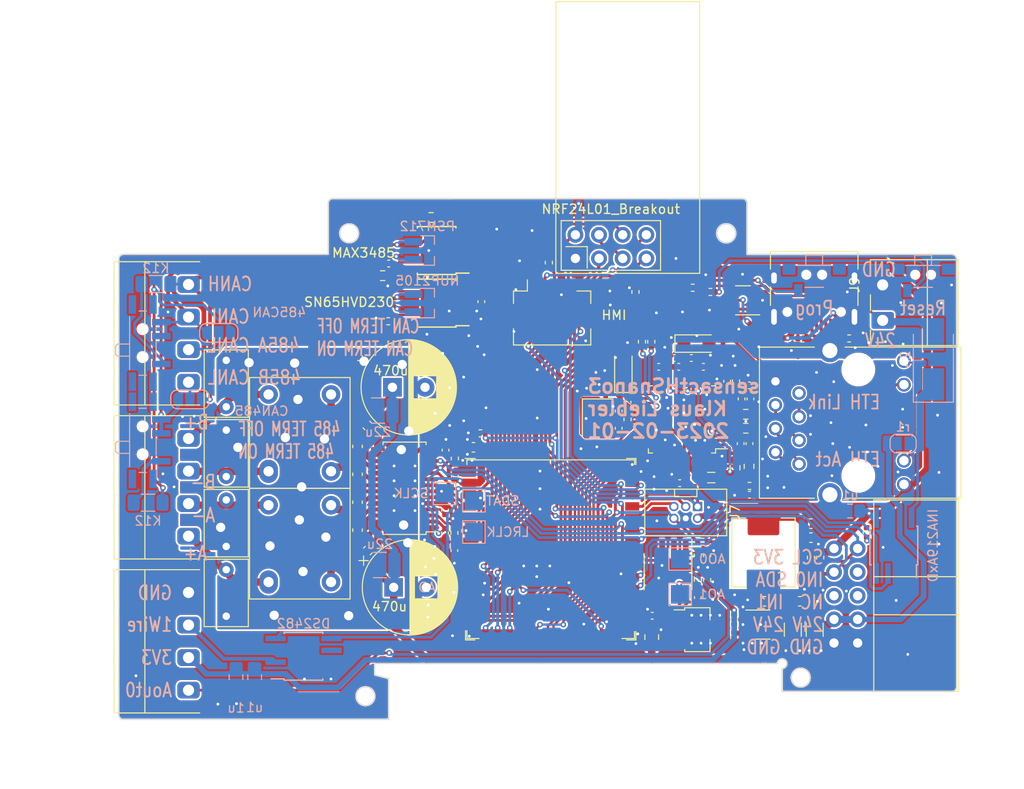
<source format=kicad_pcb>
(kicad_pcb (version 20221018) (generator pcbnew)
  (layers (0 "F.Cu" signal) (31 "B.Cu" signal) (34 "B.Paste" user) (35 "F.Paste" user) (36 "B.SilkS" user "B.Silkscreen") (37 "F.SilkS" user "F.Silkscreen") (38 "B.Mask" user) (39 "F.Mask" user) (44 "Edge.Cuts" user))
  (net 0 "")
  (net 1 "/eth/TX_C")
  (net 2 "Net-(U1-OUT_A+)")
  (net 3 "Net-(U1-BST_A+)")
  (net 4 "Net-(U1-OUT_A-)")
  (net 5 "/eth/CLKGND")
  (net 6 "Net-(U1-BST_A-)")
  (net 7 "Net-(U1-OUT_B+)")
  (net 8 "/eth/RX_C")
  (net 9 "Net-(U1-BST_B+)")
  (net 10 "Net-(C53-Pad2)")
  (net 11 "Net-(C54-Pad2)")
  (net 12 "Net-(U1-OUT_B-)")
  (net 13 "PROG_IO0")
  (net 14 "Net-(U1-BST_B-)")
  (net 15 "SW1")
  (net 16 "MON")
  (net 17 "SDA1")
  (net 18 "SCLK")
  (net 19 "SCL1")
  (net 20 "RS485B")
  (net 21 "RS485A")
  (net 22 "RS")
  (net 23 "PROG_TX")
  (net 24 "PROG_RX")
  (net 25 "PROG_EN")
  (net 26 "OneWire")
  (net 27 "OUT_B-")
  (net 28 "OUT_B+")
  (net 29 "OUT_A-")
  (net 30 "OUT_A+")
  (net 31 "Net-(U7-CB)")
  (net 32 "Net-(U9-XI{slash}CLKIN)")
  (net 33 "Net-(U9-XO)")
  (net 34 "Net-(U9-1V2O)")
  (net 35 "Net-(U9-TOCAP)")
  (net 36 "Net-(D2-K)")
  (net 37 "+5V")
  (net 38 "Net-(J4-Pad11)")
  (net 39 "Net-(J4-Pad10)")
  (net 40 "Net-(D2-A)")
  (net 42 "Net-(J3-Pin_3)")
  (net 43 "Net-(J3-Pin_4)")
  (net 44 "Net-(J11-CC1)")
  (net 46 "Net-(J11-CC2)")
  (net 48 "Net-(U5-Rs)")
  (net 49 "Net-(SW1-A)")
  (net 50 "MOSI")
  (net 51 "INT1")
  (net 52 "INT0")
  (net 53 "I2S_SDAT")
  (net 54 "I2S_SCLK")
  (net 55 "I2S_LRCLK")
  (net 56 "GNDA")
  (net 57 "GND")
  (net 58 "/USB+")
  (net 59 "/USB-")
  (net 60 "Net-(R5-Pad1)")
  (net 61 "/eth/LINKLED")
  (net 62 "ETH_CLK")
  (net 63 "CAN_TX")
  (net 64 "CAN_RX")
  (net 65 "CANL")
  (net 66 "CANH")
  (net 67 "BUZZER")
  (net 68 "/eth/VDDA")
  (net 69 "485_RO")
  (net 70 "485_DI")
  (net 71 "485_DE")
  (net 72 "/psu/SW")
  (net 73 "/eth/ACTLED")
  (net 74 "/eth/TX_P")
  (net 75 "/eth/TX_N")
  (net 76 "/eth/RX_P")
  (net 77 "/eth/RX_N")
  (net 78 "MISO")
  (net 79 "/eth/RBIAS")
  (net 80 "COMMON_RESET")
  (net 81 "/audioamplifier/VR_DIG")
  (net 82 "/audioamplifier/AVDD")
  (net 83 "/audioamplifier/ADR")
  (net 84 "/VOUTB")
  (net 85 "/VOUTA")
  (net 86 "/AO1")
  (net 87 "/AO0")
  (net 88 "+3V3")
  (net 89 "+24V")
  (net 90 "+15V")
  (net 91 "BACKLIGHT")
  (net 92 "Net-(SW2-A)")
  (net 93 "AMP_PDN")
  (net 94 "GND2")
  (net 95 "CSN")
  (net 96 "SCL2")
  (net 97 "SDA2")
  (net 98 "Net-(U7-FB)")
  (net 99 "Net-(U8B--)")
  (net 100 "Net-(U8A--)")
  (net 105 "ETH_CS")
  (net 106 "ETH_MISO")
  (net 107 "ETH_MOSI")
  (net 108 "ETH_INT")
  (net 109 "ETH_RST")
  (footprint "Capacitor_THT:C_Rect_L7.0mm_W4.5mm_P5.00mm" (layer "F.Cu") (at 116.55 137.4 90)
    (fp_text reference "C15" hide)
    (fp_text value "u68")
  )
  (footprint "Capacitor_THT:C_Rect_L7.0mm_W4.5mm_P5.00mm" (layer "F.Cu") (at 116.55 124.9 -90)
    (fp_text reference "C16" hide)
    (fp_text value "u68")
  )
  (footprint "Capacitor_THT:C_Rect_L7.0mm_W4.5mm_P5.00mm" (layer "F.Cu") (at 116.55 144.9 90)
    (fp_text reference "C17" hide)
    (fp_text value "u68")
  )
  (footprint "Capacitor_THT:C_Rect_L7.0mm_W4.5mm_P5.00mm" (layer "F.Cu") (at 116.55 117.4 -90)
    (fp_text reference "C18" hide)
    (fp_text value "u68")
  )
  (footprint "Inductor_SMD:L_0805_2012Metric" (layer "F.Cu") (at 168.65 130 180)
    (fp_text reference "FB1" hide)
    (fp_text value "Bead")
  )
  (footprint "Capacitor_SMD:C_0603_1608Metric" (layer "F.Cu") (at 143.1 126.75 180)
    (fp_text reference "C33" hide)
    (fp_text value "22u" hide)
  )
  (footprint "Capacitor_SMD:C_0402_1005Metric" (layer "F.Cu") (at 172.75 131.85 180)
    (fp_text reference "C30" hide)
    (fp_text value "22n")
  )
  (footprint "Capacitor_SMD:C_0402_1005Metric" (layer "F.Cu") (at 167.8 118.1)
    (fp_text reference "C27" hide)
    (fp_text value "u1")
  )
  (footprint "Resistor_SMD:R_0402_1005Metric" (layer "F.Cu") (at 185.35 135.9 -90)
    (fp_text reference "R1" hide)
    (fp_text value "4k7")
  )
  (footprint "Resistor_SMD:R_0402_1005Metric" (layer "F.Cu") (at 133.95 113.2 180)
    (fp_text reference "R3" hide)
    (fp_text value "4k7")
  )
  (footprint "Resistor_SMD:R_0603_1608Metric" (layer "F.Cu") (at 172.35 123.2)
    (fp_text reference "R15" hide)
    (fp_text value "49R9" hide)
  )
  (footprint "Resistor_SMD:R_0402_1005Metric" (layer "F.Cu") (at 171.3 119.65 -90)
    (fp_text reference "R16" hide)
    (fp_text value "12K4")
  )
  (footprint "Resistor_SMD:R_0603_1608Metric" (layer "F.Cu") (at 172.35 124.7)
    (fp_text reference "R17" hide)
    (fp_text value "49R9" hide)
  )
  (footprint "Resistor_SMD:R_0402_1005Metric" (layer "F.Cu") (at 162.2 115.4 -90)
    (fp_text reference "R20" hide)
    (fp_text value "K33")
  )
  (footprint "Resistor_SMD:R_0402_1005Metric" (layer "F.Cu") (at 161.2 115.4 90)
    (fp_text reference "R21" hide)
    (fp_text value "K33")
  )
  (footprint "liebler_CONN:PhoenixContact_MC_1,5_4-G-3.5_1x04_P3.50mm_Horizontal_smallerCourtyard" (layer "F.Cu") (at 112.5 114.5 -90)
    (fp_text reference "J3" hide)
    (fp_text value "CAN+485")
  )
  (footprint "liebler_CONN:RJ45_HANRUN_HR911105A" (layer "F.Cu") (at 184.435 124.1 90)
    (fp_text reference "J4" hide)
    (fp_text value "HR911105A" hide)
  )
  (footprint "Connector_FFC-FPC:Hirose_FH12-10S-0.5SH_1x10-1MP_P0.50mm_Horizontal" (layer "F.Cu") (at 151.55 111.25)
    (fp_text reference "J1" hide)
    (fp_text value "HMI")
  )
  (footprint "Resistor_SMD:R_0603_1608Metric" (layer "F.Cu") (at 133.35 108.3)
    (fp_text reference "R13" hide)
    (fp_text value "1k")
  )
  (footprint "Resistor_SMD:R_0402_1005Metric" (layer "F.Cu") (at 171.1 147.15 90)
    (fp_text reference "R26" hide)
    (fp_text value "15k")
  )
  (footprint "Resistor_SMD:R_0603_1608Metric" (layer "F.Cu") (at 171.2 128.95 90)
    (fp_text reference "R19" hide)
    (fp_text value "49R9" hide)
  )
  (footprint "Capacitor_SMD:C_0402_1005Metric" (layer "F.Cu") (at 141.1 129.85 90)
    (fp_text reference "C32" hide)
    (fp_text value "u1")
  )
  (footprint "Resistor_SMD:R_0603_1608Metric" (layer "F.Cu") (at 172.7 128.8 90)
    (fp_text reference "R18" hide)
    (fp_text value "49R9" hide)
  )
  (footprint "liebler_CONN:PhoenixContact_MC_1,5_4-G-3.5_1x04_P3.50mm_Horizontal_smallerCourtyard" (layer "F.Cu") (at 112.5 131.05 -90)
    (fp_text reference "J5" hide)
    (fp_text value "Audio")
  )
  (footprint "Capacitor_SMD:C_0402_1005Metric" (layer "F.Cu") (at 134 107)
    (fp_text reference "C31" hide)
    (fp_text value "u1")
  )
  (footprint "Capacitor_SMD:C_1206_3216Metric" (layer "F.Cu") (at 179.75 146.35 90)
    (fp_text reference "C34" hide)
    (fp_text value "10u")
  )
  (footprint "Capacitor_SMD:C_1206_3216Metric" (layer "F.Cu") (at 177.4 146.35 90)
    (fp_text reference "C35" hide)
    (fp_text value "10u")
  )
  (footprint "Capacitor_SMD:C_0603_1608Metric" (layer "F.Cu") (at 179.35 134.95)
    (fp_text reference "C38" hide)
    (fp_text value "22u" hide)
  )
  (footprint "liebler_CONN:IDC-Header_2x05_P2.54mm_Horizontal_tightCrtYd" (layer "F.Cu") (at 181.825 137.62)
    (fp_text reference "J2" hide)
    (fp_text value "SensactBusConnector" hide)
  )
  (footprint "liebler_SEMICONDUCTORS:SOIC-8_3.9x4.9mm_Pitch1.27mm_handsolder" (layer "F.Cu") (at 139.15 105.6 180)
    (fp_text reference "U6" hide)
    (fp_text value "MAX3485")
  )
  (footprint "Capacitor_THT:CP_Radial_D10.0mm_P3.50mm" (layer "F.Cu") (at 134.4 120.3)
    (fp_text reference "C8" hide)
    (fp_text value "470u")
  )
  (footprint "Capacitor_SMD:C_0603_1608Metric" (layer "F.Cu") (at 130.65 126.65 -90)
    (fp_text reference "C13" hide)
    (fp_text value "u22" hide)
  )
  (footprint "Package_SO:HTSSOP-28-1EP_4.4x9.7mm_P0.65mm_EP2.85x5.4mm_ThermalVias" (layer "F.Cu") (at 135.7 131.15 180)
    (fp_text reference "U1" hide)
    (fp_text value "TAS5805M")
  )
  (footprint "Capacitor_SMD:C_0603_1608Metric" (layer "F.Cu") (at 130.65 129.65 -90)
    (fp_text reference "C14" hide)
    (fp_text value "u22" hide)
  )
  (footprint "Capacitor_SMD:C_0603_1608Metric" (layer "F.Cu") (at 130.65 132.65 90)
    (fp_text reference "C12" hide)
    (fp_text value "u22" hide)
  )
  (footprint "Capacitor_SMD:C_0402_1005Metric" (layer "F.Cu") (at 141.05 137.85 -90)
    (fp_text reference "C2" hide)
    (fp_text value "4u7")
  )
  (footprint "Capacitor_SMD:C_0603_1608Metric" (layer "F.Cu") (at 130.65 135.65 90)
    (fp_text reference "C11" hide)
    (fp_text value "u22" hide)
  )
  (footprint "Capacitor_SMD:C_0402_1005Metric" (layer "F.Cu") (at 140.05 135.95 -90)
    (fp_text reference "C4" hide)
    (fp_text value "u1")
  )
  (footprint "Resistor_SMD:R_0402_1005Metric" (layer "F.Cu") (at 141.05 135.95 90)
    (fp_text reference "R4" hide)
    (fp_text value "4k7")
  )
  (footprint "Capacitor_SMD:C_0603_1608Metric" (layer "F.Cu") (at 131.75 137.85 -135)
    (fp_text reference "C5" hide)
    (fp_text value "u1" hide)
  )
  (footprint "Capacitor_SMD:C_0402_1005Metric" (layer "F.Cu") (at 140.1 127.05 90)
    (fp_text reference "C6" hide)
    (fp_text value "1u")
  )
  (footprint "Capacitor_SMD:C_0603_1608Metric" (layer "F.Cu") (at 131.7 124.4 135)
    (fp_text reference "C10" hide)
    (fp_text value "u1" hide)
  )
  (footprint "Capacitor_SMD:C_0402_1005Metric" (layer "F.Cu") (at 140.05 133.5 90)
    (fp_text reference "C7" hide)
    (fp_text value "1u")
  )
  (footprint "Capacitor_THT:CP_Radial_D10.0mm_P3.50mm" (layer "F.Cu") (at 134.532323 141.8)
    (fp_text reference "C1" hide)
    (fp_text value "470u")
  )
  (footprint "Capacitor_SMD:C_0603_1608Metric" (layer "F.Cu") (at 178.15 143.3 180)
    (fp_text reference "C36" hide)
    (fp_text value "u1" hide)
  )
  (footprint "Capacitor_SMD:C_0603_1608Metric" (layer "F.Cu") (at 174.35 143.3)
    (fp_text reference "C37" hide)
    (fp_text value "u1" hide)
  )
  (footprint "Inductor_SMD:L_Abracon_ASPI-0630LR" (layer "F.Cu") (at 174.25 138.05 -90)
    (fp_text reference "L5" hide)
    (fp_text value "4u7")
  )
  (footprint "Resistor_SMD:R_0603_1608Metric" (layer "F.Cu") (at 138.55 102.05 180)
    (fp_text reference "R22" hide)
    (fp_text value "1k" hide)
  )
  (footprint "Resistor_SMD:R_0402_1005Metric" (layer "F.Cu") (at 171.1 145.25 -90)
    (fp_text reference "R24" hide)
    (fp_text value "47k")
  )
  (footprint "Package_TO_SOT_SMD:SOT-23-6" (layer "F.Cu") (at 174.15 145.8)
    (fp_text reference "U7" hide)
    (fp_text value "RY8310" hide)
  )
  (footprint "Resistor_SMD:R_0402_1005Metric" (layer "F.Cu") (at 168.2 141 -90)
    (fp_text reference "R41" hide)
    (fp_text value "10k")
  )
  (footprint "Resistor_SMD:R_0402_1005Metric" (layer "F.Cu") (at 168.2 138.35 90)
    (fp_text reference "R48" hide)
    (fp_text value "10k")
  )
  (footprint "Resistor_SMD:R_0402_1005Metric" (layer "F.Cu") (at 167.2 141 90)
    (fp_text reference "R51" hide)
    (fp_text value "22k")
  )
  (footprint "Resistor_SMD:R_0402_1005Metric" (layer "F.Cu") (at 167.2 138.35 -90)
    (fp_text reference "R52" hide)
    (fp_text value "22k")
  )
  (footprint "Package_SO:SOIC-8_3.9x4.9mm_P1.27mm" (layer "F.Cu") (at 164 140.1 -90)
    (fp_text reference "U8" hide)
    (fp_text value "LM358" hide)
  )
  (footprint "Capacitor_SMD:C_0603_1608Metric" (layer "F.Cu") (at 179.35 136.457)
    (fp_text reference "C39" hide)
    (fp_text value "22u" hide)
  )
  (footprint "Capacitor_SMD:C_0402_1005Metric" (layer "F.Cu") (at 143.95 111.1 -90)
    (fp_text reference "C22" hide)
    (fp_text value "u1")
  )
  (footprint "liebler_SEMICONDUCTORS:SOIC-8_3.9x4.9mm_Pitch1.27mm_handsolder" (layer "F.Cu") (at 139.15 111.25 180)
    (fp_text reference "U5" hide)
    (fp_text value "SN65HVD230")
  )
  (footprint "liebler_CONN:IDC_2x03_P1.27mm_Vertical" (layer "F.Cu") (at 165.9 133.75 -90)
    (fp_text reference "J7")
    (fp_text value "PROG")
  )
  (footprint "Resistor_SMD:R_0402_1005Metric" (layer "F.Cu") (at 167.7 136.9)
    (fp_text reference "R14" hide)
    (fp_text value "10k")
  )
  (footprint "Package_TO_SOT_SMD:SOT-23-6" (layer "F.Cu") (at 172.05 110.95 180)
    (fp_text reference "U3" hide)
    (fp_text value "SRV05-4")
  )
  (footprint "Resistor_SMD:R_0402_1005Metric" (layer "F.Cu") (at 143.85 125.25 180)
    (fp_text reference "R8" hide)
    (fp_text value "10k")
  )
  (footprint "NetTie:NetTie-2_SMD_Pad0.5mm" (layer "F.Cu") (at 169.9 115.6 90)
    (fp_text reference "NT3" hide)
    (fp_text value "-")
  )
  (footprint "Espressif:ESP32-S3-WROOM-1U" (layer "F.Cu") (at 151.4 137.55)
    (fp_text reference "U2" hide)
    (fp_text value "ESP32-S3-WROOM-1")
  )
  (footprint "Capacitor_SMD:C_0402_1005Metric" (layer "F.Cu") (at 170.35 119.65 90)
    (fp_text reference "C28" hide)
    (fp_text value "u1")
  )
  (footprint "Capacitor_SMD:C_0402_1005Metric" (layer "F.Cu") (at 166.5 117.15)
    (fp_text reference "C24" hide)
    (fp_text value "u1")
  )
  (footprint "Capacitor_SMD:C_0402_1005Metric" (layer "F.Cu") (at 172.75 120.1 180)
    (fp_text reference "C51" hide)
    (fp_text value "10n")
  )
  (footprint "liebler_CONN:USB_C_Receptacle_HRO_TYPE-C-31-M-12_smaller" (layer "F.Cu") (at 179.7 109.6 180)
    (fp_text reference "J11" hide)
    (fp_text value "USB_C_Receptacle_USB2.0")
  )
  (footprint "Package_QFP:LQFP-48_7x7mm_P0.5mm" (layer "F.Cu") (at 165.5 123.75 180)
    (fp_text reference "U9" hide)
    (fp_text value "W5500")
  )
  (footprint "liebler_PASSIVES:JA4575-BL" (layer "F.Cu") (at 124.45 125.2)
    (fp_text reference "L2" hide)
    (fp_text value "JA4575-BL")
  )
  (footprint "Capacitor_SMD:C_0402_1005Metric" (layer "F.Cu") (at 165.25 130.6 180)
    (fp_text reference "C21" hide)
    (fp_text value "u1")
  )
  (footprint "liebler_PASSIVES:JA4575-BL" (layer "F.Cu") (at 124.45 137.1)
    (fp_text reference "L1" hide)
    (fp_text value "JA4575-BL")
  )
  (footprint "Capacitor_SMD:C_0402_1005Metric" (layer "F.Cu") (at 171.8 126.35 -90)
    (fp_text reference "C47" hide)
    (fp_text value "u1")
  )
  (footprint "Resistor_SMD:R_0402_1005Metric" (layer "F.Cu") (at 141.1 127.95 90)
    (fp_text reference "R6" hide)
    (fp_text value "4k7")
  )
  (footprint "Capacitor_SMD:C_0402_1005Metric" (layer "F.Cu") (at 163 118.1 180)
    (fp_text reference "C50" hide)
    (fp_text value "10n")
  )
  (footprint "Resistor_SMD:R_0402_1005Metric" (layer "F.Cu") (at 172.75 130.9)
    (fp_text reference "R12" hide)
    (fp_text value "10R")
  )
  (footprint "Capacitor_Tantalum_SMD:CP_EIA-3216-18_Kemet-A" (layer "F.Cu") (at 159.2 118.55 90)
    (fp_text reference "C25" hide)
    (fp_text value "10u/16V")
  )
  (footprint "Capacitor_SMD:C_0402_1005Metric" (layer "F.Cu") (at 162.3 144.85)
    (fp_text reference "C44" hide)
    (fp_text value "u1")
  )
  (footprint "Capacitor_SMD:C_0402_1005Metric" (layer "F.Cu") (at 172.75 126.35 -90)
    (fp_text reference "C53" hide)
    (fp_text value "6n8")
  )
  (footprint "liebler_CONN:PhoenixContact_MC_1,5_4-G-3.5_1x04_P3.50mm_Horizontal_smallerCourtyard" (layer "F.Cu") (at 112.5 147.6 -90)
    (fp_text reference "J6" hide)
    (fp_text value "OneWire")
  )
  (footprint "Crystal:Crystal_SMD_3225-4Pin_3.2x2.5mm" (layer "F.Cu") (at 156.45 123.55 -90)
    (fp_text reference "Y1" hide)
    (fp_text value "25MHz")
  )
  (footprint "Resistor_SMD:R_0402_1005Metric" (layer "F.Cu") (at 160.5 110.05 90)
    (fp_text reference "R34" hide)
    (fp_text value "1k")
  )
  (footprint "RF_Module:nRF24L01_Breakout" (layer "F.Cu") (at 154.05 106.45 90)
    (fp_text reference "U12" hide)
    (fp_text value "NRF24L01_Breakout")
  )
  (footprint "Resistor_SMD:R_0402_1005Metric" (layer "F.Cu") (at 180.35 138.6 -90)
    (fp_text reference "R27" hide)
    (fp_text value "4k7")
  )
  (footprint "Capacitor_SMD:C_0402_1005Metric" (layer "F.Cu") (at 172.85 121.55 90)
    (fp_text reference "C54" hide)
    (fp_text value "6n8")
  )
  (footprint "Package_TO_SOT_SMD:SOT-89-3_Handsoldering" (layer "F.Cu") (at 166.85 146.35)
    (fp_text reference "U11" hide)
    (fp_text value "L78L15_SOT89")
  )
  (footprint "Resistor_SMD:R_0402_1005Metric" (layer "F.Cu") (at 183.45 115.05)
    (fp_text reference "R9" hide)
    (fp_text value "5k1")
  )
  (footprint "NetTie:NetTie-2_SMD_Pad0.5mm" (layer "F.Cu") (at 157.3 121.05 -90)
    (fp_text reference "NT2" hide)
    (fp_text value "-")
  )
  (footprint "Capacitor_SMD:C_0805_2012Metric" (layer "F.Cu") (at 162.25 147.15 90)
    (fp_text reference "C43" hide)
    (fp_text value "u47")
  )
  (footprint "Resistor_SMD:R_0402_1005Metric" (layer "F.Cu") (at 166.65 109.6 180)
    (fp_text reference "R29" hide)
    (fp_text value "10k")
  )
  (footprint "Resistor_SMD:R_0402_1005Metric" (layer "F.Cu") (at 151.2 106.9 90)
    (fp_text reference "R33" hide)
    (fp_text value "4k7")
  )
  (footprint "Capacitor_SMD:C_0402_1005Metric" (layer "F.Cu") (at 164.65 117.15)
    (fp_text reference "C29" hide)
    (fp_text value "u1")
  )
  (footprint "Capacitor_Tantalum_SMD:CP_EIA-3216-18_Kemet-A" (layer "F.Cu") (at 167.05 115.6)
    (fp_text reference "C49" hide)
    (fp_text value "10u/16V")
  )
  (footprint "liebler_CONN:PhoenixContact_MC_1,5_2-G-3.81_1x02_P3.81mm_Horizontal_smaller" (layer "F.Cu") (at 187.05 111.2 90)
    (fp_text reference "J9")
    (fp_text value "24V")
  )
  (footprint "Capacitor_SMD:C_0402_1005Metric" (layer "F.Cu") (at 165.15 118.1)
    (fp_text reference "C52" hide)
    (fp_text value "4u7")
  )
  (footprint "Resistor_SMD:R_0402_1005Metric" (layer "F.Cu") (at 178.45 115.05)
    (fp_text reference "R10" hide)
    (fp_text value "5k1")
  )
  (footprint "Resistor_SMD:R_0402_1005Metric" (layer "F.Cu") (at 159.65 123.75 90)
    (fp_text reference "R11" hide)
    (fp_text value "1M")
  )
  (footprint "Capacitor_SMD:C_0402_1005Metric" (layer "F.Cu") (at 167.2 142.9 -90)
    (fp_text reference "C46" hide)
    (fp_text value "u1")
  )
  (footprint "Capacitor_SMD:C_0402_1005Metric" (layer "F.Cu") (at 158.7 122.85 90)
    (fp_text reference "C40" hide)
    (fp_text value "18p")
  )
  (footprint "Resistor_SMD:R_0402_1005Metric" (layer "F.Cu") (at 168.55 110.05 180)
    (fp_text reference "R5" hide)
    (fp_text value "k1")
  )
  (footprint "Resistor_SMD:R_0402_1005Metric" (layer "F.Cu") (at 179.35 138.6 -90)
    (fp_text reference "R25" hide)
    (fp_text value "4k7")
  )
  (footprint "Capacitor_SMD:C_0402_1005Metric" (layer "F.Cu") (at 171.9 121.55 90)
    (fp_text reference "C26" hide)
    (fp_text value "u1")
  )
  (footprint "Capacitor_SMD:C_0402_1005Metric" (layer "F.Cu") (at 159.65 121.9 -90)
    (fp_text reference "C23" hide)
    (fp_text value "u1")
  )
  (footprint "Capacitor_SMD:C_0402_1005Metric" (layer "F.Cu") (at 158.7 124.7 -90)
    (fp_text reference "C45" hide)
    (fp_text value "18p")
  )
  (footprint "Capacitor_SMD:C_0805_2012Metric_Pad1.18x1.45mm_HandSolder" (layer "B.Cu") (at 117.6 151.45 -90)
    (fp_text reference "C19" hide)
    (fp_text value "1u")
  )
  (footprint "Resistor_SMD:R_1206_3216Metric_Pad1.30x1.75mm_HandSolder" (layer "B.Cu") (at 109 109.2)
    (fp_text reference "R7" hide)
    (fp_text value "K12")
  )
  (footprint "liebler_MECH:SW_SPDT_PCM12_handsolder" (layer "B.Cu") (at 107.9 126 90)
    (fp_text reference "SW2" hide)
    (fp_text value "OFF TERM  ON" hide)
  )
  (footprint "Capacitor_SMD:C_0805_2012Metric_Pad1.18x1.45mm_HandSolder" (layer "B.Cu") (at 119.6 151.45 -90)
    (fp_text reference "C20" hide)
    (fp_text value "u1")
  )
  (footprint "liebler_MECH:SW_SPDT_PCM12_handsolder" (layer "B.Cu") (at 107.9 115.55 90)
    (fp_text reference "SW1" hide)
    (fp_text value "TERM ON" hide)
  )
  (footprint "liebler_SEMICONDUCTORS:SOIC-8_3.9x4.9mm_Pitch1.27mm_handsolder" (layer "B.Cu") (at 124.85 149.2)
    (fp_text reference "U4" hide)
    (fp_text value "DS2482")
  )
  (footprint "Capacitor_SMD:C_1210_3225Metric_Pad1.33x2.70mm_HandSolder" (layer "B.Cu") (at 133.05 139.4 180)
    (fp_text reference "C3" hide)
    (fp_text value "22u")
  )
  (footprint "Capacitor_SMD:C_1210_3225Metric_Pad1.33x2.70mm_HandSolder" (layer "B.Cu") (at 132.85 122.8 180)
    (fp_text reference "C9" hide)
    (fp_text value "22u")
  )
  (footprint "Package_TO_SOT_SMD:SOT-23_Handsoldering" (layer "B.Cu") (at 138.15 105.6)
    (fp_text reference "D1" hide)
    (fp_text value "PSM712")
  )
  (footprint "Package_TO_SOT_SMD:SOT-23_Handsoldering" (layer "B.Cu") (at 138.15 111.25)
    (fp_text reference "D3" hide)
    (fp_text value "NUP2105")
  )
  (footprint "Resistor_SMD:R_1206_3216Metric_Pad1.30x1.75mm_HandSolder" (layer "B.Cu") (at 108.15 132.7 180)
    (fp_text reference "R23" hide)
    (fp_text value "K12")
  )
  (footprint "liebler_MECH:Button_2x4x3,5_handsolder" (layer "B.Cu") (at 191.4 108.2 180)
    (fp_text reference "SW3" hide)
    (fp_text value "Reset")
  )
  (footprint "TestPoint:TestPoint_Pad_2.0x2.0mm" (layer "B.Cu") (at 143.15 132.5 180)
    (fp_text reference "TP1" hide)
    (fp_text value "SDAT")
  )
  (footprint "NetTie:NetTie-2_SMD_Pad2.0mm" (layer "B.Cu") (at 126.35 115.95 -90)
    (fp_text reference "NT1" hide)
    (fp_text value "Net-Tie_2")
  )
  (footprint "Jumper:SolderJumper-2_P1.3mm_Open_RoundedPad1.0x1.5mm" (layer "B.Cu") (at 189.25 126.35 180)
    (fp_text reference "JP3" hide)
    (fp_text value "SolderJumper_2_Open")
  )
  (footprint "TestPoint:TestPoint_Pad_2.0x2.0mm" (layer "B.Cu") (at 143.15 135.85 180)
    (fp_text reference "TP3" hide)
    (fp_text value "LRCLK")
  )
  (footprint "TestPoint:TestPoint_Pad_2.0x2.0mm" (layer "B.Cu") (at 165.3 138.75 180)
    (fp_text reference "TP5" hide)
    (fp_text value "AO0")
  )
  (footprint "Jumper:SolderJumper-3_P1.3mm_Open_RoundedPad1.0x1.5mm_NumberLabels" (layer "B.Cu") (at 115.75 114.45 180)
    (fp_text reference "JP1" hide)
    (fp_text value "485CAN")
  )
  (footprint "TestPoint:TestPoint_Pad_2.0x2.0mm" (layer "B.Cu") (at 140 131.7 180)
    (fp_text reference "TP2" hide)
    (fp_text value "SCLK")
  )
  (footprint "liebler_MECH:Button_2x4x3,5_handsolder" (layer "B.Cu") (at 179.7 108.2 180)
    (fp_text reference "SW5" hide)
    (fp_text value "Prog")
  )
  (footprint "TestPoint:TestPoint_Pad_2.0x2.0mm" (layer "B.Cu") (at 165.3 142.55 180)
    (fp_text reference "TP4" hide)
    (fp_text value "AO1")
  )
  (footprint "Jumper:SolderJumper-3_P1.3mm_Open_RoundedPad1.0x1.5mm_NumberLabels" (layer "B.Cu") (at 112.65 121.6)
    (fp_text reference "JP2" hide)
    (fp_text value "CAN485")
  )
  (footprint "Diode_SMD:D_SMB_Handsoldering" (layer "B.Cu") (at 192.5 117.3 90)
    (fp_text reference "D2" hide)
    (fp_text value "2A")
  )
  (footprint "liebler_SEMICONDUCTORS:SOIC-8_3.9x4.9mm_Pitch1.27mm_handsolder" (layer "B.Cu") (at 188.25 137.3 90)
    (fp_text reference "U10" hide)
    (fp_text value "INA219AxD")
  )
  (footprint "Resistor_SMD:R_1206_3216Metric_Pad1.30x1.75mm_HandSolder" (layer "B.Cu") (at 189.25 126.35 180)
    (fp_text reference "R2" hide)
    (fp_text value "r1")
  )
  (footprint "Capacitor_SMD:C_0805_2012Metric_Pad1.18x1.45mm_HandSolder" (layer "B.Cu") (at 183.55 133.6)
    (fp_text reference "C48" hide)
    (fp_text value "u1")
  )
  (gr_line (start 195 106.5) (end 195.000001 152.500001) (stroke (width 0.1)) (layer "Edge.Cuts"))
  (gr_line (start 172.5 100.5) (end 172.5 106) (stroke (width 0.1)) (layer "Edge.Cuts"))
  (gr_line (start 176.25 153) (end 176.25 150.5) (stroke (width 0.1)) (layer "Edge.Cuts"))
  (gr_line (start 176.25 153) (end 194.5 153) (stroke (width 0.1)) (layer "Edge.Cuts"))
  (gr_line (start 175.75 150) (end 150 150) (stroke (width 0.1)) (layer "Edge.Cuts"))
  (gr_line (start 105 150) (end 105 106.5) (stroke (width 0.1)) (layer "Edge.Cuts"))
  (gr_line (start 132.5 150) (end 132.5 151.2) (stroke (width 0.1)) (layer "Edge.Cuts"))
  (gr_line (start 105 155.5) (end 105 150) (stroke (width 0.1)) (layer "Edge.Cuts"))
  (gr_circle (center 178.25 151.5) (end 178.25 150.5) (stroke (width 0.1)) (fill none) (layer "Edge.Cuts"))
  (gr_arc (start 194.5 106) (mid 194.853553 106.146447) (end 195 106.5) (stroke (width 0.1)) (layer "Edge.Cuts"))
  (gr_line (start 150 150) (end 132.5 150) (stroke (width 0.1)) (layer "Edge.Cuts"))
  (gr_circle (center 170.25 103.75) (end 170.25 102.75) (stroke (width 0.1)) (fill none) (layer "Edge.Cuts"))
  (gr_arc (start 105.5 156) (mid 105.146447 155.853553) (end 105 155.5) (stroke (width 0.1)) (layer "Edge.Cuts"))
  (gr_line (start 127.5 106) (end 127.5 100.5) (stroke (width 0.1)) (layer "Edge.Cuts"))
  (gr_line (start 128 100) (end 172 100) (stroke (width 0.1)) (layer "Edge.Cuts"))
  (gr_circle (center 129.75 103.75) (end 129.75 102.75) (stroke (width 0.1)) (fill none) (layer "Edge.Cuts"))
  (gr_arc (start 195.000001 152.500001) (mid 194.853554 152.853554) (end 194.500001 153.000001) (stroke (width 0.1)) (layer "Edge.Cuts"))
  (gr_arc (start 175.75 150) (mid 176.603553 149.646447) (end 176.25 150.5) (stroke (width 0.1)) (layer "Edge.Cuts"))
  (gr_line (start 132.5 151.2) (end 134 151.6) (stroke (width 0.1)) (layer "Edge.Cuts"))
  (gr_arc (start 127.5 100.5) (mid 127.646447 100.146447) (end 128 100) (stroke (width 0.1)) (layer "Edge.Cuts"))
  (gr_line (start 105.5 106) (end 127.5 106) (stroke (width 0.1)) (layer "Edge.Cuts"))
  (gr_line (start 134 151.6) (end 134 156) (stroke (width 0.1)) (layer "Edge.Cuts"))
  (gr_arc (start 172 100) (mid 172.353553 100.146447) (end 172.5 100.5) (stroke (width 0.1)) (layer "Edge.Cuts"))
  (gr_arc (start 105 106.5) (mid 105.146447 106.146447) (end 105.5 106) (stroke (width 0.1)) (layer "Edge.Cuts"))
  (gr_line (start 134 156) (end 105.5 156) (stroke (width 0.1)) (layer "Edge.Cuts"))
  (gr_line (start 172.5 106) (end 194.5 106) (stroke (width 0.1)) (layer "Edge.Cuts"))
  (gr_circle (center 131.5 153.5) (end 131.5 152.5) (stroke (width 0.1)) (fill none) (layer "Edge.Cuts"))
  (gr_text "CAN TERM OFF\nCAN TERM ON" (at 126.15 114.95) (layer "B.SilkS") (effects (font (size 1.5 1) (thickness 0.2)) (justify right mirror)))
  (gr_text "sensactHSnano3\nKlaus Liebler\n2023-02-01" (at 155.2 122.6) (layer "B.SilkS") (effects (font (size 1.5 1.5) (thickness 0.3)) (justify right mirror)))
  (gr_text "A+" (at 111.85 138.15) (layer "B.SilkS") (effects (font (size 1.5 1.2) (thickness 0.2)) (justify right mirror)))
  (gr_text "485B CANL" (at 114.45 119.25) (layer "B.SilkS") (effects (font (size 1.5 1.2) (thickness 0.2)) (justify right mirror)))
  (gr_text "GND" (at 110.85 142.4) (layer "B.SilkS") (effects (font (size 1.5 1.2) (thickness 0.2)) (justify left mirror)))
  (gr_text "CANL" (at 114.459304 112.7) (layer "B.SilkS") (effects (font (size 1.5 1.2) (thickness 0.2)) (justify right mirror)))
  (gr_text "Aout0" (at 110.85 152.85) (layer "B.SilkS") (effects (font (size 1.5 1.2) (thickness 0.2)) (justify left mirror)))
  (gr_text "3V3" (at 110.85 149.35) (layer "B.SilkS") (effects (font (size 1.5 1.2) (thickness 0.2)) (justify left mirror)))
  (gr_text "ETH Link" (at 186.9 121.9) (layer "B.SilkS") (effects (font (size 1.5 1.2) (thickness 0.2)) (justify left mirror)))
  (gr_text "A-" (at 112.7 134.05) (layer "B.SilkS") (effects (font (size 1.5 1.2) (thickness 0.2)) (justify right mirror)))
  (gr_text "GND" (at 188.6 107.65) (layer "B.SilkS") (effects (font (size 1.5 1.2) (thickness 0.2)) (justify left mirror)))
  (gr_text "B+" (at 111.85 124.05) (layer "B.SilkS") (effects (font (size 1.5 1.2) (thickness 0.2)) (justify right mirror)))
  (gr_text "485A CANL" (at 114.45 115.8) (layer "B.SilkS") (effects (font (size 1.5 1.2) (thickness 0.2)) (justify right mirror)))
  (gr_text "ETH Act" (at 186.9 128.05) (layer "B.SilkS") (effects (font (size 1.5 1.2) (thickness 0.2)) (justify left mirror)))
  (gr_text "CANH" (at 114.45 109.2) (layer "B.SilkS") (effects (font (size 1.5 1.2) (thickness 0.2)) (justify right mirror)))
  (gr_text "AD" (at 138.1 141.8) (layer "B.SilkS") (effects (font (size 1 1)) (justify mirror)))
  (gr_text "485 TERM OFF\n485 TERM ON" (at 117.7 126) (layer "B.SilkS") (effects (font (size 1.5 1) (thickness 0.2)) (justify right mirror)))
  (gr_text "1Wire" (at 110.85 145.8) (layer "B.SilkS") (effects (font (size 1.5 1.2) (thickness 0.2)) (justify left mirror)))
  (gr_text "SCL 3V3\nIN0 SDA\nNC  IN1\n24V 24V\nGND GND" (at 180.8 143.4) (layer "B.SilkS") (effects (font (size 1.5 1.2) (thickness 0.2)) (justify left mirror)))
  (gr_text "B-" (at 112.6 130.5) (layer "B.SilkS") (effects (font (size 1.5 1.2) (thickness 0.2)) (justify right mirror)))
  (gr_text "24V" (at 188.6 115.3) (layer "B.SilkS") (effects (font (size 1.5 1.2) (thickness 0.2)) (justify left mirror)))
  (segment (start 179.15 127.45) (end 178.75 127.05) (width 0.3) (layer "F.Cu") (net 1))
  (segment (start 173.26 130.9) (end 173.71 130.45) (width 0.3) (layer "F.Cu") (net 1))
  (segment (start 173.71 130.45) (end 178.9 130.45) (width 0.3) (layer "F.Cu") (net 1))
  (segment (start 175.535 125.135) (end 175.535 124.74) (width 0.3) (layer "F.Cu") (net 1))
  (segment (start 173.26 130.9) (end 173.26 131.82) (width 0.3) (layer "F.Cu") (net 1))
  (segment (start 178.75 127.05) (end 177.45 127.05) (width 0.3) (layer "F.Cu") (net 1))
  (segment (start 178.9 130.45) (end 179.15 130.2) (width 0.3) (layer "F.Cu") (net 1))
  (segment (start 177.45 127.05) (end 175.535 125.135) (width 0.3) (layer "F.Cu") (net 1))
  (segment (start 179.15 130.2) (end 179.15 127.45) (width 0.3) (layer "F.Cu") (net 1))
  (segment (start 173.26 131.82) (end 173.23 131.85) (width 0.3) (layer "F.Cu") (net 1))
  (segment (start 132.8375 134.075) (end 132.075 134.075) (width 0.4) (layer "F.Cu") (net 2))
  (segment (start 132.075 134.075) (end 131.6 134.55) (width 0.4) (layer "F.Cu") (net 2))
  (segment (start 131.6 134.55) (end 131.6 135.475) (width 0.4) (layer "F.Cu") (net 2))
  (segment (start 127.805 139.27) (end 130.65 136.425) (width 0.8) (layer "F.Cu") (net 2))
  (segment (start 127.805 141.23) (end 127.805 139.27) (width 0.8) (layer "F.Cu") (net 2))
  (segment (start 131.6 135.475) (end 130.65 136.425) (width 0.4) (layer "F.Cu") (net 2))
  (segment (start 131.475 133.888173) (end 130.65 134.713173) (width 0.4) (layer "F.Cu") (net 3))
  (segment (start 130.65 134.713173) (end 130.65 134.875) (width 0.4) (layer "F.Cu") (net 3))
  (segment (start 132.8375 133.425) (end 131.925 133.425) (width 0.4) (layer "F.Cu") (net 3))
  (segment (start 131.925 133.425) (end 131.475 133.875) (width 0.4) (layer "F.Cu") (net 3))
  (segment (start 131.475 133.875) (end 131.475 133.888173) (width 0.4) (layer "F.Cu") (net 3))
  (segment (start 128.26 133.425) (end 127.805 132.97) (width 0.8) (layer "F.Cu") (net 4))
  (segment (start 131.875 132.125) (end 130.625 133.375) (width 0.4) (layer "F.Cu") (net 4))
  (segment (start 130.65 133.425) (end 128.26 133.425) (width 0.8) (layer "F.Cu") (net 4))
  (segment (start 130.625 133.375) (end 130.625 133.425) (width 0.4) (layer "F.Cu") (net 4))
  (segment (start 132.8375 132.125) (end 131.875 132.125) (width 0.4) (layer "F.Cu") (net 4))
  (segment (start 154.65 121.6) (end 154.85 121.4) (width 0.2) (layer "F.Cu") (net 5))
  (segment (start 158.7 122.3) (end 158.7 122.37) (width 0.2) (layer "F.Cu") (net 5))
  (segment (start 158.2 125.7) (end 155.1 125.7) (width 0.2) (layer "F.Cu") (net 5))
  (segment (start 155.6 124.65) (end 154.825 125.425) (width 0.2) (layer "F.Cu") (net 5))
  (segment (start 154.825 125.425) (end 154.65 125.25) (width 0.2) (layer "F.Cu") (net 5))
  (segment (start 156.946446 121.8) (end 157.3 121.8) (width 0.2) (layer "F.Cu") (net 5))
  (segment (start 154.65 125.25) (end 154.65 121.6) (width 0.2) (layer "F.Cu") (net 5))
  (segment (start 158.7 122.37) (end 157.38 122.37) (width 0.2) (layer "F.Cu") (net 5))
  (segment (start 158.7 125.2) (end 158.2 125.7) (width 0.2) (layer "F.Cu") (net 5))
  (segment (start 155.1 125.7) (end 154.825 125.425) (width 0.2) (layer "F.Cu") (net 5))
  (segment (start 157.38 122.37) (end 157.3 122.45) (width 0.2) (layer "F.Cu") (net 5))
  (segment (start 154.85 121.4) (end 156.546446 121.4) (width 0.2) (layer "F.Cu") (net 5))
  (segment (start 158.7 125.18) (end 158.7 125.2) (width 0.2) (layer "F.Cu") (net 5))
  (segment (start 156.546446 121.4) (end 156.946446 121.8) (width 0.2) (layer "F.Cu") (net 5))
  (via (at 158.1 122.35) (size 0.6) (drill 0.3) (layers "F.Cu" "B.Cu") (net 5))
  (via (at 155.2 123.65) (size 0.6) (drill 0.3) (layers "F.Cu" "B.Cu") (net 5))
  (segment (start 131.025 131.475) (end 130.625 131.875) (width 0.4) (layer "F.Cu") (net 6))
  (segment (start 132.8375 131.475) (end 131.025 131.475) (width 0.4) (layer "F.Cu") (net 6))
  (segment (start 131.65 127.775) (end 131.65 126.85) (width 0.4) (layer "F.Cu") (net 7))
  (segment (start 132.8375 128.225) (end 132.1 128.225) (width 0.4) (layer "F.Cu") (net 7))
  (segment (start 127.805 123.03) (end 130.65 125.875) (width 0.8) (layer "F.Cu") (net 7))
  (segment (start 127.805 121.07) (end 127.805 123.03) (width 0.8) (layer "F.Cu") (net 7))
  (segment (start 131.65 126.85) (end 130.625 125.825) (width 0.4) (layer "F.Cu") (net 7))
  (segment (start 132.1 128.225) (end 131.65 127.775) (width 0.4) (layer "F.Cu") (net 7))
  (segment (start 173.825 120.25) (end 174.26 120.685) (width 0.3) (layer "F.Cu") (net 8))
  (segment (start 174.26 120.685) (end 176.36 120.685) (width 0.3) (layer "F.Cu") (net 8))
  (segment (start 173.23 120.1) (end 173.23 120.23) (width 0.3) (layer "F.Cu") (net 8))
  (segment (start 173.2 124) (end 173.425 124.225) (width 0.3) (layer "F.Cu") (net 8))
  (segment (start 173.25 120.25) (end 173.825 120.25) (width 0.3) (layer "F.Cu") (net 8))
  (segment (start 173.2 124) (end 173.425 123.775) (width 0.3) (layer "F.Cu") (net 8))
  (segment (start 173.23 120.23) (end 173.25 120.25) (width 0.3) (layer "F.Cu") (net 8))
  (segment (start 173.425 123.775) (end 173.425 123.25) (width 0.3) (layer "F.Cu") (net 8))
  (segment (start 176.36 120.685) (end 178.075 122.4) (width 0.3) (layer "F.Cu") (net 8))
  (segment (start 173.425 124.225) (end 173.425 124.75) (width 0.3) (layer "F.Cu") (net 8))
  (segment (start 178.075 122.4) (end 178.075 123.46) (width 0.3) (layer "F.Cu") (net 8))
  (segment (start 131.972182 128.875) (end 130.625 127.527818) (width 0.4) (layer "F.Cu") (net 9))
  (segment (start 130.625 127.527818) (end 130.625 127.375) (width 0.4) (layer "F.Cu") (net 9))
  (segment (start 132.8375 128.875) (end 131.972182 128.875) (width 0.4) (layer "F.Cu") (net 9))
  (segment (start 173.9 126.25) (end 173.9 122.7) (width 0.3) (layer "F.Cu") (net 10))
  (segment (start 174.4 122.55) (end 174.5 122.65) (width 0.3) (layer "F.Cu") (net 10))
  (segment (start 174.5 123.3) (end 174.915 123.715) (width 0.3) (layer "F.Cu") (net 10))
  (segment (start 174.5 122.65) (end 174.5 123.3) (width 0.3) (layer "F.Cu") (net 10))
  (segment (start 174.915 123.715) (end 175.395 123.715) (width 0.3) (layer "F.Cu") (net 10))
  (segment (start 174.05 122.55) (end 174.4 122.55) (width 0.3) (layer "F.Cu") (net 10))
  (segment (start 172.75 126.83) (end 172.88 126.7) (width 0.3) (layer "F.Cu") (net 10))
  (segment (start 173.9 122.7) (end 174.05 122.55) (width 0.3) (layer "F.Cu") (net 10))
  (segment (start 175.56 122.225) (end 175.535 122.2) (width 0.3) (layer "F.Cu") (net 10))
  (segment (start 175.56 123.55) (end 175.56 122.225) (width 0.3) (layer "F.Cu") (net 10))
  (segment (start 175.395 123.715) (end 175.56 123.55) (width 0.3) (layer "F.Cu") (net 10))
  (segment (start 172.88 126.7) (end 173.45 126.7) (width 0.3) (layer "F.Cu") (net 10))
  (segment (start 173.45 126.7) (end 173.9 126.25) (width 0.3) (layer "F.Cu") (net 10))
  (segment (start 172.915 121.135) (end 176.173604 121.135) (width 0.3) (layer "F.Cu") (net 11))
  (segment (start 176.173604 121.135) (end 177.04 122.001396) (width 0.3) (layer "F.Cu") (net 11))
  (segment (start 177.04 124.965) (end 178.075 126) (width 0.3) (layer "F.Cu") (net 11))
  (segment (start 172.85 121.07) (end 172.915 121.135) (width 0.3) (layer "F.Cu") (net 11))
  (segment (start 177.04 122.001396) (end 177.04 124.965) (width 0.3) (layer "F.Cu") (net 11))
  (segment (start 130.65 128.875) (end 128.26 128.875) (width 0.8) (layer "F.Cu") (net 12))
  (segment (start 128.26 128.875) (end 127.805 129.33) (width 0.8) (layer "F.Cu") (net 12))
  (segment (start 131.95 130.175) (end 130.65 128.875) (width 0.4) (layer "F.Cu") (net 12))
  (segment (start 132.8375 130.175) (end 131.95 130.175) (width 0.4) (layer "F.Cu") (net 12))
  (segment (start 158.35 132.5) (end 158.95 131.9) (width 0.3) (layer "F.Cu") (net 13))
  (segment (start 167.145 136.9) (end 164.63 134.385) (width 0.3) (layer "F.Cu") (net 13))
  (segment (start 167.19 136.9) (end 167.145 136.9) (width 0.3) (layer "F.Cu") (net 13))
  (segment (start 159.75 145.8) (end 160.15 145.8) (width 0.3) (layer "F.Cu") (net 13))
  (segment (start 158.95 131.9) (end 158.95 130.7005) (width 0.3) (layer "F.Cu") (net 13))
  (segment (start 157.1 108.8) (end 173.65 108.8) (width 0.3) (layer "F.Cu") (net 13))
  (segment (start 157.9 134.351589) (end 157.9 143.95) (width 0.3) (layer "F.Cu") (net 13))
  (segment (start 158.5005 133.751089) (end 157.9 134.351589) (width 0.3) (layer "F.Cu") (net 13))
  (segment (start 154.45 114.15) (end 154.45 111.45) (width 0.3) (layer "F.Cu") (net 13))
  (segment (start 157.9 143.95) (end 159.75 145.8) (width 0.3) (layer "F.Cu") (net 13))
  (segment (start 158.5005 133.751089) (end 158.35 133.600589) (width 0.3) (layer "F.Cu") (net 13))
  (segment (start 154.6 114.3) (end 154.45 114.15) (width 0.3) (layer "F.Cu") (net 13))
  (segment (start 154.45 111.45) (end 157.1 108.8) (width 0.3) (layer "F.Cu") (net 13))
  (segment (start 158.35 133.600589) (end 158.35 132.5) (width 0.3) (layer "F.Cu") (net 13))
  (via (at 173.65 108.8) (size 0.6) (drill 0.3) (layers "F.Cu" "B.Cu") (net 13))
  (via (at 158.95 130.7005) (size 0.6) (drill 0.3) (layers "F.Cu" "B.Cu") (net 13))
  (via (at 154.6 114.3) (size 0.6) (drill 0.3) (layers "F.Cu" "B.Cu") (net 13))
  (via (at 158.5005 133.751089) (size 0.6) (drill 0.3) (layers "F.Cu" "B.Cu") (net 13))
  (segment (start 158.501589 133.75) (end 163.995 133.75) (width 0.3) (layer "B.Cu") (net 13))
  (segment (start 156.709188 130.85) (end 158.8005 130.85) (width 0.3) (layer "B.Cu") (net 13))
  (segment (start 158.8005 130.85) (end 158.95 130.7005) (width 0.3) (layer "B.Cu") (net 13))
  (segment (start 163.995 133.75) (end 164.63 134.385) (width 0.3) (layer "B.Cu") (net 13))
  (segment (start 153.5 127.640812) (end 156.709188 130.85) (width 0.3) (layer "B.Cu") (net 13))
  (segment (start 177.95 109.95) (end 178 109.9) (width 0.3) (layer "B.Cu") (net 13))
  (segment (start 154.6 114.3) (end 153.5 115.4) (width 0.3) (layer "B.Cu") (net 13))
  (segment (start 158.5005 133.751089) (end 158.501589 133.75) (width 0.3) (layer "B.Cu") (net 13))
  (segment (start 153.5 115.4) (end 153.5 127.640812) (width 0.3) (layer "B.Cu") (net 13))
  (segment (start 173.65 108.8) (end 174.8 109.95) (width 0.3) (layer "B.Cu") (net 13))
  (segment (start 174.8 109.95) (end 177.95 109.95) (width 0.3) (layer "B.Cu") (net 13))
  (segment (start 132.8375 130.825) (end 131.05 130.825) (width 0.4) (layer "F.Cu") (net 14))
  (segment (start 131.05 130.825) (end 130.65 130.425) (width 0.4) (layer "F.Cu") (net 14))
  (segment (start 150.8 108.45) (end 151 108.25) (width 0.3) (layer "F.Cu") (net 15))
  (segment (start 160.4 105.18) (end 160.4 106.883604) (width 0.3) (layer "F.Cu") (net 15))
  (segment (start 159.583604 107.7) (end 160.4 106.883604) (width 0.3) (layer "F.Cu") (net 15))
  (segment (start 159.583604 107.7) (end 158.05 107.7) (width 0.3) (layer "F.Cu") (net 15))
  (segment (start 161.67 103.91) (end 160.4 105.18) (width 0.3) (layer "F.Cu") (net 15))
  (segment (start 149 115.686396) (end 150.8 113.886396) (width 0.3) (layer "F.Cu") (net 15))
  (segment (start 150.8 109.4) (end 150.8 108.45) (width 0.3) (layer "F.Cu") (net 15))
  (segment (start 161.1 131.599503) (end 160.869503 131.83) (width 0.3) (layer "F.Cu") (net 15))
  (segment (start 160.869503 131.83) (end 160.15 131.83) (width 0.3) (layer "F.Cu") (net 15))
  (segment (start 150.8 113.886396) (end 150.8 109.4) (width 0.3) (layer "F.Cu") (net 15))
  (segment (start 149 115.9) (end 149 115.686396) (width 0.3) (layer "F.Cu") (net 15))
  (via (at 161.1 131.599503) (size 0.6) (drill 0.3) (layers "F.Cu" "B.Cu") (net 15))
  (via (at 149 115.9) (size 0.6) (drill 0.3) (layers "F.Cu" "B.Cu") (net 15))
  (via (at 158.05 107.7) (size 0.6) (drill 0.3) (layers "F.Cu" "B.Cu") (net 15))
  (via (at 151 108.25) (size 0.6) (drill 0.3) (layers "F.Cu" "B.Cu") (net 15))
  (segment (start 149 116) (end 152.55 119.55) (width 0.3) (layer "B.Cu") (net 15))
  (segment (start 152.55 119.55) (end 152.55 127.963604) (width 0.3) (layer "B.Cu") (net 15))
  (segment (start 156.336396 131.75) (end 160.949503 131.75) (width 0.3) (layer "B.Cu") (net 15))
  (segment (start 157.5 108.25) (end 151 108.25) (width 0.3) (layer "B.Cu") (net 15))
  (segment (start 149 115.9) (end 149 116) (width 0.3) (layer "B.Cu") (net 15))
  (segment (start 158.05 107.7) (end 157.5 108.25) (width 0.3) (layer "B.Cu") (net 15))
  (segment (start 152.55 127.963604) (end 156.336396 131.75) (width 0.3) (layer "B.Cu") (net 15))
  (segment (start 160.949503 131.75) (end 161.1 131.599503) (width 0.3) (layer "B.Cu") (net 15))
  (segment (start 160.44 130.85) (end 160.15 130.56) (width 0.3) (layer "F.Cu") (net 16))
  (segment (start 152.9005 118.489693) (end 153.151119 118.489693) (width 0.3) (layer "F.Cu") (net 16))
  (segment (start 161.840812 109.8) (end 165.94 109.8) (width 0.3) (layer "F.Cu") (net 16))
  (segment (start 153.151119 118.489693) (end 161.840812 109.8) (width 0.3) (layer "F.Cu") (net 16))
  (segment (start 165.94 109.8) (end 166.14 109.6) (width 0.3) (layer "F.Cu") (net 16))
  (segment (start 161.1 130.85) (end 160.44 130.85) (width 0.3) (layer "F.Cu") (net 16))
  (via (at 161.1 130.85) (size 0.6) (drill 0.3) (layers "F.Cu" "B.Cu") (net 16))
  (via (at 152.9005 118.489693) (size 0.6) (drill 0.3) (layers "F.Cu" "B.Cu") (net 16))
  (segment (start 153.05 118.639193) (end 153.05 127.827208) (width 0.3) (layer "B.Cu") (net 16))
  (segment (start 156.522792 131.3) (end 160.550974 131.3) (width 0.3) (layer "B.Cu") (net 16))
  (segment (start 152.9005 118.489693) (end 153.05 118.639193) (width 0.3) (layer "B.Cu") (net 16))
  (segment (start 153.05 127.827208) (end 156.522792 131.3) (width 0.3) (layer "B.Cu") (net 16))
  (segment (start 160.550974 131.3) (end 161.000974 130.85) (width 0.3) (layer "B.Cu") (net 16))
  (segment (start 161.000974 130.85) (end 161.1 130.85) (width 0.3) (layer "B.Cu") (net 16))
  (segment (start 185.35 136.41) (end 185.35 136.774857) (width 0.3) (layer "F.Cu") (net 17))
  (segment (start 161.15 136.6) (end 160.84 136.91) (width 0.3) (layer "F.Cu") (net 17))
  (segment (start 160.84 136.91) (end 160.15 136.91) (width 0.3) (layer "F.Cu") (net 17))
  (segment (start 141.01512 131.21512) (end 139.325 129.525) (width 0.3) (layer "F.Cu") (net 17))
  (segment (start 185.35 136.774857) (end 185.363721 136.788578) (width 0.3) (layer "F.Cu") (net 17))
  (segment (start 141.481829 131.21512) (end 141.01512 131.21512) (width 0.3) (layer "F.Cu") (net 17))
  (segment (start 139.325 129.525) (end 138.5625 129.525) (width 0.3) (layer "F.Cu") (net 17))
  (via (at 141.481829 131.21512) (size 0.6) (drill 0.3) (layers "F.Cu" "B.Cu") (net 17))
  (via (at 161.15 136.6) (size 0.6) (drill 0.3) (layers "F.Cu" "B.Cu") (net 17))
  (via (at 185.363721 136.788578) (size 0.6) (drill 0.3) (layers "F.Cu" "B.Cu") (net 17))
  (segment (start 185.745 136.731396) (end 185.745 141.645) (width 0.3) (layer "B.Cu") (net 17))
  (segment (start 170.886396 133.05) (end 178.763604 133.05) (width 0.3) (layer "B.Cu") (net 17))
  (segment (start 160.75 136.45) (end 160.9 136.6) (width 0.3) (layer "B.Cu") (net 17))
  (segment (start 181.013604 135.3) (end 184.313604 135.3) (width 0.3) (layer "B.Cu") (net 17))
  (segment (start 138.550001 147.149999) (end 127.995001 147.149999) (width 0.3) (layer "B.Cu") (net 17))
  (segment (start 160.9 136.6) (end 161.15 136.6) (width 0.3) (layer "B.Cu") (net 17))
  (segment (start 167.686396 136.25) (end 170.886396 133.05) (width 0.3) (layer "B.Cu") (net 17))
  (segment (start 140.3 145.4) (end 138.550001 147.149999) (width 0.3) (layer "B.Cu") (net 17))
  (segment (start 178.763604 133.05) (end 181.013604 135.3) (width 0.3) (layer "B.Cu") (net 17))
  (segment (start 140.3 133.9) (end 140.3 145.4) (width 0.3) (layer "B.Cu") (net 17))
  (segment (start 141.496949 131.2) (end 144.9 131.2) (width 0.3) (layer "B.Cu") (net 17))
  (segment (start 185.534101 136.618198) (end 185.631802 136.618198) (width 0.3) (layer "B.Cu") (net 17))
  (segment (start 144.9 131.2) (end 150.15 136.45) (width 0.3) (layer "B.Cu") (net 17))
  (segment (start 141.35 131.346949) (end 141.35 132.85) (width 0.3) (layer "B.Cu") (net 17))
  (segment (start 161.25 136.6) (end 161.6 136.25) (width 0.3) (layer "B.Cu") (net 17))
  (segment (start 141.481829 131.21512) (end 141.496949 131.2) (width 0.3) (layer "B.Cu") (net 17))
  (segment (start 127.995001 147.149999) (end 127.85 147.295) (width 0.3) (layer "B.Cu") (net 17))
  (segment (start 161.6 136.25) (end 167.686396 136.25) (width 0.3) (layer "B.Cu") (net 17))
  (segment (start 184.313604 135.3) (end 185.631802 136.618198) (width 0.3) (layer "B.Cu") (net 17))
  (segment (start 150.15 136.45) (end 160.75 136.45) (width 0.3) (layer "B.Cu") (net 17))
  (segment (start 141.481829 131.21512) (end 141.35 131.346949) (width 0.3) (layer "B.Cu") (net 17))
  (segment (start 185.631802 136.618198) (end 185.745 136.731396) (width 0.3) (layer "B.Cu") (net 17))
  (segment (start 161.15 136.6) (end 161.25 136.6) (width 0.3) (layer "B.Cu") (net 17))
  (segment (start 141.35 132.85) (end 140.3 133.9) (width 0.3) (layer "B.Cu") (net 17))
  (segment (start 186.025 141.925) (end 186.925 141.925) (width 0.3) (layer "B.Cu") (net 17))
  (segment (start 186.925 141.925) (end 187.615 141.235) (width 0.3) (layer "B.Cu") (net 17))
  (segment (start 185.745 141.645) (end 186.025 141.925) (width 0.3) (layer "B.Cu") (net 17))
  (segment (start 185.363721 136.788578) (end 185.534101 136.618198) (width 0.3) (layer "B.Cu") (net 17))
  (segment (start 187.615 141.235) (end 187.615 139.6) (width 0.3) (layer "B.Cu") (net 17))
  (segment (start 157.8 105.12) (end 159.13 106.45) (width 0.3) (layer "F.Cu") (net 18))
  (segment (start 146.85 134.577208) (end 148.25 133.177208) (width 0.3) (layer "F.Cu") (net 18))
  (segment (start 148.25 115.8) (end 150.3 113.75) (width 0.3) (layer "F.Cu") (net 18))
  (segment (start 144.64 143.26) (end 146.85 141.05) (width 0.3) (layer "F.Cu") (net 18))
  (segment (start 142.65 143.26) (end 144.64 143.26) (width 0.3) (layer "F.Cu") (net 18))
  (segment (start 153.261396 102.75) (end 157.1 102.75) (width 0.3) (layer "F.Cu") (net 18))
  (segment (start 150.3 113.75) (end 150.3 109.4) (width 0.3) (layer "F.Cu") (net 18))
  (segment (start 157.8 103.45) (end 157.8 105.12) (width 0.3) (layer "F.Cu") (net 18))
  (segment (start 150.3 109.4) (end 150.3 105.711396) (width 0.3) (layer "F.Cu") (net 18))
  (segment (start 148.25 133.177208) (end 148.25 115.8) (width 0.3) (layer "F.Cu") (net 18))
  (segment (start 157.1 102.75) (end 157.8 103.45) (width 0.3) (layer "F.Cu") (net 18))
  (segment (start 150.3 105.711396) (end 153.261396 102.75) (width 0.3) (layer "F.Cu") (net 18))
  (segment (start 146.85 141.05) (end 146.85 134.577208) (width 0.3) (layer "F.Cu") (net 18))
  (segment (start 161.15 135.8) (end 160.31 135.8) (width 0.3) (layer "F.Cu") (net 19))
  (segment (start 139.674817 128.95) (end 139.55 128.95) (width 0.3) (layer "F.Cu") (net 19))
  (segment (start 141.1 127.524817) (end 139.674817 128.95) (width 0.3) (layer "F.Cu") (net 19))
  (segment (start 160.31 135.8) (end 160.15 135.64) (width 0.3) (layer "F.Cu") (net 19))
  (segment (start 139.55 128.95) (end 139.475 128.875) (width 0.3) (layer "F.Cu") (net 19))
  (segment (start 141.1 127.44) (end 141.1 127.524817) (width 0.3) (layer "F.Cu") (net 19))
  (segment (start 139.475 128.875) (end 138.5625 128.875) (width 0.3) (layer "F.Cu") (net 19))
  (via (at 161.15 135.8) (size 0.6) (drill 0.3) (layers "F.Cu" "B.Cu") (net 19))
  (via (at 139.55 128.95) (size 0.6) (drill 0.3) (layers "F.Cu" "B.Cu") (net 19))
  (segment (start 186.345 136.345) (end 186.345 140.3) (width 0.3) (layer "B.Cu") (net 19))
  (segment (start 178.95 132.6) (end 181.2 134.85) (width 0.3) (layer "B.Cu") (net 19))
  (segment (start 184.85 134.85) (end 186.345 136.345) (width 0.3) (layer "B.Cu") (net 19))
  (segment (start 122.45 146.695) (end 121.85 147.295) (width 0.3) (layer "B.Cu") (net 19))
  (segment (start 139.55 128.95) (end 138.25 130.25) (width 0.3) (layer "B.Cu") (net 19))
  (segment (start 139.55 128.95) (end 140.25 129.65) (width 0.3) (layer "B.Cu") (net 19))
  (segment (start 138.368604 146.695) (end 122.45 146.695) (width 0.3) (layer "B.Cu") (net 19))
  (segment (start 138.732011 133.668407) (end 138.732011 136.217989) (width 0.3) (layer "B.Cu") (net 19))
  (segment (start 139.85 145.213604) (end 138.368604 146.695) (width 0.3) (layer "B.Cu") (net 19))
  (segment (start 181.2 134.85) (end 184.85 134.85) (width 0.3) (layer "B.Cu") (net 19))
  (segment (start 161.15 135.8) (end 167.5 135.8) (width 0.3) (layer "B.Cu") (net 19))
  (segment (start 138.25 133.186396) (end 138.732011 133.668407) (width 0.3) (layer "B.Cu") (net 19))
  (segment (start 160.95 136) (end 161.15 135.8) (width 0.3) (layer "B.Cu") (net 19))
  (segment (start 139.85 137.335978) (end 139.85 145.213604) (width 0.3) (layer "B.Cu") (net 19))
  (segment (start 144 129.65) (end 150.35 136) (width 0.3) (layer "B.Cu") (net 19))
  (segment (start 140.25 129.65) (end 144 129.65) (width 0.3) (layer "B.Cu") (net 19))
  (segment (start 138.732011 136.217989) (end 139.85 137.335978) (width 0.3) (layer "B.Cu") (net 19))
  (segment (start 150.35 136) (end 160.95 136) (width 0.3) (layer "B.Cu") (net 19))
  (segment (start 167.5 135.8) (end 170.7 132.6) (width 0.3) (layer "B.Cu") (net 19))
  (segment (start 170.7 132.6) (end 178.95 132.6) (width 0.3) (layer "B.Cu") (net 19))
  (segment (start 138.25 130.25) (end 138.25 133.186396) (width 0.3) (layer "B.Cu") (net 19))
  (segment (start 132.4 107.05) (end 132.4 107.55) (width 0.3) (layer "F.Cu") (net 20))
  (segment (start 132.525 107.675) (end 132.525 108.3) (width 0.3) (layer "F.Cu") (net 20))
  (segment (start 132.4 107.55) (end 132.525 107.675) (width 0.3) (layer "F.Cu") (net 20))
  (segment (start 134.8 106.235) (end 133.215 106.235) (width 0.3) (layer "F.Cu") (net 20))
  (segment (start 109.55 108.05) (end 110.15 107.45) (width 0.3) (layer "F.Cu") (net 20))
  (segment (start 110.15 107.45) (end 132.3 107.45) (width 0.3) (layer "F.Cu") (net 20))
  (segment (start 133.215 106.235) (end 132.4 107.05) (width 0.3) (layer "F.Cu") (net 20))
  (segment (start 134.8 106.235) (end 136.675 106.235) (width 0.3) (layer "F.Cu") (net 20))
  (segment (start 132.3 107.45) (end 132.4 107.55) (width 0.3) (layer "F.Cu") (net 20))
  (segment (start 109.55 123.25) (end 109.55 108.05) (width 0.3) (layer "F.Cu") (net 20))
  (via (at 109.55 123.25) (size 0.6) (drill 0.3) (layers "F.Cu" "B.Cu") (net 20))
  (via (at 134.8 106.235) (size 0.6) (drill 0.3) (layers "F.Cu" "B.Cu") (net 20))
  (segment (start 110.25 123.75) (end 111.35 122.65) (width 0.4) (layer "B.Cu") (net 20))
  (segment (start 135.115 106.55) (end 134.8 106.235) (width 0.3) (layer "B.Cu") (net 20))
  (segment (start 109.58 125.25) (end 109.58 123.75) (width 0.4) (layer "B.Cu") (net 20))
  (segment (start 136.65 106.55) (end 135.115 106.55) (width 0.3) (layer "B.Cu") (net 20))
  (segment (start 111.35 122.65) (end 111.35 121.6) (width 0.4) (layer "B.Cu") (net 20))
  (segment (start 109.58 123.75) (end 110.25 123.75) (width 0.4) (layer "B.Cu") (net 20))
  (segment (start 109.85 107) (end 130.65 107) (width 0.3) (layer "F.Cu") (net 21))
  (segment (start 132.685 104.965) (end 134.9 104.965) (width 0.3) (layer "F.Cu") (net 21))
  (segment (start 137.95 102.275) (end 137.725 102.05) (width 0.3) (layer "F.Cu") (net 21))
  (segment (start 137.385 104.965) (end 137.95 104.4) (width 0.3) (layer "F.Cu") (net 21))
  (segment (start 130.65 107) (end 132.685 104.965) (width 0.3) (layer "F.Cu") (net 21))
  (segment (start 108.8 108.05) (end 109.85 107) (width 0.3) (layer "F.Cu") (net 21))
  (segment (start 108.8 130.15) (end 109.75 131.1) (width 0.3) (layer "F.Cu") (net 21))
  (segment (start 137.95 104.4) (end 137.95 102.275) (width 0.3) (layer "F.Cu") (net 21))
  (segment (start 108.8 109.8) (end 108.8 108.05) (width 0.3) (layer "F.Cu") (net 21))
  (segment (start 134.9 104.965) (end 137.385 104.965) (width 0.3) (layer "F.Cu") (net 21))
  (segment (start 108.8 109.8) (end 108.8 130.15) (width 0.3) (layer "F.Cu") (net 21))
  (via (at 134.9 104.965) (size 0.6) (drill 0.3) (layers "F.Cu" "B.Cu") (net 21))
  (via (at 108.8 109.8) (size 0.6) (drill 0.3) (layers "F.Cu" "B.Cu") (net 21))
  (via (at 109.75 131.1) (size 0.6) (drill 0.3) (layers "F.Cu" "B.Cu") (net 21))
  (segment (start 108.8 109.8) (end 108.95 109.8) (width 0.3) (layer "B.Cu") (net 21))
  (segment (start 109.75 111.45) (end 114.1 111.45) (width 0.3) (layer "B.Cu") (net 21))
  (segment (start 109.38 110.23) (end 109.38 111.08) (width 0.3) (layer "B.Cu") (net 21))
  (segment (start 108.95 109.8) (end 109.38 110.23) (width 0.3) (layer "B.Cu") (net 21))
  (segment (start 109.7 131.15) (end 109.75 131.1) (width 0.4) (layer "B.Cu") (net 21))
  (segment (start 116.05 113.4) (end 116.55 113.4) (width 0.3) (layer "B.Cu") (net 21))
  (segment (start 114.1 111.45) (end 116.05 113.4) (width 0.3) (layer "B.Cu") (net 21))
  (segment (start 117.05 113.9) (end 117.05 114.45) (width 0.3) (layer "B.Cu") (net 21))
  (segment (start 136.65 104.65) (end 135.215 104.65) (width 0.3) (layer "B.Cu") (net 21))
  (segment (start 135.215 104.65) (end 134.9 104.965) (width 0.3) (layer "B.Cu") (net 21))
  (segment (start 116.55 113.4) (end 117.05 113.9) (width 0.3) (layer "B.Cu") (net 21))
  (segment (start 109.7 132.7) (end 109.7 131.15) (width 0.4) (layer "B.Cu") (net 21))
  (segment (start 109.38 111.08) (end 109.75 111.45) (width 0.3) (layer "B.Cu") (net 21))
  (segment (start 147.3 141.95) (end 147.3 134.763604) (width 0.3) (layer "F.Cu") (net 22))
  (segment (start 147 146.15) (end 146.955 146.195) (width 0.3) (layer "F.Cu") (net 22))
  (segment (start 151.3 114.45) (end 151.3 109.4) (width 0.3) (layer "F.Cu") (net 22))
  (segment (start 147.3 134.763604) (end 148.7 133.363604) (width 0.3) (layer "F.Cu") (net 22))
  (segment (start 146.955 146.195) (end 146.955 147.05) (width 0.3) (layer "F.Cu") (net 22))
  (segment (start 148.7 117.05) (end 151.3 114.45) (width 0.3) (layer "F.Cu") (net 22))
  (segment (start 147 142.25) (end 147.3 141.95) (width 0.3) (layer "F.Cu") (net 22))
  (segment (start 148.7 133.363604) (end 148.7 117.05) (width 0.3) (layer "F.Cu") (net 22))
  (via (at 147 142.25) (size 0.6) (drill 0.3) (layers "F.Cu" "B.Cu") (net 22))
  (via (at 147 146.15) (size 0.6) (drill 0.3) (layers "F.Cu" "B.Cu") (net 22))
  (segment (start 147 142.25) (end 147 146.15) (width 0.3) (layer "B.Cu") (net 22))
  (segment (start 160.15 133.1) (end 161.25 133.1) (width 0.3) (layer "F.Cu") (net 23))
  (segment (start 165.085 132.3) (end 165.9 133.115) (width 0.3) (layer "F.Cu") (net 23))
  (segment (start 162.05 132.3) (end 165.085 132.3) (width 0.3) (layer "F.Cu") (net 23))
  (segment (start 161.25 133.1) (end 162.05 132.3) (width 0.3) (layer "F.Cu") (net 23))
  (segment (start 164.315 132.8) (end 164.63 133.115) (width 0.3) (layer "F.Cu") (net 24))
  (segment (start 160.15 134.37) (end 160.63 134.37) (width 0.3) (layer "F.Cu") (net 24))
  (segment (start 160.63 134.37) (end 162.2 132.8) (width 0.3) (layer "F.Cu") (net 24))
  (segment (start 162.2 132.8) (end 164.315 132.8) (width 0.3) (layer "F.Cu") (net 24))
  (segment (start 167.84 110.25) (end 168.04 110.05) (width 0.3) (layer "F.Cu") (net 25))
  (segment (start 167.17 133.115) (end 167.17 132.04) (width 0.3) (layer "F.Cu") (net 25))
  (segment (start 144.4 125.75) (end 144.56 125.75) (width 0.3) (layer "F.Cu") (net 25))
  (segment (start 167.17 132.04) (end 165.73 130.6) (width 0.3) (layer "F.Cu") (net 25))
  (segment (start 152.05 120.227208) (end 162.027208 110.25) (width 0.3) (layer "F.Cu") (net 25))
  (segment (start 162.027208 110.25) (end 167.84 110.25) (width 0.3) (layer "F.Cu") (net 25))
  (segment (start 142.65 131.83) (end 142.88 131.6) (width 0.3) (layer "F.Cu") (net 25))
  (segment (start 151.9 125.75) (end 152.05 125.6) (width 0.3) (layer "F.Cu") (net 25))
  (segment (start 144.65 126) (end 144.4 125.75) (width 0.3) (layer "F.Cu") (net 25))
  (segment (start 152.05 125.6) (end 152.05 120.227208) (width 0.3) (layer "F.Cu") (net 25))
  (segment (start 142.88 131.6) (end 143.62995 131.6) (width 0.3) (layer "F.Cu") (net 25))
  (segment (start 143.62995 131.6) (end 144.65 130.57995) (width 0.3) (layer "F.Cu") (net 25))
  (segment (start 144.65 130.57995) (end 144.65 126) (width 0.3) (layer "F.Cu") (net 25))
  (segment (start 144.36 125.25) (end 144.36 125.71) (width 0.3) (layer "F.Cu") (net 25))
  (segment (start 144.36 125.71) (end 144.4 125.75) (width 0.3) (layer "F.Cu") (net 25))
  (via (at 151.9 125.75) (size 0.6) (drill 0.3) (layers "F.Cu" "B.Cu") (net 25))
  (via (at 144.4 125.75) (size 0.6) (drill 0.3) (layers "F.Cu" "B.Cu") (net 25))
  (segment (start 160.180472 132.199503) (end 166.254503 132.199503) (width 0.3) (layer "B.Cu") (net 25))
  (segment (start 152.1 125.95) (end 152.1 128.15) (width 0.3) (layer "B.Cu") (net 25))
  (segment (start 160.179975 132.2) (end 160.180472 132.199503) (width 0.3) (layer "B.Cu") (net 25))
  (segment (start 151.9 125.75) (end 152.1 125.95) (width 0.3) (layer "B.Cu") (net 25))
  (segment (start 166.254503 132.199503) (end 167.17 133.115) (width 0.3) (layer "B.Cu") (net 25))
  (segment (start 151.9 125.75) (end 144.4 125.75) (width 0.3) (layer "B.Cu") (net 25))
  (segment (start 152.1 128.15) (end 156.15 132.2) (width 0.3) (layer "B.Cu") (net 25))
  (segment (start 156.15 132.2) (end 160.179975 132.2) (width 0.3) (layer "B.Cu") (net 25))
  (segment (start 121.85 149.835) (end 121.49 149.475) (width 0.4) (layer "B.Cu") (net 26))
  (segment (start 121.49 149.475) (end 116.2825 149.475) (width 0.4) (layer "B.Cu") (net 26))
  (segment (start 116.2825 149.475) (end 112.6575 145.85) (width 0.4) (layer "B.Cu") (net 26))
  (segment (start 121.095 129.33) (end 112.6875 129.33) (width 0.8) (layer "F.Cu") (net 27))
  (segment (start 117.3875 121.07) (end 112.6575 125.8) (width 0.8) (layer "F.Cu") (net 28))
  (segment (start 121.095 121.07) (end 117.3875 121.07) (width 0.8) (layer "F.Cu") (net 28))
  (segment (start 121.095 132.97) (end 112.8275 132.97) (width 0.8) (layer "F.Cu") (net 29))
  (segment (start 117.5875 141.23) (end 112.6575 136.3) (width 0.8) (layer "F.Cu") (net 30))
  (segment (start 121.095 141.23) (end 117.5875 141.23) (width 0.8) (layer "F.Cu") (net 30))
  (segment (start 173.4 144.8) (end 173.4 143.475) (width 0.6) (layer "F.Cu") (net 31))
  (segment (start 173.4 143.475) (end 173.575 143.3) (width 0.6) (layer "F.Cu") (net 31))
  (segment (start 173.0125 144.85) (end 173.35 144.85) (width 0.6) (layer "F.Cu") (net 31))
  (segment (start 173.35 144.85) (end 173.4 144.8) (width 0.6) (layer "F.Cu") (net 31))
  (segment (start 161.3375 123.5) (end 156.4 123.5) (width 0.3) (layer "F.Cu") (net 32))
  (segment (start 156.4 123.5) (end 155.6 122.7) (width 0.3) (layer "F.Cu") (net 32))
  (segment (start 155.6 122.7) (end 155.6 122.45) (width 0.3) (layer "F.Cu") (net 32))
  (segment (start 161.3375 124) (end 157.95 124) (width 0.3) (layer "F.Cu") (net 33))
  (segment (start 157.95 124) (end 157.3 124.65) (width 0.3) (layer "F.Cu") (net 33))
  (segment (start 163.75 119.5875) (end 163.75 118.81967) (width 0.3) (layer "F.Cu") (net 34))
  (segment (start 163.75 118.81967) (end 163.48 118.54967) (width 0.3) (layer "F.Cu") (net 34))
  (segment (start 163.48 118.54967) (end 163.48 118.1) (width 0.3) (layer "F.Cu") (net 34))
  (segment (start 164.75 118.18) (end 164.67 118.1) (width 0.3) (layer "F.Cu") (net 35))
  (segment (start 164.75 119.5875) (end 164.75 118.18) (width 0.3) (layer "F.Cu") (net 35))
  (segment (start 191.05 121.45) (end 192.5 120) (width 0.8) (layer "B.Cu") (net 36))
  (segment (start 190.155 134.3) (end 190.155 133.345) (width 0.3) (layer "B.Cu") (net 36))
  (segment (start 190.8 132.7) (end 190.8 126.45) (width 0.3) (layer "B.Cu") (net 36))
  (segment (start 190.155 133.345) (end 190.8 132.7) (width 0.3) (layer "B.Cu") (net 36))
  (segment (start 191.05 126.2) (end 191.05 121.45) (width 0.8) (layer "B.Cu") (net 36))
  (segment (start 190.8 126.45) (end 191.05 126.2) (width 0.8) (layer "B.Cu") (net 36))
  (segment (start 176.85 115) (end 177.25 114.6) (width 0.6) (layer "F.Cu") (net 37))
  (segment (start 181.75 112.385305) (end 181.75 112.3) (width 0.4) (layer "F.Cu") (net 37))
  (segment (start 182.15 113.645) (end 182.15 112.785305) (width 0.4) (layer "F.Cu") (net 37))
  (segment (start 174.3 115) (end 172.5 113.2) (width 0.6) (layer "F.Cu") (net 37))
  (segment (start 176.85 115) (end 174.3 115) (width 0.6) (layer "F.Cu") (net 37))
  (segment (start 172 110.95) (end 172.05 110.9) (width 0.3) (layer "F.Cu") (net 37))
  (segment (start 170.9125 110.95) (end 172 110.95) (width 0.3) (layer "F.Cu") (net 37))
  (segment (start 182.15 112.785305) (end 181.75 112.385305) (width 0.4) (layer "F.Cu") (net 37))
  (segment (start 177.25 114.6) (end 177.25 113.695) (width 0.6) (layer "F.Cu") (net 37))
  (via (at 172.5 113.2) (size 0.6) (drill 0.3) (layers "F.Cu" "B.Cu") (net 37))
  (via (at 181.75 112.3) (size 0.6) (drill 0.3) (layers "F.Cu" "B.Cu") (net 37))
  (via (at 176.85 115) (size 0.6) (drill 0.3) (layers "F.Cu" "B.Cu") (net 37))
  (via (at 172.05 110.9) (size 0.6) (drill 0.3) (layers "F.Cu" "B.Cu") (net 37))
  (segment (start 181.75 112.3) (end 179.05 115) (width 0.4) (layer "B.Cu") (net 37))
  (segment (start 172.05 110.9) (end 172.05 112.75) (width 0.3) (layer "B.Cu") (net 37))
  (segment (start 172.05 112.75) (end 172.5 113.2) (width 0.3) (layer "B.Cu") (net 37))
  (segment (start 179.05 115) (end 176.85 115) (width 0.4) (layer "B.Cu") (net 37))
  (segment (start 185.3 122.7) (end 185.801471 122.7) (width 0.3) (layer "F.Cu") (net 38))
  (segment (start 185.3 122.7) (end 182.213604 122.7) (width 0.3) (layer "F.Cu") (net 38))
  (segment (start 177.513604 118) (end 173.813604 118) (width 0.3) (layer "F.Cu") (net 38))
  (segment (start 188.486471 120.015) (end 189.335 120.015) (width 0.3) (layer "F.Cu") (net 38))
  (segment (start 169.513604 113.7) (end 162.886396 113.7) (width 0.3) (layer "F.Cu") (net 38))
  (segment (start 173.813604 118) (end 169.513604 113.7) (width 0.3) (layer "F.Cu") (net 38))
  (segment (start 162.886396 113.7) (end 162.2 114.386396) (width 0.3) (layer "F.Cu") (net 38))
  (segment (start 185.801471 122.7) (end 188.486471 120.015) (width 0.3) (layer "F.Cu") (net 38))
  (segment (start 182.213604 122.7) (end 177.513604 118) (width 0.3) (layer "F.Cu") (net 38))
  (segment (start 162.2 114.386396) (end 162.2 114.89) (width 0.3) (layer "F.Cu") (net 38))
  (segment (start 190.465 124.85) (end 190.465 127.055) (width 0.3) (layer "F.Cu") (net 39))
  (segment (start 161.2 114.89) (end 161.2 114.05) (width 0.3) (layer "F.Cu") (net 39))
  (segment (start 177.7 117.55) (end 182.4 122.25) (width 0.3) (layer "F.Cu") (net 39))
  (segment (start 174 117.55) (end 177.7 117.55) (width 0.3) (layer "F.Cu") (net 39))
  (segment (start 182.4 122.25) (end 185.615075 122.25) (width 0.3) (layer "F.Cu") (net 39))
  (segment (start 188.900075 118.965) (end 189.769925 118.965) (width 0.3) (layer "F.Cu") (net 39))
  (segment (start 190.465 119.660075) (end 190.465 124.85) (width 0.3) (layer "F.Cu") (net 39))
  (segment (start 169.7 113.25) (end 174 117.55) (width 0.3) (layer "F.Cu") (net 39))
  (segment (start 190.465 127.055) (end 189.335 128.185) (width 0.3) (layer "F.Cu") (net 39))
  (segment (start 161.2 114.05) (end 162 113.25) (width 0.3) (layer "F.Cu") (net 39))
  (segment (start 162 113.25) (end 169.7 113.25) (width 0.3) (layer "F.Cu") (net 39))
  (segment (start 189.769925 118.965) (end 190.465 119.660075) (width 0.3) (layer "F.Cu") (net 39))
  (segment (start 185.615075 122.25) (end 188.900075 118.965) (width 0.3) (layer "F.Cu") (net 39))
  (segment (start 179.426041 110.475) (end 175.47604 110.475) (width 0.25) (layer "F.Cu") (net 40))
  (segment (start 186.8675 113.25) (end 184.99 111.3725) (width 0.25) (layer "F.Cu") (net 40))
  (segment (start 167.36 109.4) (end 167.16 109.6) (width 0.25) (layer "F.Cu") (net 40))
  (segment (start 180.32354 111.3725) (end 179.426041 110.475) (width 0.25) (layer "F.Cu") (net 40))
  (segment (start 175.47604 110.475) (end 174.40104 109.4) (width 0.25) (layer "F.Cu") (net 40))
  (segment (start 184.99 111.3725) (end 180.32354 111.3725) (width 0.25) (layer "F.Cu") (net 40))
  (segment (start 174.40104 109.4) (end 167.36 109.4) (width 0.25) (layer "F.Cu") (net 40))
  (segment (start 191.15 113.25) (end 192.5 114.6) (width 0.8) (layer "B.Cu") (net 40))
  (segment (start 186.8675 113.25) (end 191.15 113.25) (width 0.8) (layer "B.Cu") (net 40))
  (segment (start 115.75 115.25) (end 114.8 116.2) (width 0.3) (layer "B.Cu") (net 42))
  (segment (start 115.75 114.45) (end 115.75 115.25) (width 0.3) (layer "B.Cu") (net 42))
  (segment (start 114.8 116.2) (end 112.6575 116.2) (width 0.3) (layer "B.Cu") (net 42))
  (segment (start 112.65 121.6) (end 112.65 119.7075) (width 0.3) (layer "B.Cu") (net 43))
  (segment (start 180.95 114.45) (end 180.95 113.645) (width 0.3) (layer "F.Cu") (net 44))
  (segment (start 182.56 114.67) (end 181.17 114.67) (width 0.3) (layer "F.Cu") (net 44))
  (segment (start 181.17 114.67) (end 180.95 114.45) (width 0.3) (layer "F.Cu") (net 44))
  (segment (start 182.94 115.05) (end 182.56 114.67) (width 0.3) (layer "F.Cu") (net 44))
  (segment (start 177.95 115.04) (end 177.94 115.05) (width 0.3) (layer "F.Cu") (net 46))
  (segment (start 177.95 113.695) (end 177.95 115.04) (width 0.3) (layer "F.Cu") (net 46))
  (segment (start 134.505 113.155) (end 134.46 113.2) (width 0.3) (layer "F.Cu") (net 48))
  (segment (start 136.15 113.155) (end 134.505 113.155) (width 0.3) (layer "F.Cu") (net 48))
  (segment (start 106.719999 114.439999) (end 106.719999 113.36) (width 0.3) (layer "B.Cu") (net 49))
  (segment (start 106.719999 113.36) (end 107.45 112.629999) (width 0.3) (layer "B.Cu") (net 49))
  (segment (start 107.45 112.629999) (end 107.45 109.2) (width 0.3) (layer "B.Cu") (net 49))
  (segment (start 110.08 117.8) (end 106.719999 114.439999) (width 0.3) (layer "B.Cu") (net 49))
  (segment (start 147.8 132.990812) (end 147.8 115.613604) (width 0.3) (layer "F.Cu") (net 50))
  (segment (start 153.075 102.3) (end 157.72 102.3) (width 0.3) (layer "F.Cu") (net 50))
  (segment (start 149.8 109.4) (end 149.8 105.575) (width 0.3) (layer "F.Cu") (net 50))
  (segment (start 149.8 113.613604) (end 149.8 109.4) (width 0.3) (layer "F.Cu") (net 50))
  (segment (start 146.4 140.863604) (end 146.4 134.390812) (width 0.3) (layer "F.Cu") (net 50))
  (segment (start 157.72 102.3) (end 159.13 103.71) (width 0.3) (layer "F.Cu") (net 50))
  (segment (start 142.65 141.99) (end 145.273604 141.99) (width 0.3) (layer "F.Cu") (net 50))
  (segment (start 145.273604 141.99) (end 146.4 140.863604) (width 0.3) (layer "F.Cu") (net 50))
  (segment (start 147.8 115.613604) (end 149.8 113.613604) (width 0.3) (layer "F.Cu") (net 50))
  (segment (start 149.8 105.575) (end 153.075 102.3) (width 0.3) (layer "F.Cu") (net 50))
  (segment (start 146.4 134.390812) (end 147.8 132.990812) (width 0.3) (layer "F.Cu") (net 50))
  (segment (start 143.849502 132.380498) (end 143.849502 132.2) (width 0.25) (layer "F.Cu") (net 53))
  (segment (start 143.13 133.1) (end 143.849502 132.380498) (width 0.25) (layer "F.Cu") (net 53))
  (segment (start 138.5625 130.825) (end 140.02396 130.825) (width 0.25) (layer "F.Cu") (net 53))
  (segment (start 142.29896 133.1) (end 142.65 133.1) (width 0.25) (layer "F.Cu") (net 53))
  (segment (start 140.02396 130.825) (end 142.29896 133.1) (width 0.25) (layer "F.Cu") (net 53))
  (segment (start 142.65 133.1) (end 143.13 133.1) (width 0.25) (layer "F.Cu") (net 53))
  (via (at 143.849502 132.2) (size 0.6) (drill 0.3) (layers "F.Cu" "B.Cu") (net 53))
  (segment (start 143.45 132.2) (end 143.849502 132.2) (width 0.3) (layer "B.Cu") (net 53))
  (segment (start 143.15 132.5) (end 143.45 132.2) (width 0.3) (layer "B.Cu") (net 53))
  (segment (start 139.675 131.475) (end 140.108274 131.475) (width 0.25) (layer "F.Cu") (net 54))
  (segment (start 138.5625 131.475) (end 139.675 131.475) (width 0.25) (layer "F.Cu") (net 54))
  (segment (start 140.108274 131.475) (end 141.6 132.966726) (width 0.25) (layer "F.Cu") (net 54))
  (segment (start 142.32 134.37) (end 142.65 134.37) (width 0.25) (layer "F.Cu") (net 54))
  (segment (start 141.6 133.65) (end 142.32 134.37) (width 0.25) (layer "F.Cu") (net 54))
  (segment (start 141.6 132.966726) (end 141.6 133.65) (width 0.25) (layer "F.Cu") (net 54))
  (via (at 139.675 131.475) (size 0.6) (drill 0.3) (layers "F.Cu" "B.Cu") (net 54))
  (segment (start 141.2 133.815685) (end 141.625 134.240686) (width 0.25) (layer "F.Cu") (net 55))
  (segment (start 141.2 133.132412) (end 140.117588 132.05) (width 0.25) (layer "F.Cu") (net 55))
  (segment (start 140.117588 132.05) (end 138.6375 132.05) (width 0.25) (layer "F.Cu") (net 55))
  (segment (start 141.625 135.025) (end 142.3 135.7) (width 0.25) (layer "F.Cu") (net 55))
  (segment (start 142.3 135.7) (end 142.36 135.64) (width 0.25) (layer "F.Cu") (net 55))
  (segment (start 141.2 133.815685) (end 141.2 133.132412) (width 0.25) (layer "F.Cu") (net 55))
  (segment (start 138.6375 132.05) (end 138.5625 132.125) (width 0.25) (layer "F.Cu") (net 55))
  (segment (start 142.36 135.64) (end 142.65 135.64) (width 0.25) (layer "F.Cu") (net 55))
  (segment (start 141.625 134.240686) (end 141.625 135.025) (width 0.25) (layer "F.Cu") (net 55))
  (via (at 142.3 135.7) (size 0.6) (drill 0.3) (layers "F.Cu" "B.Cu") (net 55))
  (segment (start 142.45 135.85) (end 143.15 135.85) (width 0.3) (layer "B.Cu") (net 55))
  (segment (start 142.3 135.7) (end 142.45 135.85) (width 0.3) (layer "B.Cu") (net 55))
  (segment (start 135.7 128.6) (end 135.7 131.15) (width 0.4) (layer "F.Cu") (net 56))
  (segment (start 134.075 132.775) (end 135.7 131.15) (width 0.4) (layer "F.Cu") (net 56))
  (segment (start 131.151992 119.598008) (end 131.151992 123.851992) (width 0.8) (layer "F.Cu") (net 56))
  (segment (start 137.9 120.3) (end 136.35 120.3) (width 0.8) (layer "F.Cu") (net 56))
  (segment (start 132.8375 129.525) (end 134.075 129.525) (width 0.4) (layer "F.Cu") (net 56))
  (segment (start 137.375 126.925) (end 135.7 128.6) (width 0.4) (layer "F.Cu") (net 56))
  (segment (start 136.35 118.75) (end 135.45 117.85) (width 0.8) (layer "F.Cu") (net 56))
  (segment (start 135.45 117.85) (end 132.9 117.85) (width 0.8) (layer "F.Cu") (net 56))
  (segment (start 136.35 120.3) (end 136.35 118.75) (width 0.8) (layer "F.Cu") (net 56))
  (segment (start 132.9 117.85) (end 131.151992 119.598008) (width 0.8) (layer "F.Cu") (net 56))
  (segment (start 134.075 129.525) (end 135.7 131.15) (width 0.4) (layer "F.Cu") (net 56))
  (segment (start 138.5625 126.925) (end 137.375 126.925) (width 0.4) (layer "F.Cu") (net 56))
  (segment (start 132.8375 132.775) (end 134.075 132.775) (width 0.4) (layer "F.Cu") (net 56))
  (via (at 119 117.65) (size 1.6) (drill 1) (layers "F.Cu" "B.Cu") (net 56))
  (via (at 123.9 117.7) (size 1.6) (drill 1) (layers "F.Cu" "B.Cu") (net 56))
  (via (at 131.35 117.5) (size 1.6) (drill 1) (layers "F.Cu" "B.Cu") (net 56))
  (via (at 129.7 144.85) (size 1.6) (drill 1) (layers "F.Cu" "B.Cu") (net 56))
  (via (at 122.9 125.7) (size 1.6) (drill 1) (layers "F.Cu" "B.Cu") (net 56))
  (via (at 121.25 137.35) (size 1.6) (drill 1) (layers "F.Cu" "B.Cu") (net 56))
  (via (at 124.4 134.55) (size 1.6) (drill 1) (layers "F.Cu" "B.Cu") (net 56))
  (via (at 136.15 125) (size 1.6) (drill 1) (layers "F.Cu" "B.Cu") (net 56))
  (via (at 115.95 135.35) (size 1.6) (drill 1) (layers "F.Cu" "B.Cu") (net 56))
  (via (at 135.6 135.1) (size 1.6) (drill 1) (layers "F.Cu" "B.Cu") (net 56))
  (via (at 127.25 136.4) (size 1.6) (drill 1) (layers "F.Cu" "B.Cu") (net 56))
  (via (at 124.25 121.6) (size 1.6) (drill 1) (layers "F.Cu" "B.Cu") (net 56))
  (via (at 124.8 140.1) (size 1.6) (drill 1) (layers "F.Cu" "B.Cu") (net 56))
  (via (at 121.7 144.8) (size 1.6) (drill 1) (layers "F.Cu" "B.Cu") (net 56))
  (via (at 117.8 126.75) (size 1.6) (drill 1) (layers "F.Cu" "B.Cu") (net 56))
  (via (at 136.05 137) (size 1.6) (drill 1) (layers "F.Cu" "B.Cu") (net 56))
  (via (at 127.1 125.85) (size 1.6) (drill 1) (layers "F.Cu" "B.Cu") (net 56))
  (via (at 135.45 117.85) (size 1.6) (drill 1) (layers "F.Cu" "B.Cu") (net 56))
  (via (at 135.35 127) (size 1.6) (drill 1) (layers "F.Cu" "B.Cu") (net 56))
  (via (at 124.65 131) (size 1.6) (drill 1) (layers "F.Cu" "B.Cu") (net 56))
  (segment (start 133.532323 143.9) (end 131.4875 141.855177) (width 0.8) (layer "B.Cu") (net 56))
  (segment (start 138.032323 141.8) (end 135.932323 143.9) (width 0.8) (layer "B.Cu") (net 56))
  (segment (start 135.932323 143.9) (end 133.532323 143.9) (width 0.8) (layer "B.Cu") (net 56))
  (segment (start 131.4875 141.855177) (end 131.4875 139.4) (width 0.8) (layer "B.Cu") (net 56))
  (segment (start 159.297746 122) (end 159.04 121.742254) (width 0.3) (layer "F.Cu") (net 57))
  (segment (start 159.04 121.742254) (end 159.04 121.69) (width 0.3) (layer "F.Cu") (net 57))
  (segment (start 139.805 132.775) (end 140.05 133.02) (width 0.25) (layer "F.Cu") (net 57))
  (segment (start 162.4 146.35) (end 162.25 146.2) (width 0.3) (layer "F.Cu") (net 57))
  (segment (start 161.3375 123) (end 160.35 123) (width 0.3) (layer "F.Cu") (net 57))
  (segment (start 141.1 129.37) (end 142.57 129.37) (width 0.6) (layer "F.Cu") (net 57))
  (segment (start 164.7875 146.35) (end 163.25 146.35) (width 0.3) (layer "F.Cu") (net 57))
  (segment (start 163.25 146.35) (end 162.4 146.35) (width 0.3) (layer "F.Cu") (net 57))
  (segment (start 159.04 121.69) (end 157.9 120.55) (width 0.3) (layer "F.Cu") (net 57))
  (segment (start 142.57 129.37) (end 142.65 129.29) (width 0.6) (layer "F.Cu") (net 57))
  (segment (start 159.35 122) (end 159.297746 122) (width 0.3) (layer "F.Cu") (net 57))
  (segment (start 160.35 123) (end 159.35 122) (width 0.3) (layer "F.Cu") (net 57))
  (segment (start 138.5625 132.775) (end 139.805 132.775) (width 0.25) (layer "F.Cu") (net 57))
  (via (at 162.75 112.3) (size 0.6) (drill 0.3) (layers "F.Cu" "B.Cu") (net 57))
  (via (at 172 108.15) (size 0.6) (drill 0.3) (layers "F.Cu" "B.Cu") (net 57))
  (via (at 157.75 109.95) (size 0.6) (drill 0.3) (layers "F.Cu" "B.Cu") (net 57))
  (via (at 162.8 134.65) (size 0.6) (drill 0.3) (layers "F.Cu" "B.Cu") (net 57))
  (via (at 144.25 116.8) (size 0.6) (drill 0.3) (layers "F.Cu" "B.Cu") (net 57))
  (via (at 180.05 143.3) (size 0.6) (drill 0.3) (layers "F.Cu" "B.Cu") (net 57))
  (via (at 180.65 142.1) (size 0.6) (drill 0.3) (layers "F.Cu" "B.Cu") (net 57))
  (via (at 141.05 139.2) (size 0.6) (drill 0.3) (layers "F.Cu" "B.Cu") (net 57))
  (via (at 169.55 144.8) (size 0.6) (drill 0.3) (layers "F.Cu" "B.Cu") (net 57))
  (via (at 144.15 142.6) (size 0.6) (drill 0.3) (layers "F.Cu" "B.Cu") (net 57))
  (via (at 160.55 147.85) (size 0.6) (drill 0.3) (layers "F.Cu" "B.Cu") (net 57))
  (via (at 110.95 131) (size 0.6) (drill 0.3) (layers "F.Cu" "B.Cu") (net 57))
  (via (at 168.25 139.65) (size 0.6) (drill 0.3) (layers "F.Cu" "B.Cu") (net 57))
  (via (at 143.55 115.9) (size 0.6) (drill 0.3) (layers "F.Cu" "B.Cu") (net 57))
  (via (at 160.15 128.6) (size 0.6) (drill 0.3) (layers "F.Cu" "B.Cu") (net 57))
  (via (at 149.95 118.4) (size 0.6) (drill 0.3) (layers "F.Cu" "B.Cu") (net 57))
  (via (at 142.45 127.5) (size 0.6) (drill 0.3) (layers "F.Cu" "B.Cu") (net 57))
  (via (at 148.5 139.5) (size 0.6) (drill 0.3) (layers "F.Cu" "B.Cu") (net 57))
  (via (at 174.15 110.95) (size 0.6) (drill 0.3) (layers "F.Cu" "B.Cu") (net 57))
  (via (at 189.75 149) (size 0.6) (drill 0.3) (layers "F.Cu" "B.Cu") (net 57))
  (via (at 171.6 114.05) (size 0.6) (drill 0.3) (layers "F.Cu" "B.Cu") (net 57))
  (via (at 187.1 137.5) (size 0.6) (drill 0.3) (layers "F.Cu" "B.Cu") (net 57))
  (via (at 168.9 137.85) (size 0.6) (drill 0.3) (layers "F.Cu" "B.Cu") (net 57))
  (via (at 193.1 137.15) (size 0.6) (drill 0.3) (layers "F.Cu" "B.Cu") (net 57))
  (via (at 133.9 109.4) (size 0.6) (drill 0.3) (layers "F.Cu" "B.Cu") (net 57))
  (via (at 168.45 112) (size 0.6) (drill 0.3) (layers "F.Cu" "B.Cu") (net 57))
  (via (at 147.65 109.8) (size 0.6) (drill 0.3) (layers "F.Cu" "B.Cu") (net 57))
  (via (at 162.5 129.9) (size 0.6) (drill 0.3) (layers "F.Cu" "B.Cu") (net 57))
  (via (at 172.05 147.8) (size 0.6) (drill 0.3) (layers "F.Cu" "B.Cu") (net 57))
  (via (at 176.65 148.6) (size 0.6) (drill 0.3) (layers "F.Cu" "B.Cu") (net 57))
  (via (at 138.95 137.4) (size 0.6) (drill 0.3) (layers "F.Cu" "B.Cu") (net 57))
  (via (at 111.85 123.45) (size 0.6) (drill 0.3) (layers "F.Cu" "B.Cu") (net 57))
  (via (at 161.8 144.15) (size 0.6) (drill 0.3) (layers "F.Cu" "B.Cu") (net 57))
  (via (at 113.1 123.4) (size 0.6) (drill 0.3) (layers "F.Cu" "B.Cu") (net 57))
  (via (at 106.85 151.3) (size 0.6) (drill 0.3) (layers "F.Cu" "B.Cu") (net 57))
  (via (at 168.8 143.1) (size 0.6) (drill 0.3) (layers "F.Cu" "B.Cu") (net 57))
  (via (at 150.25 133.4) (size 0.6) (drill 0.3) (layers "F.Cu" "B.Cu") (net 57))
  (via (at 189 111.2) (size 0.6) (drill 0.3) (layers "F.Cu" "B.Cu") (net 57))
  (via (at 138.85 138.7) (size 0.6) (drill 0.3) (layers "F.Cu" "B.Cu") (net 57))
  (via (at 154.95 145.75) (size 0.6) (drill 0.3) (layers "F.Cu" "B.Cu") (net 57))
  (via (at 149.9 140.65) (size 0.6) (drill 0.3) (layers "F.Cu" "B.Cu") (net 57))
  (via (at 142.05 123.9) (size 0.6) (drill 0.3) (layers "F.Cu" "B.Cu") (net 57))
  (via (at 156.35 126.7) (size 0.6) (drill 0.3) (layers "F.Cu" "B.Cu") (net 57))
  (via (at 147.45 114.3) (size 0.6) (drill 0.3) (layers "F.Cu" "B.Cu") (net 57))
  (via (at 149.4 103.45) (size 0.6) (drill 0.3) (layers "F.Cu" "B.Cu") (net 57))
  (via (at 179.15 148.6) (size 0.6) (drill 0.3) (layers "F.Cu" "B.Cu") (net 57))
  (via (at 142.45 125.9) (size 0.6) (drill 0.3) (layers "F.Cu" "B.Cu") (net 57))
  (via (at 164.7 126.5) (size 0.6) (drill 0.3) (layers "F.Cu" "B.Cu") (net 57))
  (via (at 168.35 133.2) (size 0.6) (drill 0.3) (layers "F.Cu" "B.Cu") (net 57))
  (via (at 157.2 118.5) (size 0.6) (drill 0.3) (layers "F.Cu" "B.Cu") (net 57))
  (via (at 188.5 143.2) (size 0.6) (drill 0.3) (layers "F.Cu" "B.Cu") (net 57))
  (via (at 149.95 123.6) (size 0.6) (drill 0.3) (layers "F.Cu" "B.Cu") (net 57))
  (via (at 167.55 147.8) (size 0.6) (drill 0.3) (layers "F.Cu" "B.Cu") (net 57))
  (via (at 192.95 123.3) (size 0.6) (drill 0.3) (layers "F.Cu" "B.Cu") (net 57))
  (via (at 124.95 151.65) (size 0.6) (drill 0.3) (layers "F.Cu" "B.Cu") (net 57))
  (via (at 172.05 145.8) (size 0.6) (drill 0.3) (layers "F.Cu" "B.Cu") (net 57))
  (via (at 152.55 110.35) (size 0.6) (drill 0.3) (layers "F.Cu" "B.Cu") (net 57))
  (via (at 142.05 119.2) (size 0.6) (drill 0.3) (layers "F.Cu" "B.Cu") (net 57))
  (via (at 187.35 115.4) (size 0.6) (drill 0.3) (layers "F.Cu" "B.Cu") (net 57))
  (via (at 151.15 144.15) (size 0.6) (drill 0.3) (layers "F.Cu" "B.Cu") (net 57))
  (via (at 148.05 106.7) (size 0.6) (drill 0.3) (layers "F.Cu" "B.Cu") (net 57))
  (via (at 110.3 112.2) (size 0.6) (drill 0.3) (layers "F.Cu" "B.Cu") (net 57))
  (via (at 144.45 122.5) (size 0.6) (drill 0.3) (layers "F.Cu" "B.Cu") (net 57))
  (via (at 166.55 147.8) (size 0.6) (drill 0.3) (layers "F.Cu" "B.Cu") (net 57))
  (via (at 143.9 112.95) (size 0.6) (drill 0.3) (layers "F.Cu" "B.Cu") (net 57))
  (via (at 172.05 143.9) (size 0.6) (drill 0.3) (layers "F.Cu" "B.Cu") (net 57))
  (via (at 142.55 125.2) (size 0.6) (drill 0.3) (layers "F.Cu" "B.Cu") (net 57))
  (via (at 165.55 112.2) (size 0.6) (drill 0.3) (layers "F.Cu" "B.Cu") (net 57))
  (via (at 142.95 128.15) (size 0.6) (drill 0.3) (layers "F.Cu" "B.Cu") (net 57))
  (via (at 155.15 115.3) (size 0.6) (drill 0.3) (layers "F.Cu" "B.Cu") (net 57))
  (via (at 140.5 112.1) (size 0.6) (drill 0.3) (layers "F.Cu" "B.Cu") (net 57))
  (via (at 172.55 143.15) (size 0.6) (drill 0.3) (layers "F.Cu" "B.Cu") (net 57))
  (via (at 194.45 109.3) (size 0.6) (drill 0.3) (layers "F.Cu" "B.Cu") (net 57))
  (via (at 137.65 132.8) (size 0.6) (drill 0.3) (layers "F.Cu" "B.Cu") (net 57))
  (via (at 138.25 143.7) (size 0.6) (drill 0.3) (layers "F.Cu" "B.Cu") (net 57))
  (via (at 150.25 129.3) (size 0.6) (drill 0.3) (layers "F.Cu" "B.Cu") (net 57))
  (via (at 163.7 125.95) (size 0.6) (drill 0.3) (layers "F.Cu" "B.Cu") (net 57))
  (via (at 157.4 145.5) (size 0.6) (drill 0.3) (layers "F.Cu" "B.Cu") (net 57))
  (via (at 173.75 115.95) (size 0.6) (drill 0.3) (layers "F.Cu" "B.Cu") (net 57))
  (via (at 185.55 115.5) (size 0.6) (drill 0.3) (layers "F.Cu" "B.Cu") (net 57))
  (via (at 163.85 121.4) (size 0.6) (drill 0.3) (layers "F.Cu" "B.Cu") (net 57))
  (via (at 149.9 139.5) (size 0.6) (drill 0.3) (layers "F.Cu" "B.Cu") (net 57))
  (via (at 183.25 110.05) (size 0.6) (drill 0.3) (layers "F.Cu" "B.Cu") (net 57))
  (via (at 154.25 120.7) (size 0.6) (drill 0.3) (layers "F.Cu" "B.Cu") (net 57))
  (via (at 163.25 146.35) (size 0.6) (drill 0.3) (layers "F.Cu" "B.Cu") (net 57))
  (via (at 163.65 116) (size 0.6) (drill 0.3) (layers "F.Cu" "B.Cu") (net 57))
  (via (at 132.65 112.85) (size 0.6) (drill 0.3) (layers "F.Cu" "B.Cu") (net 57))
  (via (at 138.3 105.6) (size 0.6) (drill 0.3) (layers "F.Cu" "B.Cu") (net 57))
  (via (at 164.35 114.95) (size 0.6) (drill 0.3) (layers "F.Cu" "B.Cu") (net 57))
  (via (at 153.35 141.3) (size 0.6) (drill 0.3) (layers "F.Cu" "B.Cu") (net 57))
  (via (at 183.15 142.2) (size 0.6) (drill 0.3) (layers "F.Cu" "B.Cu") (net 57))
  (via (at 180.45 148.6) (size 0.6) (drill 0.3) (layers "F.Cu" "B.Cu") (net 57))
  (via (at 164.4 129.65) (size 0.6) (drill 0.3) (layers "F.Cu" "B.Cu") (net 57))
  (via (at 144.3 141.35) (size 0.6) (drill 0.3) (layers "F.Cu" "B.Cu") (net 57))
  (via (at 177.25 116.35) (size 0.6) (drill 0.3) (layers "F.Cu" "B.Cu") (net 57))
  (via (at 150.25 131.2) (size 0.6) (drill 0.3) (layers "F.Cu" "B.Cu") (net 57))
  (via (at 184.95 114.45) (size 0.6) (drill 0.3) (layers "F.Cu" "B.Cu") (net 57))
  (via (at 115.65 154.35) (size 0.6) (drill 0.3) (layers "F.Cu" "B.Cu") (net 57))
  (via (at 172.15 148.5) (size 0.6) (drill 0.3) (layers "F.Cu" "B.Cu") (net 57))
  (via (at 139 123.1) (size 0.6) (drill 0.3) (layers "F.Cu" "B.Cu") (net 57))
  (via (at 178.65 142) (size 0.6) (drill 0.3) (layers "F.Cu" "B.Cu") (net 57))
  (via (at 166.55 144.8) (size 0.6) (drill 0.3) (layers "F.Cu" "B.Cu") (net 57))
  (via (at 193.35 111.25) (size 0.6) (drill 0.3) (layers "F.Cu" "B.Cu") (net 57))
  (via (at 189.25 115.65) (size 0.6) (drill 0.3) (layers "F.Cu" "B.Cu") (net 57))
  (via (at 161.8 128.2) (size 0.6) (drill 0.3) (layers "F.Cu" "B.Cu") (net 57))
  (via (at 156.6 120) (size 0.6) (drill 0.3) (layers "F.Cu" "B.Cu") (net 57))
  (via (at 167.1 114.75) (size 0.6) (drill 0.3) (layers "F.Cu" "B.Cu") (net 57))
  (via (at 151.3 139.5) (size 0.6) (drill 0.3) (layers "F.Cu" "B.Cu") (net 57))
  (via (at 157.8 111.45) (size 0.6) (drill 0.3) (layers "F.Cu" "B.Cu") (net 57))
  (via (at 145.6 103.3) (size 0.6) (drill 0.3) (layers "F.Cu" "B.Cu") (net 57))
  (via (at 161.1 129.35) (size 0.6) (drill 0.3) (layers "F.Cu" "B.Cu") (net 57))
  (via (at 127.8 151.65) (size 0.6) (drill 0.3) (layers "F.Cu" "B.Cu") (net 57))
  (via (at 163.35 139.45) (size 0.6) (drill 0.3) (layers "F.Cu" "B.Cu") (net 57))
  (via (at 138.15 108.5) (size 0.6) (drill 0.3) (layers "F.Cu" "B.Cu") (net 57))
  (via (at 141.95 128.15) (size 0.6) (drill 0.3) (layers "F.Cu" "B.Cu") (net 57))
  (via (at 138.2 145) (size 0.6) (drill 0.3) (layers "F.Cu" "B.Cu") (net 57))
  (via (at 140.9 134.4) (size 0.6) (drill 0.3) (layers "F.Cu" "B.Cu") (net 57))
  (via (at 148 143.5) (size 0.6) (drill 0.3) (layers "F.Cu" "B.Cu") (net 57))
  (via (at 163 140.8) (size 0.6) (drill 0.3) (layers "F.Cu" "B.Cu") (net 57))
  (via (at 139.8 116.65) (size 0.6) (drill 0.3) (layers "F.Cu" "B.Cu") (net 57))
  (via (at 168.55 147.8) (size 0.6) (drill 0.3) (layers "F.Cu" "B.Cu") (net 57))
  (via (at 140.15 125.9) (size 0.6) (drill 0.3) (layers "F.Cu" "B.Cu") (net 57))
  (via (at 158.35 117.1) (size 0.6) (drill 0.3) (layers "F.Cu" "B.Cu") (net 57))
  (via (at 163.85 131.4) (size 0.6) (drill 0.3) (layers "F.Cu" "B.Cu") (net 57))
  (via (at 160.75 146.8) (size 0.6) (drill 0.3) (layers "F.Cu" "B.Cu") (net 57))
  (via (at 140.55 120.35) (size 0.6) (drill 0.3) (layers "F.Cu" "B.Cu") (net 57))
  (via (at 141 142.35) (size 0.6) (drill 0.3) (layers "F.Cu" "B.Cu") (net 57))
  (via (at 138.1 114.6) (size 0.6) (drill 0.3) (layers "F.Cu" "B.Cu") (net 57))
  (via (at 178.15 148.6) (size 0.6) (drill 0.3) (layers "F.Cu" "B.Cu") (net 57))
  (via (at 168.05 108.2) (size 0.6) (drill 0.3) (layers "F.Cu" "B.Cu") (net 57))
  (via (at 173.05 147.8) (size 0.6) (drill 0.3) (layers "F.Cu" "B.Cu") (net 57))
  (via (at 156.25 118.7) (size 0.6) (drill 0.3) (layers "F.Cu" "B.Cu") (net 57))
  (via (at 168.8 141.2) (size 0.6) (drill 0.3) (layers "F.Cu" "B.Cu") (net 57))
  (via (at 164.85 106.45) (size 0.6) (drill 0.3) (layers "F.Cu" "B.Cu") (net 57))
  (via (at 173.95 145.8) (size 0.6) (drill 0.3) (layers "F.Cu" "B.Cu") (net 57))
  (via (at 168.55 144.8) (size 0.6) (drill 0.3) (layers "F.Cu" "B.Cu") (net 57))
  (via (at 162.5 131.25) (size 0.6) (drill 0.3) (layers "F.Cu" "B.Cu") (net 57))
  (via (at 143.45 112.1) (size 0.6) (drill 0.3) (layers "F.Cu" "B.Cu") (net 57))
  (via (at 159.65 115.5) (size 0.6) (drill 0.3) (layers "F.Cu" "B.Cu") (net 57))
  (via (at 162.75 124.9) (size 0.6) (drill 0.3) (layers "F.Cu" "B.Cu") (net 57))
  (via (at 139.05 140.4) (size 0.6) (drill 0.3) (layers "F.Cu" "B.Cu") (net 57))
  (via (at 167.25 139.65) (size 0.6) (drill 0.3) (layers "F.Cu" "B.Cu") (net 57))
  (via (at 171.15 142.6) (size 0.6) (drill 0.3) (layers "F.Cu" "B.Cu") (net 57))
  (via (at 184.1 116.05) (size 0.6) (drill 0.3) (layers "F.Cu" "B.Cu") (net 57))
  (via (at 193.1 129.45) (size 0.6) (drill 0.3) (layers "F.Cu" "B.Cu") (net 57))
  (via (at 154.65 126.9) (size 0.6) (drill 0.3) (layers "F.Cu" "B.Cu") (net 57))
  (via (at 109.75 129.6) (size 0.6) (drill 0.3) (layers "F.Cu" "B.Cu") (net 57))
  (via (at 137.85 136.7) (size 0.6) (drill 0.3) (layers "F.Cu" "B.Cu") (net 57))
  (via (at 142.65 147.05) (size 0.6) (drill 0.3) (layers "F.Cu" "B.Cu") (net 57))
  (via (at 158.95 140.35) (size 0.6) (drill 0.3) (layers "F.Cu" "B.Cu") (net 57))
  (via (at 117.65 154.3) (size 0.6) (drill 0.3) (layers "F.Cu" "B.Cu") (net 57))
  (via (at 142.6 114.75) (size 0.6) (drill 0.3) (layers "F.Cu" "B.Cu") (net 57))
  (via (at 137.95 139.6) (size 0.6) (drill 0.3) (layers "F.Cu" "B.Cu") (net 57))
  (via (at 174.05 147.8) (size 0.6) (drill 0.3) (layers "F.Cu" "B.Cu") (net 57))
  (via (at 159.85 109.6) (size 0.6) (drill 0.3) (layers "F.Cu" "B.Cu") (net 57))
  (via (at 155.25 120.4) (size 0.6) (drill 0.3) (layers "F.Cu" "B.Cu") (net 57))
  (via (at 167.55 144.8) (size 0.6) (drill 0.3) (layers "F.Cu" "B.Cu") (net 57))
  (via (at 140.55 124.4) (size 0.6) (drill 0.3) (layers "F.Cu" "B.Cu") (net 57))
  (via (at 164 122.55) (size 0.6) (drill 0.3) (layers "F.Cu" "B.Cu") (net 57))
  (via (at 180.15 137.15) (size 0.6) (drill 0.3) (layers "F.Cu" "B.Cu") (net 57))
  (via (at 140.85 147) (size 0.6) (drill 0.3) (layers "F.Cu" "B.Cu") (net 57))
  (segment (start 175 111.35) (end 179.063604 111.35) (width 0.3) (layer "F.Cu") (net 58))
  (segment (start 162.4 111.15) (end 152.95 120.6) (width 0.3) (layer "F.Cu") (net 58))
  (segment (start 179.75 112.5) (end 179.95 112.7) (width 0.3) (layer "F.Cu") (net 58))
  (segment (start 179.2 112.5) (end 179.75 112.5) (width 0.3) (layer "F.Cu") (net 58))
  (segment (start 143.1 145.35) (end 142.65 145.8) (width 0.3) (layer "F.Cu") (net 58))
  (segment (start 178.95 112.75) (end 179.2 112.5) (width 0.3) (layer "F.Cu") (net 58))
  (segment (start 174.45 111.9) (end 175 111.35) (width 0.3) (layer "F.Cu") (net 58))
  (segment (start 179.95 112.236396) (end 179.95 112.7) (width 0.3) (layer "F.Cu") (net 58))
  (segment (start 173.1875 111.9) (end 170.9125 111.9) (width 0.3) (layer "F.Cu") (net 58))
  (segment (start 179.95 112.7) (end 179.95 113.695) (width 0.3) (layer "F.Cu") (net 58))
  (segment (start 179.063604 111.35) (end 179.95 112.236396) (width 0.3) (layer "F.Cu") (net 58))
  (segment (start 169.75 111.15) (end 162.4 111.15) (width 0.3) (layer "F.Cu") (net 58))
  (segment (start 170.5 111.9) (end 169.75 111.15) (width 0.3) (layer "F.Cu") (net 58))
  (segment (start 147.986396 145.35) (end 143.1 145.35) (width 0.3) (layer "F.Cu") (net 58))
  (segment (start 173.1875 111.9) (end 174.45 111.9) (width 0.3) (layer "F.Cu") (net 58))
  (segment (start 170.9125 111.9) (end 170.5 111.9) (width 0.3) (layer "F.Cu") (net 58))
  (segment (start 152.95 120.6) (end 152.95 140.386396) (width 0.3) (layer "F.Cu") (net 58))
  (segment (start 152.95 140.386396) (end 147.986396 145.35) (width 0.3) (layer "F.Cu") (net 58))
  (segment (start 178.95 113.695) (end 178.95 112.75) (width 0.3) (layer "F.Cu") (net 58))
  (segment (start 143.02 144.9) (end 142.65 144.53) (width 0.3) (layer "F.Cu") (net 59))
  (segment (start 173.1875 110) (end 170.9125 110) (width 0.25) (layer "F.Cu") (net 59))
  (segment (start 147.8 144.9) (end 143.02 144.9) (width 0.3) (layer "F.Cu") (net 59))
  (segment (start 174.4 110) (end 173.1875 110) (width 0.3) (layer "F.Cu") (net 59))
  (segment (start 179.65 114.8) (end 180.32 114.8) (width 0.3) (layer "F.Cu") (net 59))
  (segment (start 180.45 112.1) (end 179.25 110.9) (width 0.3) (layer "F.Cu") (net 59))
  (segment (start 169.7 110.7) (end 162.213604 110.7) (width 0.3) (layer "F.Cu") (net 59))
  (segment (start 180.32 114.8) (end 180.45 114.67) (width 0.3) (layer "F.Cu") (net 59))
  (segment (start 152.5 140.2) (end 147.8 144.9) (width 0.3) (layer "F.Cu") (net 59))
  (segment (start 170.9125 110) (end 170.4 110) (width 0.3) (layer "F.Cu") (net 59))
  (segment (start 175.3 110.9) (end 174.4 110) (width 0.3) (layer "F.Cu") (net 59))
  (segment (start 179.45 114.6) (end 179.65 114.8) (width 0.3) (layer "F.Cu") (net 59))
  (segment (start 179.25 110.9) (end 175.3 110.9) (width 0.3) (layer "F.Cu") (net 59))
  (segment (start 179.45 113.695) (end 179.45 114.6) (width 0.3) (layer "F.Cu") (net 59))
  (segment (start 180.45 114.67) (end 180.45 112.1) (width 0.3) (layer "F.Cu") (net 59))
  (segment (start 162.213604 110.7) (end 152.5 120.413604) (width 0.3) (layer "F.Cu") (net 59))
  (segment (start 152.5 120.413604) (end 152.5 140.2) (width 0.3) (layer "F.Cu") (net 59))
  (segment (start 170.4 110) (end 169.7 110.7) (width 0.3) (layer "F.Cu") (net 59))
  (segment (start 169.5 110.05) (end 169.06 110.05) (width 0.3) (layer "F.Cu") (net 60))
  (segment (start 169.501089 110.051089) (end 169.5 110.05) (width 0.3) (layer "F.Cu") (net 60))
  (via (at 169.501089 110.051089) (size 0.6) (drill 0.3) (layers "F.Cu" "B.Cu") (net 60))
  (segment (start 190.5075 109.6) (end 189.8 109.6) (width 0.3) (layer "B.Cu") (net 60))
  (segment (start 170.65 106.7) (end 191 106.7) (width 0.3) (layer "B.Cu") (net 60))
  (segment (start 191 106.7) (end 191.5 107.2) (width 0.3) (layer "B.Cu") (net 60))
  (segment (start 169.501089 110.051089) (end 169.501089 107.848911) (width 0.3) (layer "B.Cu") (net 60))
  (segment (start 191.5 107.2) (end 191.5 108.6075) (width 0.3) (layer "B.Cu") (net 60))
  (segment (start 191.5 108.6075) (end 190.5075 109.6) (width 0.3) (layer "B.Cu") (net 60))
  (segment (start 169.501089 107.848911) (end 170.65 106.7) (width 0.3) (layer "B.Cu") (net 60))
  (segment (start 162.29231 121) (end 161.3375 121) (width 0.3) (layer "F.Cu") (net 61))
  (segment (start 162.2 116.4) (end 162.2 115.91) (width 0.3) (layer "F.Cu") (net 61))
  (segment (start 162.709499 121.417189) (end 162.29231 121) (width 0.3) (layer "F.Cu") (net 61))
  (via (at 162.709499 121.417189) (size 0.6) (drill 0.3) (layers "F.Cu" "B.Cu") (net 61))
  (via (at 162.2 116.4) (size 0.6) (drill 0.3) (layers "F.Cu" "B.Cu") (net 61))
  (segment (start 162.709499 121.417189) (end 162 120.70769) (width 0.3) (layer "B.Cu") (net 61))
  (segment (start 162 116.85) (end 162.2 116.65) (width 0.3) (layer "B.Cu") (net 61))
  (segment (start 162.2 116.65) (end 162.2 116.4) (width 0.3) (layer "B.Cu") (net 61))
  (segment (start 162 120.70769) (end 162 116.85) (width 0.3) (layer "B.Cu") (net 61))
  (segment (start 161.3375 125) (end 160.375514 125) (width 0.25) (layer "F.Cu") (net 62))
  (segment (start 154.4 142.65) (end 151.1 145.95) (width 0.25) (layer "F.Cu") (net 62))
  (segment (start 150.765 147.05) (end 150.765 146.985) (width 0.25) (layer "F.Cu") (net 62))
  (segment (start 160.175514 125.2) (end 160.142585 125.2) (width 0.25) (layer "F.Cu") (net 62))
  (segment (start 151.1 146.715) (end 150.765 147.05) (width 0.25) (layer "F.Cu") (net 62))
  (segment (start 160.375514 125) (end 160.175514 125.2) (width 0.25) (layer "F.Cu") (net 62))
  (segment (start 154.4 130.942585) (end 154.4 142.65) (width 0.25) (layer "F.Cu") (net 62))
  (segment (start 151.1 145.95) (end 151.1 146.715) (width 0.25) (layer "F.Cu") (net 62))
  (segment (start 160.142585 125.2) (end 154.4 130.942585) (width 0.25) (layer "F.Cu") (net 62))
  (segment (start 150.765 146.985) (end 151.05 146.7) (width 0.25) (layer "F.Cu") (net 62))
  (segment (start 142.65 136.91) (end 143.44 136.91) (width 0.3) (layer "F.Cu") (net 63))
  (segment (start 143.44 136.91) (end 143.7 136.65) (width 0.3) (layer "F.Cu") (net 63))
  (segment (start 143.7 136.65) (end 143.7 133.272436) (width 0.3) (layer "F.Cu") (net 63))
  (segment (start 145.1 131.872436) (end 145.1 115.6) (width 0.3) (layer "F.Cu") (net 63))
  (segment (start 145.1 115.6) (end 142.505 113.005) (width 0.3) (layer "F.Cu") (net 63))
  (segment (start 143.7 133.272436) (end 145.1 131.872436) (width 0.3) (layer "F.Cu") (net 63))
  (segment (start 144.85 114.713604) (end 144.85 110.1) (width 0.3) (layer "F.Cu") (net 64))
  (segment (start 144.85 110.1) (end 144.095 109.345) (width 0.3) (layer "F.Cu") (net 64))
  (segment (start 143.67 138.18) (end 144.15 137.7) (width 0.3) (layer "F.Cu") (net 64))
  (segment (start 144.15 133.458832) (end 145.55 132.058832) (width 0.3) (layer "F.Cu") (net 64))
  (segment (start 142.65 138.18) (end 143.67 138.18) (width 0.3) (layer "F.Cu") (net 64))
  (segment (start 144.095 109.345) (end 142.15 109.345) (width 0.3) (layer "F.Cu") (net 64))
  (segment (start 144.15 137.7) (end 144.15 133.458832) (width 0.3) (layer "F.Cu") (net 64))
  (segment (start 145.55 132.058832) (end 145.55 115.413604) (width 0.3) (layer "F.Cu") (net 64))
  (segment (start 145.55 115.413604) (end 144.85 114.713604) (width 0.3) (layer "F.Cu") (net 64))
  (segment (start 134.9 110.6) (end 134.75 110.75) (width 0.4) (layer "F.Cu") (net 65))
  (segment (start 134.9 110.6) (end 135.035 110.465) (width 0.3) (layer "F.Cu") (net 65))
  (segment (start 135.035 110.465) (end 136.675 110.465) (width 0.3) (layer "F.Cu") (net 65))
  (segment (start 110.3 108.508972) (end 110.3 110.3425) (width 0.4) (layer "F.Cu") (net 65))
  (segment (start 134.75 110.75) (end 133.1 110.75) (width 0.4) (layer "F.Cu") (net 65))
  (segment (start 134.915 110.615) (end 136.15 110.615) (width 0.4) (layer "F.Cu") (net 65))
  (segment (start 110.858972 107.95) (end 110.3 108.508972) (width 0.4) (layer "F.Cu") (net 65))
  (segment (start 134.9 110.6) (end 134.915 110.615) (width 0.4) (layer "F.Cu") (net 65))
  (segment (start 130.3 107.95) (end 110.858972 107.95) (width 0.4) (layer "F.Cu") (net 65))
  (segment (start 110.3 110.3425) (end 112.6575 112.7) (width 0.4) (layer "F.Cu") (net 65))
  (segment (start 133.1 110.75) (end 130.3 107.95) (width 0.4) (layer "F.Cu") (net 65))
  (via (at 134.9 110.6) (size 0.6) (drill 0.3) (layers "F.Cu" "B.Cu") (net 65))
  (segment (start 110.08 114.8) (end 110.08 113.3) (width 0.3) (layer "B.Cu") (net 65))
  (segment (start 134.9 110.6) (end 135.2 110.3) (width 0.3) (layer "B.Cu") (net 65))
  (segment (start 110.08 113.3) (end 112.9375 113.3) (width 0.3) (layer "B.Cu") (net 65))
  (segment (start 114.45 114.45) (end 114.4075 114.45) (width 0.3) (layer "B.Cu") (net 65))
  (segment (start 135.2 110.3) (end 136.65 110.3) (width 0.3) (layer "B.Cu") (net 65))
  (segment (start 114.4075 114.45) (end 112.6575 112.7) (width 0.3) (layer "B.Cu") (net 65))
  (segment (start 134.35 111.3) (end 132.872182 111.3) (width 0.4) (layer "F.Cu") (net 66))
  (segment (start 134.935 111.885) (end 134.9 111.85) (width 0.4) (layer "F.Cu") (net 66))
  (segment (start 114.8075 111.35) (end 114.8075 114.4925) (width 0.4) (layer "F.Cu") (net 66))
  (segment (start 113.3575 108.5) (end 130.072182 108.5) (width 0.4) (layer "F.Cu") (net 66))
  (segment (start 136.15 111.885) (end 134.935 111.885) (width 0.4) (layer "F.Cu") (net 66))
  (segment (start 134.9 111.85) (end 134.35 111.3) (width 0.4) (layer "F.Cu") (net 66))
  (segment (start 132.872182 111.3) (end 130.072182 108.5) (width 0.4) (layer "F.Cu") (net 66))
  (segment (start 114.8 114.5) (end 114.8075 114.5075) (width 0.4) (layer "F.Cu") (net 66))
  (segment (start 112.6575 109.2) (end 114.8075 111.35) (width 0.4) (layer "F.Cu") (net 66))
  (segment (start 113.3575 108.5) (end 112.6575 109.2) (width 0.4) (layer "F.Cu") (net 66))
  (segment (start 114.8075 114.4925) (end 114.8 114.5) (width 0.4) (layer "F.Cu") (net 66))
  (segment (start 114.8075 121.5925) (end 114.8 121.6) (width 0.4) (layer "F.Cu") (net 66))
  (segment (start 114.8075 114.5075) (end 114.8075 121.5925) (width 0.4) (layer "F.Cu") (net 66))
  (via (at 134.9 111.85) (size 0.6) (drill 0.3) (layers "F.Cu" "B.Cu") (net 66))
  (via (at 114.8 121.6) (size 0.6) (drill 0.3) (layers "F.Cu" "B.Cu") (net 66))
  (segment (start 134.9 111.85) (end 135.25 112.2) (width 0.3) (layer "B.Cu") (net 66))
  (segment (start 110.555 109.205) (end 110.55 109.2) (width 0.3) (layer "B.Cu") (net 66))
  (segment (start 135.25 112.2) (end 136.65 112.2) (width 0.3) (layer "B.Cu") (net 66))
  (segment (start 113.5325 109.205) (end 110.555 109.205) (width 0.3) (layer "B.Cu") (net 66))
  (segment (start 114.8 121.6) (end 113.95 121.6) (width 0.4) (layer "B.Cu") (net 66))
  (segment (start 147.35 132.804416) (end 147.35 115.427208) (width 0.3) (layer "F.Cu") (net 67))
  (segment (start 147.35 115.427208) (end 149.3 113.477208) (width 0.3) (layer "F.Cu") (net 67))
  (segment (start 145.7 146.15) (end 145.685 146.165) (width 0.3) (layer "F.Cu") (net 67))
  (segment (start 145.95 139.95) (end 145.95 134.204416) (width 0.3) (layer "F.Cu") (net 67))
  (segment (start 145.685 146.165) (end 145.685 147.05) (width 0.3) (layer "F.Cu") (net 67))
  (segment (start 149.3 113.477208) (end 149.3 109.4) (width 0.3) (layer "F.Cu") (net 67))
  (segment (start 145.95 134.204416) (end 147.35 132.804416) (width 0.3) (layer "F.Cu") (net 67))
  (segment (start 145.7 140.2) (end 145.95 139.95) (width 0.3) (layer "F.Cu") (net 67))
  (via (at 145.7 140.2) (size 0.6) (drill 0.3) (layers "F.Cu" "B.Cu") (net 67))
  (via (at 145.7 146.15) (size 0.6) (drill 0.3) (layers "F.Cu" "B.Cu") (net 67))
  (segment (start 145.7 140.2) (end 145.7 146.15) (width 0.3) (layer "B.Cu") (net 67))
  (segment (start 171.487843 122.08) (end 171.8 122.08) (width 0.25) (layer "F.Cu") (net 68))
  (segment (start 169.6625 121.5) (end 168.89467 121.5) (width 0.3) (layer "F.Cu") (net 68))
  (segment (start 168.625 123.26967) (end 168.625 124.932369) (width 0.3) (layer "F.Cu") (net 68))
  (segment (start 168.625 122.775) (end 168.85 123) (width 0.3) (layer "F.Cu") (net 68))
  (segment (start 170.441497 121.5) (end 170.7 121.241497) (width 0.25) (layer "F.Cu") (net 68))
  (segment (start 170.7 120.48) (end 170.35 120.13) (width 0.25) (layer "F.Cu") (net 68))
  (segment (start 164.09 118.483604) (end 164.09 117.84) (width 0.3) (layer "F.Cu") (net 68))
  (segment (start 164.09 117.84) (end 164.09 117.257746) (width 0.3) (layer "F.Cu") (net 68))
  (segment (start 164.25 119.5875) (end 164.25 118.643604) (width 0.3) (layer "F.Cu") (net 68))
  (segment (start 169.6625 123) (end 168.89467 123) (width 0.3) (layer "F.Cu") (net 68))
  (segment (start 169.6625 121.5) (end 170.441497 121.5) (width 0.25) (layer "F.Cu") (net 68))
  (segment (start 164.25 120.7) (end 164.25 119.5875) (width 0.3) (layer "F.Cu") (net 68))
  (segment (start 166.25 116.75) (end 165.7 116.2) (width 0.3) (layer "F.Cu") (net 68))
  (segment (start 165.7 116.2) (end 165.7 115.6) (width 0.3) (layer "F.Cu") (net 68))
  (segment (start 166.25 120.55) (end 166.25 119.5875) (width 0.3) (layer "F.Cu") (net 68))
  (segment (start 169.6625 125) (end 168.836396 125) (width 0.3) (layer "F.Cu") (net 68))
  (segment (start 170.65 129.3495) (end 170.65 129.375) (width 0.3) (layer "F.Cu") (net 68))
  (segment (start 164.09 117.257746) (end 164.807746 116.54) (width 0.3) (layer "F.Cu") (net 68))
  (segment (start 164.09 117.23) (end 164.17 117.15) (width 0.3) (layer "F.Cu") (net 68))
  (segment (start 167.56 117.86) (end 167.56 116.797746) (width 0.3) (layer "F.Cu") (net 68))
  (segment (start 167.25 120.7) (end 167.25 119.5875) (width 0.3) (layer "F.Cu") (net 68))
  (segment (start 166.1 120.7) (end 166.25 120.55) (width 0.3) (layer "F.Cu") (net 68))
  (segment (start 168.625 124.932369) (end 168.692631 125) (width 0.3) (layer "F.Cu") (net 68))
  (segment (start 170.7 121.241497) (end 170.7 120.48) (width 0.25) (layer "F.Cu") (net 68))
  (segment (start 167.25 118.17) (end 167.32 118.1) (width 0.3) (layer "F.Cu") (net 68))
  (segment (start 168.85 123) (end 169.6625 123) (width 0.3) (layer "F.Cu") (net 68))
  (segment (start 171.502411 125.87) (end 171.8 125.87) (width 0.3) (layer "F.Cu") (net 68))
  (segment (start 169.6625 125) (end 170.632411 125) (width 0.3) (layer "F.Cu") (net 68))
  (segment (start 168.89467 121.5) (end 168.625 121.76967) (width 0.3) (layer "F.Cu") (net 68))
  (segment (start 170.567843 123) (end 171.487843 122.08) (width 0.25) (layer "F.Cu") (net 68))
  (segment (start 167.302254 116.54) (end 166.04 116.54) (width 0.3) (layer "F.Cu") (net 68))
  (segment (start 167.32 118.1) (end 167.56 117.86) (width 0.3) (layer "F.Cu") (net 68))
  (segment (start 165.7 116.25) (end 165.7 115.6) (width 0.3) (layer "F.Cu") (net 68))
  (segment (start 170.632411 125) (end 171.502411 125.87) (width 0.3) (layer "F.Cu") (net 68))
  (segment (start 170.65 129.4) (end 171.1 129.85) (width 0.3) (layer "F.Cu") (net 68))
  (segment (start 166.25 119.5875) (end 166.25 116.75) (width 0.3) (layer "F.Cu") (net 68))
  (segment (start 167.56 116.797746) (end 167.302254 116.54) (width 0.3) (layer "F.Cu") (net 68))
  (segment (start 164.807746 116.54) (end 165.41 116.54) (width 0.3) (layer "F.Cu") (net 68))
  (segment (start 170.65 129.3495) (end 170.65 129.4) (width 0.3) (layer "F.Cu") (net 68))
  (segment (start 168.89467 123) (end 168.625 123.26967) (width 0.3) (layer "F.Cu") (net 68))
  (segment (start 167.25 119.5875) (end 167.25 118.17) (width 0.3) (layer "F.Cu") (net 68))
  (segment (start 164.09 117.84) (end 164.09 117.23) (width 0.3) (layer "F.Cu") (net 68))
  (segment (start 168.625 121.76967) (end 168.625 122.775) (width 0.3) (layer "F.Cu") (net 68))
  (segment (start 164.25 118.643604) (end 164.09 118.483604) (width 0.3) (layer "F.Cu") (net 68))
  (segment (start 166.04 116.54) (end 165.7 116.2) (width 0.3) (layer "F.Cu") (net 68))
  (segment (start 170.65 129.375) (end 171.2 129.925) (width 0.3) (layer "F.Cu") (net 68))
  (segment (start 165.41 116.54) (end 165.7 116.25) (width 0.3) (layer "F.Cu") (net 68))
  (segment (start 169.6625 123) (end 170.567843 123) (width 0.25) (layer "F.Cu") (net 68))
  (via (at 168.692631 125) (size 0.6) (drill 0.3) (layers "F.Cu" "B.Cu") (net 68))
  (via (at 170.65 129.3495) (size 0.6) (drill 0.3) (layers "F.Cu" "B.Cu") (net 68))
  (via (at 167.25 120.7) (size 0.6) (drill 0.3) (layers "F.Cu" "B.Cu") (net 68))
  (via (at 166.1 120.7) (size 0.6) (drill 0.3) (layers "F.Cu" "B.Cu") (net 68))
  (via (at 164.25 120.7) (size 0.6) (drill 0.3) (layers "F.Cu" "B.Cu") (net 68))
  (segment (start 166.1 120.7) (end 164.25 120.7) (width 0.3) (layer "B.Cu") (net 68))
  (segment (start 170.65 126.95) (end 168.7 125) (width 0.3) (layer "B.Cu") (net 68))
  (segment (start 168.7 125) (end 168.692631 125) (width 0.3) (layer "B.Cu") (net 68))
  (segment (start 170.65 129.3495) (end 170.65 126.95) (width 0.3) (layer "B.Cu") (net 68))
  (segment (start 167.25 120.7) (end 166.1 120.7) (width 0.3) (layer "B.Cu") (net 68))
  (segment (start 167.25 123.557369) (end 168.692631 125) (width 0.3) (layer "B.Cu") (net 68))
  (segment (start 167.25 120.7) (end 167.25 123.557369) (width 0.3) (layer "B.Cu") (net 68))
  (segment (start 145.3 108.1) (end 144.705 107.505) (width 0.3) (layer "F.Cu") (net 69))
  (segment (start 144.6 133.645228) (end 146 132.245228) (width 0.3) (layer "F.Cu") (net 69))
  (segment (start 145.3 114.527208) (end 145.3 108.1) (width 0.3) (layer "F.Cu") (net 69))
  (segment (start 144.6 138) (end 144.6 133.645228) (width 0.3) (layer "F.Cu") (net 69))
  (segment (start 143.15 139.45) (end 144.6 138) (width 0.3) (layer "F.Cu") (net 69))
  (segment (start 142.65 139.45) (end 143.15 139.45) (width 0.3) (layer "F.Cu") (net 69))
  (segment (start 144.705 107.505) (end 141.625 107.505) (width 0.3) (layer "F.Cu") (net 69))
  (segment (start 146 132.245228) (end 146 115.227208) (width 0.3) (layer "F.Cu") (net 69))
  (segment (start 146 115.227208) (end 145.3 114.527208) (width 0.3) (layer "F.Cu") (net 69))
  (segment (start 145.5 134.01802) (end 146.9 132.61802) (width 0.3) (layer "F.Cu") (net 70))
  (segment (start 146.9 114.854416) (end 146.2 114.154416) (width 0.3) (layer "F.Cu") (net 70))
  (segment (start 146.2 105.05) (end 144.845 103.695) (width 0.3) (layer "F.Cu") (net 70))
  (segment (start 142.65 140.72) (end 143.843604 140.72) (width 0.3) (layer "F.Cu") (net 70))
  (segment (start 146.9 132.61802) (end 146.9 114.854416) (width 0.3) (layer "F.Cu") (net 70))
  (segment (start 145.5 139.063604) (end 145.5 134.01802) (width 0.3) (layer "F.Cu") (net 70))
  (segment (start 143.843604 140.72) (end 145.5 139.063604) (width 0.3) (layer "F.Cu") (net 70))
  (segment (start 146.2 114.154416) (end 146.2 105.05) (width 0.3) (layer "F.Cu") (net 70))
  (segment (start 144.845 103.695) (end 141.625 103.695) (width 0.3) (layer "F.Cu") (net 70))
  (segment (start 146.45 132.431624) (end 146.45 115.040812) (width 0.3) (layer "F.Cu") (net 71))
  (segment (start 145.75 107.136396) (end 144.848604 106.235) (width 0.3) (layer "F.Cu") (net 71))
  (segment (start 144.848604 106.235) (end 141.625 106.235) (width 0.3) (layer "F.Cu") (net 71))
  (segment (start 144.182891 139.532891) (end 145.05 138.665782) (width 0.3) (layer "F.Cu") (net 71))
  (segment (start 146.45 115.040812) (end 145.75 114.340812) (width 0.3) (layer "F.Cu") (net 71))
  (segment (start 145.05 133.831624) (end 146.45 132.431624) (width 0.3) (layer "F.Cu") (net 71))
  (segment (start 144.415 147.05) (end 144.415 146.165) (width 0.3) (layer "F.Cu") (net 71))
  (segment (start 145.75 114.340812) (end 145.75 107.136396) (width 0.3) (layer "F.Cu") (net 71))
  (segment (start 141.625 104.965) (end 141.625 106.235) (width 0.3) (layer "F.Cu") (net 71))
  (segment (start 145.05 138.665782) (end 145.05 133.831624) (width 0.3) (layer "F.Cu") (net 71))
  (segment (start 144.415 146.165) (end 144.4 146.15) (width 0.3) (layer "F.Cu") (net 71))
  (via (at 144.4 146.15) (size 0.6) (drill 0.3) (layers "F.Cu" "B.Cu") (net 71))
  (via (at 144.182891 139.532891) (size 0.6) (drill 0.3) (layers "F.Cu" "B.Cu") (net 71))
  (segment (start 145.25 140.6) (end 145.25 145.3) (width 0.3) (layer "B.Cu") (net 71))
  (segment (start 145.25 145.3) (end 144.4 146.15) (width 0.3) (layer "B.Cu") (net 71))
  (segment (start 144.182891 139.532891) (end 145.25 140.6) (width 0.3) (layer "B.Cu") (net 71))
  (segment (start 162.776576 122.323424) (end 162.453152 122) (width 0.2) (layer "F.Cu") (net 73))
  (segment (start 162.453152 122) (end 161.3375 122) (width 0.2) (layer "F.Cu") (net 73))
  (segment (start 161.2 116.6) (end 161.3 116.7) (width 0.3) (layer "F.Cu") (net 73))
  (segment (start 161.2 115.91) (end 161.2 116.6) (width 0.3) (layer "F.Cu") (net 73))
  (via (at 161.3 116.7) (size 0.6) (drill 0.3) (layers "F.Cu" "B.Cu") (net 73))
  (via (at 162.776576 122.323424) (size 0.6) (drill 0.3) (layers "F.Cu" "B.Cu") (net 73))
  (segment (start 162.767912 122.323424) (end 161.55 121.105512) (width 0.3) (layer "B.Cu") (net 73))
  (segment (start 161.55 116.95) (end 161.3 116.7) (width 0.3) (layer "B.Cu") (net 73))
  (segment (start 162.776576 122.323424) (end 162.767912 122.323424) (width 0.3) (layer "B.Cu") (net 73))
  (segment (start 161.55 121.105512) (end 161.55 116.95) (width 0.3) (layer "B.Cu") (net 73))
  (segment (start 176.07896 126.28) (end 178.075 128.27604) (width 0.25) (layer "F.Cu") (net 74))
  (segment (start 171.022488 126.949387) (end 171.458101 127.385) (width 0.25) (layer "F.Cu") (net 74))
  (segment (start 169.6625 126) (end 170.394975 126) (width 0.25) (layer "F.Cu") (net 74))
  (segment (start 172.7 127.975) (end 172.925 127.975) (width 0.25) (layer "F.Cu") (net 74))
  (segment (start 172.925 127.975) (end 174.62 126.28) (width 0.25) (layer "F.Cu") (net 74))
  (segment (start 171.022488 126.627513) (end 171.022488 126.949387) (width 0.25) (layer "F.Cu") (net 74))
  (segment (start 170.394975 126) (end 171.022488 126.627513) (width 0.25) (layer "F.Cu") (net 74))
  (segment (start 172.11 127.385) (end 172.7 127.975) (width 0.25) (layer "F.Cu") (net 74))
  (segment (start 174.62 126.28) (end 176.07896 126.28) (width 0.25) (layer "F.Cu") (net 74))
  (segment (start 178.075 128.27604) (end 178.075 128.54) (width 0.25) (layer "F.Cu") (net 74))
  (segment (start 171.458101 127.385) (end 172.11 127.385) (width 0.25) (layer "F.Cu") (net 74))
  (segment (start 171.25 128.175) (end 171.2 128.125) (width 0.3) (layer "F.Cu") (net 75))
  (segment (start 169.45 128.75) (end 171.25 128.75) (width 0.3) (layer "F.Cu") (net 75))
  (segment (start 169.6625 126.5) (end 168.975 126.5) (width 0.3) (layer "F.Cu") (net 75))
  (segment (start 168.975 126.5) (end 168.8 126.675) (width 0.3) (layer "F.Cu") (net 75))
  (segment (start 168.8 128.1) (end 169.45 128.75) (width 0.3) (layer "F.Cu") (net 75))
  (segment (start 168.8 126.675) (end 168.8 128.1) (width 0.3) (layer "F.Cu") (net 75))
  (segment (start 171.25 128.75) (end 171.25 128.175) (width 0.3) (layer "F.Cu") (net 75))
  (segment (start 176.3 128.045) (end 175.535 127.28) (width 0.3) (layer "F.Cu") (net 75))
  (segment (start 174.85 129.2) (end 176 129.2) (width 0.3) (layer "F.Cu") (net 75))
  (segment (start 176.3 128.9) (end 176.3 128.045) (width 0.3) (layer "F.Cu") (net 75))
  (segment (start 176 129.2) (end 176.3 128.9) (width 0.3) (layer "F.Cu") (net 75))
  (segment (start 171.25 128.75) (end 174.4 128.75) (width 0.3) (layer "F.Cu") (net 75))
  (segment (start 174.4 128.75) (end 174.85 129.2) (width 0.3) (layer "F.Cu") (net 75))
  (segment (start 170.0125 124) (end 170.75 124) (width 0.25) (layer "F.Cu") (net 76))
  (segment (start 171.775 123.25) (end 171.85 123.25) (width 0.3) (layer "F.Cu") (net 76))
  (segment (start 171.5 123.25) (end 171.775 123.25) (width 0.25) (layer "F.Cu") (net 76))
  (segment (start 170.75 124) (end 171.5 123.25) (width 0.25) (layer "F.Cu") (net 76))
  (segment (start 171.85 123.25) (end 172.72 122.38) (width 0.3) (layer "F.Cu") (net 76))
  (segment (start 172.72 122.38) (end 172.72 122) (width 0.3) (layer "F.Cu") (net 76))
  (segment (start 171.8 124.75) (end 172.65 125.6) (width 0.3) (layer "F.Cu") (net 77))
  (segment (start 170.0125 124.5) (end 171.525 124.5) (width 0.25) (layer "F.Cu") (net 77))
  (segment (start 172.65 125.6) (end 172.65 125.92) (width 0.3) (layer "F.Cu") (net 77))
  (segment (start 171.775 124.75) (end 171.8 124.75) (width 0.3) (layer "F.Cu") (net 77))
  (segment (start 171.525 124.5) (end 171.775 124.75) (width 0.25) (layer "F.Cu") (net 77))
  (segment (start 151.3 126.219652) (end 151.3 125.150971) (width 0.3) (layer "F.Cu") (net 78))
  (segment (start 153.95 111.313604) (end 156.913604 108.35) (width 0.3) (layer "F.Cu") (net 78))
  (segment (start 158.35 143.763604) (end 159.116396 144.53) (width 0.3) (layer "F.Cu") (net 78))
  (segment (start 153.95 115.922792) (end 153.95 111.313604) (width 0.3) (layer "F.Cu") (net 78))
  (segment (start 159.1 134) (end 158.35 134.75) (width 0.3) (layer "F.Cu") (net 78))
  (segment (start 156.913604 108.35) (end 159.57 108.35) (width 0.3) (layer "F.Cu") (net 78))
  (segment (start 151.6 118.272792) (end 153.95 115.922792) (width 0.3) (layer "F.Cu") (net 78))
  (segment (start 158.950498 132.7995) (end 159.1 132.949002) (width 0.3) (layer "F.Cu") (net 78))
  (segment (start 159.1 132.949002) (end 159.1 134) (width 0.3) (layer "F.Cu") (net 78))
  (segment (start 151.3 125.150971) (end 151.6 124.850971) (width 0.3) (layer "F.Cu") (net 78))
  (segment (start 158.35 134.75) (end 158.35 143.763604) (width 0.3) (layer "F.Cu") (net 78))
  (segment (start 159.116396 144.53) (end 160.15 144.53) (width 0.3) (layer "F.Cu") (net 78))
  (segment (start 159.57 108.35) (end 161.67 106.25) (width 0.3) (layer "F.Cu") (net 78))
  (segment (start 151.5005 126.420152) (end 151.3 126.219652) (width 0.3) (layer "F.Cu") (net 78))
  (segment (start 151.6 124.850971) (end 151.6 118.272792) (width 0.3) (layer "F.Cu") (net 78))
  (via (at 158.950498 132.7995) (size 0.6) (drill 0.3) (layers "F.Cu" "B.Cu") (net 78))
  (via (at 151.5005 126.420152) (size 0.6) (drill 0.3) (layers "F.Cu" "B.Cu") (net 78))
  (segment (start 151.65 126.569652) (end 151.65 128.336396) (width 0.3) (layer "B.Cu") (net 78))
  (segment (start 151.65 128.336396) (end 155.963604 132.65) (width 0.3) (layer "B.Cu") (net 78))
  (segment (start 158.800998 132.65) (end 158.950498 132.7995) (width 0.3) (layer "B.Cu") (net 78))
  (segment (start 155.963604 132.65) (end 158.800998 132.65) (width 0.3) (layer "B.Cu") (net 78))
  (segment (start 151.5005 126.420152) (end 151.65 126.569652) (width 0.3) (layer "B.Cu") (net 78))
  (segment (start 169.6625 122) (end 170.471827 122) (width 0.2) (layer "F.Cu") (net 79))
  (segment (start 171.075 120.385) (end 171.3 120.16) (width 0.2) (layer "F.Cu") (net 79))
  (segment (start 171.075 121.396827) (end 171.075 120.385) (width 0.2) (layer "F.Cu") (net 79))
  (segment (start 170.471827 122) (end 171.075 121.396827) (width 0.2) (layer "F.Cu") (net 79))
  (segment (start 147.75 134.95) (end 149.15 133.55) (width 0.3) (layer "F.Cu") (net 80))
  (segment (start 157.115 146.665) (end 157.115 147.05) (width 0.3) (layer "F.Cu") (net 80))
  (segment (start 149.15 117.236396) (end 151.8 114.586396) (width 0.3) (layer "F.Cu") (net 80))
  (segment (start 149.15 133.55) (end 149.15 117.236396) (width 0.3) (layer "F.Cu") (net 80))
  (segment (start 156.819917 145.974613) (end 156.819917 146.369917) (width 0.3) (layer "F.Cu") (net 80))
  (segment (start 147.75 141.4) (end 147.75 134.95) (width 0.3) (layer "F.Cu") (net 80))
  (segment (start 151.8 108.01) (end 151.2 107.41) (width 0.3) (layer "F.Cu") (net 80))
  (segment (start 151.8 109.4) (end 151.8 108.01) (width 0.3) (layer "F.Cu") (net 80))
  (segment (start 151.8 114.586396) (end 151.8 109.4) (width 0.3) (layer "F.Cu") (net 80))
  (segment (start 156.819917 146.369917) (end 157.115 146.665) (width 0.3) (layer "F.Cu") (net 80))
  (segment (start 148.45 142.1) (end 147.75 141.4) (width 0.3) (layer "F.Cu") (net 80))
  (via (at 156.819917 145.974613) (size 0.6) (drill 0.3) (layers "F.Cu" "B.Cu") (net 80))
  (via (at 148.45 142.1) (size 0.6) (drill 0.3) (layers "F.Cu" "B.Cu") (net 80))
  (segment (start 156.819917 145.768446) (end 153.151471 142.1) (width 0.3) (layer "B.Cu") (net 80))
  (segment (start 153.151471 142.1) (end 148.45 142.1) (width 0.3) (layer "B.Cu") (net 80))
  (segment (start 156.819917 145.974613) (end 156.819917 145.768446) (width 0.3) (layer "B.Cu") (net 80))
  (segment (start 139.495 133.425) (end 140.05 133.98) (width 0.25) (layer "F.Cu") (net 81))
  (segment (start 138.5625 133.425) (end 139.495 133.425) (width 0.25) (layer "F.Cu") (net 81))
  (segment (start 140.055 127.575) (end 140.1 127.53) (width 0.3) (layer "F.Cu") (net 82))
  (segment (start 138.5625 127.575) (end 140.055 127.575) (width 0.3) (layer "F.Cu") (net 82))
  (segment (start 140.551827 134.915) (end 140.088101 134.915) (width 0.25) (layer "F.Cu") (net 83))
  (segment (start 141.05 135.44) (end 141.05 135.413173) (width 0.25) (layer "F.Cu") (net 83))
  (segment (start 141.05 135.413173) (end 140.551827 134.915) (width 0.25) (layer "F.Cu") (net 83))
  (segment (start 139.248101 134.075) (end 138.5625 134.075) (width 0.25) (layer "F.Cu") (net 83))
  (segment (start 140.088101 134.915) (end 139.248101 134.075) (width 0.25) (layer "F.Cu") (net 83))
  (segment (start 161.41 143.26) (end 162.095 142.575) (width 0.2) (layer "F.Cu") (net 84))
  (segment (start 160.15 143.26) (end 161.41 143.26) (width 0.2) (layer "F.Cu") (net 84))
  (segment (start 162.85 138.9) (end 163.365 138.385) (width 0.3) (layer "F.Cu") (net 85))
  (segment (start 160.15 138.18) (end 160.83 138.18) (width 0.3) (layer "F.Cu") (net 85))
  (segment (start 161.55 138.9) (end 162.85 138.9) (width 0.3) (layer "F.Cu") (net 85))
  (segment (start 160.83 138.18) (end 161.55 138.9) (width 0.3) (layer "F.Cu") (net 85))
  (segment (start 163.365 138.385) (end 163.365 137.625) (width 0.3) (layer "F.Cu") (net 85))
  (segment (start 165.3 141.3) (end 165.2 141.4) (width 0.3) (layer "F.Cu") (net 86))
  (segment (start 166.99 141.3) (end 165.3 141.3) (width 0.3) (layer "F.Cu") (net 86))
  (segment (start 164.635 141.965) (end 164.635 142.575) (width 0.3) (layer "F.Cu") (net 86))
  (segment (start 167.2 141.51) (end 166.99 141.3) (width 0.3) (layer "F.Cu") (net 86))
  (segment (start 165.2 141.4) (end 164.635 141.965) (width 0.3) (layer "F.Cu") (net 86))
  (via (at 165.2 141.4) (size 0.6) (drill 0.3) (layers "F.Cu" "B.Cu") (net 86))
  (segment (start 166.88 138.16) (end 166.44 138.16) (width 0.3) (layer "F.Cu") (net 87))
  (segment (start 134.05 148.8505) (end 132.8995 148.8505) (width 0.3) (layer "F.Cu") (net 87))
  (segment (start 167.2 137.84) (end 166.88 138.16) (width 0.3) (layer "F.Cu") (net 87))
  (segment (start 132.8995 148.8505) (end 128.9 152.85) (width 0.3) (layer "F.Cu") (net 87))
  (segment (start 128.9 152.85) (end 112.6575 152.85) (width 0.3) (layer "F.Cu") (net 87))
  (segment (start 166.44 138.16) (end 165.905 137.625) (width 0.3) (layer "F.Cu") (net 87))
  (via (at 166.44 138.16) (size 0.6) (drill 0.3) (layers "F.Cu" "B.Cu") (net 87))
  (via (at 134.05 148.8505) (size 0.6) (drill 0.3) (layers "F.Cu" "B.Cu") (net 87))
  (segment (start 134.1995 149) (end 134.05 148.8505) (width 0.3) (layer "B.Cu") (net 87))
  (segment (start 134.1995 149) (end 168.562133 149) (width 0.3) (layer "B.Cu") (net 87))
  (segment (start 168.562133 149) (end 170.5 147.062133) (width 0.3) (layer "B.Cu") (net 87))
  (segment (start 165.3 138.75) (end 170.5 143.95) (width 0.3) (layer "B.Cu") (net 87))
  (segment (start 170.5 143.95) (end 170.5 147.062133) (width 0.3) (layer "B.Cu") (net 87))
  (segment (start 136.675 107.505) (end 134.985 107.505) (width 0.3) (layer "F.Cu") (net 88))
  (segment (start 159.65 120.35) (end 159.2 119.9) (width 0.3) (layer "F.Cu") (net 88))
  (segment (start 139.515 110.465) (end 143.795 110.465) (width 0.6) (layer "F.Cu") (net 88))
  (segment (start 167.5875 130) (end 167.5875 131.1875) (width 0.6) (layer "F.Cu") (net 88))
  (segment (start 139.375 102.05) (end 139.375 107.375) (width 0.8) (layer "F.Cu") (net 88))
  (segment (start 191.6 117.65) (end 191.85 117.9) (width 0.2) (layer "F.Cu") (net 88))
  (segment (start 143.68 130.56) (end 142.65 130.56) (width 0.8) (layer "F.Cu") (net 88))
  (segment (start 154.35 100.5) (end 140.925 100.5) (width 0.8) (layer "F.Cu") (net 88))
  (segment (start 166.75 127.9125) (end 166.25 127.9125) (width 0.3) (layer "F.Cu") (net 88))
  (segment (start 168.21 136.9) (end 169.65 136.9) (width 0.3) (layer "F.Cu") (net 88))
  (segment (start 141.1 130.33) (end 141.63 130.33) (width 0.4) (layer "F.Cu") (net 88))
  (segment (start 179.25 138) (end 178.575 137.325) (width 0.8) (layer "F.Cu") (net 88))
  (segment (start 139.297061 134.725) (end 140.042061 135.47) (width 0.3) (layer "F.Cu") (net 88))
  (segment (start 138.5625 134.725) (end 139.297061 134.725) (width 0.3) (layer "F.Cu") (net 88))
  (segment (start 171.1 144.25) (end 169.75 142.9) (width 0.6) (layer "F.Cu") (net 88))
  (segment (start 139.375 113.775) (end 143.5 117.9) (width 0.8) (layer "F.Cu") (net 88))
  (segment (start 159.65 121.42) (end 159.65 120.35) (width 0.3) (layer "F.Cu") (net 88))
  (segment (start 167.17 134.385) (end 167.405 134.15) (width 0.6) (layer "F.Cu") (net 88))
  (segment (start 160.26 122.03) (end 159.65 121.42) (width 0.3) (layer "F.Cu") (net 88))
  (segment (start 185.6 133.85) (end 181.45 138) (width 0.8) (layer "F.Cu") (net 88))
  (segment (start 134.985 107.505) (end 134.48 107) (width 0.3) (layer "F.Cu") (net 88))
  (segment (start 140.44 128.96) (end 140.94 128.46) (width 0.4) (layer "F.Cu") (net 88))
  (segment (start 189.75 117.65) (end 191.6 117.65) (width 0.2) (layer "F.Cu") (net 88))
  (segment (start 160.26 122.21) (end 160.26 122.03) (width 0.3) (layer "F.Cu") (net 88))
  (segment (start 143.5 126.375) (end 143.95 126.825) (width 0.8) (layer "F.Cu") (net 88))
  (segment (start 167.5875 130) (end 167.45 130) (width 0.6) (layer "F.Cu") (net 88))
  (segment (start 167.405 134.15) (end 173.375 134.15) (width 0.6) (layer "F.Cu") (net 88))
  (segment (start 191.85 111.35) (end 191.85 117.9) (width 0.8) (layer "F.Cu") (net 88))
  (segment (start 139.365249 136.002697) (end 139.517303 136.002697) (width 0.3) (layer "F.Cu") (net 88))
  (segment (start 143.5 117.9) (end 143.5 126.375) (width 0.8) (layer "F.Cu") (net 88))
  (segment (start 191.85 129.10875) (end 191.85 117.9) (width 0.8) (layer "F.Cu") (net 88))
  (segment (start 160.55 122.5) (end 160.26 122.21) (width 0.3) (layer "F.Cu") (net 88))
  (segment (start 141.05 137.37) (end 141.05 136.46) (width 0.25) (layer "F.Cu") (net 88))
  (segment (start 154.4 100.55) (end 154.35 100.5) (width 0.8) (layer "F.Cu") (net 88))
  (segment (start 161.3375 122.5) (end 162.10533 122.5) (width 0.3) (layer "F.Cu") (net 88))
  (segment (start 143.95 126.825) (end 143.95 130.29) (width 0.8) (layer "F.Cu") (net 88))
  (segment (start 152.9 107.5) (end 152.9 104.86) (width 0.3) (layer "F.Cu") (net 88))
  (segment (start 143.95 130.29) (end 143.68 130.56) (width 0.8) (layer "F.Cu") (net 88))
  (segment (start 171.1 144.25) (end 171.1 144.74) (width 0.6) (layer "F.Cu") (net 88))
  (segment (start 185.6 133.85) (end 187.10875 133.85) (width 0.8) (layer "F.Cu") (net 88))
  (segment (start 141.86 130.56) (end 141.65 130.35) (width 0.6) (layer "F.Cu") (net 88))
  (segment (start 140.94 128.46) (end 141.1 128.46) (width 0.4) (layer "F.Cu") (net 88))
  (segment (start 173.375 134.15) (end 174.25 135.025) (width 0.6) (layer "F.Cu") (net 88))
  (segment (start 139.375 110.325) (end 139.515 110.465) (width 0.6) (layer "F.Cu") (net 88))
  (segment (start 139.245 107.505) (end 139.375 107.375) (width 0.6) (layer "F.Cu") (net 88))
  (segment (start 177.875 134.25) (end 175.025 134.25) (width 0.8) (layer "F.Cu") (net 88))
  (segment (start 178.575 134.95) (end 177.875 134.25) (width 0.8) (layer "F.Cu") (net 88))
  (segment (start 153.3 109.4) (end 153.3 107.9) (width 0.3) (layer "F.Cu") (net 88))
  (segment (start 143.6 130.55) (end 143.59 130.56) (width 0.6) (layer "F.Cu") (net 88))
  (segment (start 139.375 110.325) (end 139.375 113.775) (width 0.8) (layer "F.Cu") (net 88))
  (segment (start 139.375 102.05) (end 140.925 100.5) (width 0.8) (layer "F.Cu") (net 88))
  (segment (start 187.10875 133.85) (end 191.85 129.10875) (width 0.8) (layer "F.Cu") (net 88))
  (segment (start 165.75 127.9125) (end 166.25 127.9125) (width 0.3) (layer "F.Cu") (net 88))
  (segment (start 181.45 138) (end 179.25 138) (width 0.8) (layer "F.Cu") (net 88))
  (segment (start 154.4 100.55) (end 154.45 100.5) (width 0.8) (layer "F.Cu") (net 88))
  (segment (start 139.517303 136.002697) (end 140.05 135.47) (width 0.3) (layer "F.Cu") (net 88))
  (segment (start 175.025 134.25) (end 174.25 135.025) (width 0.8) (layer "F.Cu") (net 88))
  (segment (start 167.45 130) (end 166.25 128.8) (width 0.6) (layer "F.Cu") (net 88))
  (segment (start 142.65 130.56) (end 141.86 130.56) (width 0.6) (layer "F.Cu") (net 88))
  (segment (start 152.9 104.86) (end 154.05 103.71) (width 0.3) (layer "F.Cu") (net 88))
  (segment (start 178.575 137.325) (end 178.575 134.95) (width 0.8) (layer "F.Cu") (net 88))
  (segment (start 139.375 107.375) (end 139.375 110.325) (width 0.8) (layer "F.Cu") (net 88))
  (segment (start 170 106.65) (end 187.15 106.65) (width 0.8) (layer "F.Cu") (net 88))
  (segment (start 165.75 126.14467) (end 165.75 127.9125) (width 0.3) (layer "F.Cu") (net 88))
  (segment (start 169.75 134.4) (end 169.75 133.8) (width 0.6) (layer "F.Cu") (net 88))
  (segment (start 140.98 130.33) (end 140.44 129.79) (width 0.4) (layer "F.Cu") (net 88))
  (segment (start 169.75 137.25) (end 169.75 136.8) (width 0.6) (layer "F.Cu") (net 88))
  (segment (start 140.06 135.47) (end 140.05 135.47) (width 0.25) (layer "F.Cu") (net 88))
  (segment (start 187.15 106.65) (end 191.85 111.35) (width 0.8) (layer "F.Cu") (net 88))
  (segment (start 136.675 107.505) (end 139.245 107.505) (width 0.6) (layer "F.Cu") (net 88))
  (segment (start 140.042061 135.47) (end 140.05 135.47) (width 0.3) (layer "F.Cu") (net 88))
  (segment (start 141.63 130.33) (end 141.65 130.35) (width 0.4) (layer "F.Cu") (net 88))
  (segment (start 166.25 128.8) (end 166.25 127.9125) (width 0.6) (layer "F.Cu") (net 88))
  (segment (start 167.5875 131.1875) (end 169.75 133.35) (width 0.6) (layer "F.Cu") (net 88))
  (segment (start 143.795 110.465) (end 143.95 110.62) (width 0.6) (layer "F.Cu") (net 88))
  (segment (start 153.3 107.9) (end 152.9 107.5) (width 0.3) (layer "F.Cu") (net 88))
  (segment (start 140.44 129.79) (end 140.44 128.96) (width 0.4) (layer "F.Cu") (net 88))
  (segment (start 143.59 130.56) (end 142.65 130.56) (width 0.6) (layer "F.Cu") (net 88))
  (segment (start 154.45 100.5) (end 163.85 100.5) (width 0.8) (layer "F.Cu") (net 88))
  (segment (start 163.85 100.5) (end 170 106.65) (width 0.8) (layer "F.Cu") (net 88))
  (segment (start 162.10533 122.5) (end 165.75 126.14467) (width 0.3) (layer "F.Cu") (net 88))
  (segment (start 169.75 137.25) (end 169.75 133.8) (width 0.6) (layer "F.Cu") (net 88))
  (segment (start 169.65 136.9) (end 169.75 136.8) (width 0.3) (layer "F.Cu") (net 88))
  (segment (start 161.3375 122.5) (end 160.55 122.5) (width 0.3) (layer "F.Cu") (net 88))
  (segment (start 141.05 136.46) (end 140.06 135.47) (width 0.25) (layer "F.Cu") (net 88))
  (segment (start 141.1 130.33) (end 140.98 130.33) (width 0.4) (layer "F.Cu") (net 88))
  (segment (start 169.75 142.9) (end 169.75 137.25) (width 0.6) (layer "F.Cu") (net 88))
  (via (at 185.6 133.85) (size 0.6) (drill 0.3) (layers "F.Cu" "B.Cu") (net 88))
  (via (at 171.1 144.25) (size 0.6) (drill 0.3) (layers "F.Cu" "B.Cu") (net 88))
  (via (at 154.4 100.55) (size 0.6) (drill 0.3) (layers "F.Cu" "B.Cu") (net 88))
  (via (at 141.65 130.35) (size 0.6) (drill 0.3) (layers "F.Cu" "B.Cu") (net 88))
  (via (at 139.365249 136.002697) (size 0.6) (drill 0.3) (layers "F.Cu" "B.Cu") (net 88))
  (segment (start 131.5 149.6) (end 128.55 152.55) (width 0.6) (layer "B.Cu") (net 88))
  (segment (start 185.35 133.6) (end 186.05 134.3) (width 0.6) (layer "B.Cu") (net 88))
  (segment (start 114.4025 151.105) (end 114.4025 151.095) (width 0.6) (layer "B.Cu") (net 88))
  (segment (start 168.810661 149.6) (end 131.5 149.6) (width 0.6) (layer "B.Cu") (net 88))
  (segment (start 139.182011 133.482011) (end 138.7 133) (width 0.3) (layer "B.Cu") (net 88))
  (segment (start 139.182011 135.819459) (end 139.182011 133.482011) (width 0.3) (layer "B.Cu") (net 88))
  (segment (start 184.5875 133.6) (end 185.35 133.6) (width 0.6) (layer "B.Cu") (net 88))
  (segment (start 154.4 100.55) (end 154.4 103.36) (width 0.8) (layer "B.Cu") (net 88))
  (segment (start 171.1 144.25) (end 171.1 147.310661) (width 0.6) (layer "B.Cu") (net 88))
  (segment (start 114.4025 151.095) (end 112.6575 149.35) (width 0.6) (layer "B.Cu") (net 88))
  (segment (start 138.7 133) (end 138.7 130.436396) (width 0.3) (layer "B.Cu") (net 88))
  (segment (start 138.7 130.436396) (end 139.036396 130.1) (width 0.3) (layer "B.Cu") (net 88))
  (segment (start 124.4 152.55) (end 122.955 151.105) (width 0.6) (layer "B.Cu") (net 88))
  (segment (start 141.4 130.1) (end 141.65 130.35) (width 0.3) (layer "B.Cu") (net 88))
  (segment (start 139.365249 136.002697) (end 139.182011 135.819459) (width 0.3) (layer "B.Cu") (net 88))
  (segment (start 121.85 151.105) (end 114.4025 151.105) (width 0.6) (layer "B.Cu") (net 88))
  (segment (start 171.1 147.310661) (end 168.810661 149.6) (width 0.6) (layer "B.Cu") (net 88))
  (segment (start 186.05 134.3) (end 186.345 134.3) (width 0.6) (layer "B.Cu") (net 88))
  (segment (start 154.4 103.36) (end 154.05 103.71) (width 0.8) (layer "B.Cu") (net 88))
  (segment (start 128.55 152.55) (end 124.4 152.55) (width 0.6) (layer "B.Cu") (net 88))
  (segment (start 122.955 151.105) (end 121.85 151.105) (width 0.6) (layer "B.Cu") (net 88))
  (segment (start 139.036396 130.1) (end 141.4 130.1) (width 0.3) (layer "B.Cu") (net 88))
  (segment (start 134.4 121.2) (end 134.4 120.3) (width 0.8) (layer "F.Cu") (net 89))
  (segment (start 132.8375 140.1375) (end 134.5 141.8) (width 0.8) (layer "F.Cu") (net 89))
  (segment (start 175.2875 145.8) (end 177.4 145.8) (width 0.8) (layer "F.Cu") (net 89))
  (segment (start 162.25 148.1) (end 162.25 149.5) (width 0.8) (layer "F.Cu") (net 89))
  (segment (start 180.15 145.8) (end 181.265 145.8) (width 0.8) (layer "F.Cu") (net 89))
  (segment (start 132.8375 125.4625) (end 132.8375 122.7625) (width 0.8) (layer "F.Cu") (net 89))
  (segment (start 162.5 147.85) (end 162.25 148.1) (width 0.8) (layer "F.Cu") (net 89))
  (segment (start 134.532323 146.032323) (end 134.532323 141.8) (width 0.8) (layer "F.Cu") (net 89))
  (segment (start 177.375 143.3) (end 177.375 145.775) (width 0.8) (layer "F.Cu") (net 89))
  (segment (start 132.8375 122.7625) (end 134.4 121.2) (width 0.8) (layer "F.Cu") (net 89))
  (segment (start 138 149.5) (end 134.532323 146.032323) (width 0.8) (layer "F.Cu") (net 89))
  (segment (start 175.2875 145.8) (end 175.2875 148.1625) (width 0.8) (layer "F.Cu") (net 89))
  (segment (start 162.25 149.5) (end 138 149.5) (width 0.8) (layer "F.Cu") (net 89))
  (segment (start 132.8375 135.375) (end 132.8375 134.9625) (width 0.8) (layer "F.Cu") (net 89))
  (segment (start 132.8375 127.3375) (end 132.85 127.35) (width 0.8) (layer "F.Cu") (net 89))
  (segment (start 173.95 149.5) (end 162.25 149.5) (width 0.8) (layer "F.Cu") (net 89))
  (segment (start 132.8375 134.9625) (end 132.85 134.95) (width 0.8) (layer "F.Cu") (net 89))
  (segment (start 173.95 149.5) (end 175.2875 148.1625) (width 0.8) (layer "F.Cu") (net 89))
  (segment (start 134.5 141.8) (end 134.532323 141.8) (width 0.8) (layer "F.Cu") (net 89))
  (segment (start 132.8375 126.925) (end 132.8375 125.4625) (width 0.8) (layer "F.Cu") (net 89))
  (segment (start 164.7 147.85) (end 162.5 147.85) (width 0.8) (layer "F.Cu") (net 89))
  (segment (start 177.375 145.775) (end 177.4 145.8) (width 0.8) (layer "F.Cu") (net 89))
  (segment (start 132.8375 135.375) (end 132.8375 140.1375) (width 0.8) (layer "F.Cu") (net 89))
  (segment (start 177.375 144.95) (end 177.4 144.975) (width 0.6) (layer "F.Cu") (net 89))
  (segment (start 132.8375 125.4625) (end 132.8375 127.3375) (width 0.8) (layer "F.Cu") (net 89))
  (segment (start 177.4 145.8) (end 180.15 145.8) (width 0.8) (layer "F.Cu") (net 89))
  (segment (start 181.265 145.8) (end 181.825 145.24) (width 0.8) (layer "F.Cu") (net 89))
  (segment (start 191.45 142.5) (end 191.45 142.8) (width 0.6) (layer "B.Cu") (net 89))
  (segment (start 134.6125 139.4) (end 134.6125 141.719823) (width 0.8) (layer "B.Cu") (net 89))
  (segment (start 187.7 131.9) (end 188.885 133.085) (width 0.6) (layer "B.Cu") (net 89))
  (segment (start 188.885 136.285) (end 188.885 134.3) (width 0.6) (layer "B.Cu") (net 89))
  (segment (start 134.6125 139.4) (end 134.6125 137.8625) (width 0.8) (layer "B.Cu") (net 89))
  (segment (start 132.2 127.5) (end 134.4125 125.2875) (width 0.8) (layer "B.Cu") (net 89))
  (segment (start 134.4125 120.3125) (end 134.4 120.3) (width 0.8) (layer "B.Cu") (net 89))
  (segment (start 187.7 126.45) (end 187.7 131.9) (width 0.6) (layer "B.Cu") (net 89))
  (segment (start 191.45 142.8) (end 189.01 145.24) (width 0.6) (layer "B.Cu") (net 89))
  (segment (start 134.6125 141.719823) (end 134.532323 141.8) (width 0.8) (layer "B.Cu") (net 89))
  (segment (start 134.4125 122.8) (end 134.4125 120.3125) (width 0.8) (layer "B.Cu") (net 89))
  (segment (start 132.2 135.45) (end 132.2 127.5) (width 0.8) (layer "B.Cu") (net 89))
  (segment (start 134.4125 125.2875) (end 134.4125 122.8) (width 0.8) (layer "B.Cu") (net 89))
  (segment (start 188.885 133.085) (end 188.885 134.3) (width 0.6) (layer "B.Cu") (net 89))
  (segment (start 134.6125 137.8625) (end 132.2 135.45) (width 0.8) (layer "B.Cu") (net 89))
  (segment (start 189.01 145.24) (end 184.365 145.24) (width 0.6) (layer "B.Cu") (net 89))
  (segment (start 181.825 145.24) (end 184.365 145.24) (width 0.8) (layer "B.Cu") (net 89))
  (segment (start 191.45 138.85) (end 188.885 136.285) (width 0.6) (layer "B.Cu") (net 89))
  (segment (start 191.45 142.5) (end 191.45 138.85) (width 0.6) (layer "B.Cu") (net 89))
  (segment (start 166.17 143.38) (end 167.2 143.38) (width 0.3) (layer "F.Cu") (net 90))
  (segment (start 164.7 144.85) (end 162.78 144.85) (width 0.3) (layer "F.Cu") (net 90))
  (segment (start 164.7 144.85) (end 166.17 143.38) (width 0.3) (layer "F.Cu") (net 90))
  (segment (start 153.05 110.9) (end 153.8 110.15) (width 0.3) (layer "F.Cu") (net 91))
  (segment (start 158.5 145.186396) (end 158.5 146.935) (width 0.3) (layer "F.Cu") (net 91))
  (segment (start 151.801471 134.1) (end 151.3 133.598529) (width 0.3) (layer "F.Cu") (net 91))
  (segment (start 153.8 110.15) (end 153.8 109.4) (width 0.3) (layer "F.Cu") (net 91))
  (segment (start 151.3 132.701471) (end 151.6 132.401471) (width 0.3) (layer "F.Cu") (net 91))
  (segment (start 153.05 115.55) (end 153.05 110.9) (width 0.3) (layer "F.Cu") (net 91))
  (segment (start 150.4 126.936396) (end 150.4 124.778179) (width 0.3) (layer "F.Cu") (net 91))
  (segment (start 150.7 124.478179) (end 150.7 117.9) (width 0.3) (layer "F.Cu") (net 91))
  (segment (start 157.676883 133.726883) (end 157.45 133.953766) (width 0.3) (layer "F.Cu") (net 91))
  (segment (start 150.4 124.778179) (end 150.7 124.478179) (width 0.3) (layer "F.Cu") (net 91))
  (segment (start 158.5 146.935) (end 158.385 147.05) (width 0.3) (layer "F.Cu") (net 91))
  (segment (start 153.8 110.15) (end 156.59 107.36) (width 0.3) (layer "F.Cu") (net 91))
  (segment (start 151.9 134.1) (end 151.801471 134.1) (width 0.3) (layer "F.Cu") (net 91))
  (segment (start 151.6 128.136396) (end 150.4 126.936396) (width 0.3) (layer "F.Cu") (net 91))
  (segment (start 156.59 107.36) (end 156.59 106.45) (width 0.3) (layer "F.Cu") (net 91))
  (segment (start 157.45 144.136396) (end 158.5 145.186396) (width 0.3) (layer "F.Cu") (net 91))
  (segment (start 151.6 132.401471) (end 151.6 128.136396) (width 0.3) (layer "F.Cu") (net 91))
  (segment (start 157.45 133.953766) (end 157.45 144.136396) (width 0.3) (layer "F.Cu") (net 91))
  (segment (start 151.3 133.598529) (end 151.3 132.701471) (width 0.3) (layer "F.Cu") (net 91))
  (segment (start 150.7 117.9) (end 153.05 115.55) (width 0.3) (layer "F.Cu") (net 91))
  (via (at 151.9 134.1) (size 0.6) (drill 0.3) (layers "F.Cu" "B.Cu") (net 91))
  (via (at 157.676883 133.726883) (size 0.6) (drill 0.3) (layers "F.Cu" "B.Cu") (net 91))
  (segment (start 151.9 134.1) (end 152 134.2) (width 0.3) (layer "B.Cu") (net 91))
  (segment (start 157.203766 134.2) (end 157.676883 133.726883) (width 0.3) (layer "B.Cu") (net 91))
  (segment (start 152 134.2) (end 157.203766 134.2) (width 0.3) (layer "B.Cu") (net 91))
  (segment (start 109.58 128.25) (end 108.5 128.25) (width 0.4) (layer "B.Cu") (net 92))
  (segment (start 108.5 128.25) (end 107.65 129.1) (width 0.4) (layer "B.Cu") (net 92))
  (segment (start 107.65 129.1) (end 107.65 131.65) (width 0.4) (layer "B.Cu") (net 92))
  (segment (start 107.65 131.65) (end 106.6 132.7) (width 0.4) (layer "B.Cu") (net 92))
  (segment (start 159.1 138.9) (end 159.65 139.45) (width 0.3) (layer "F.Cu") (net 93))
  (segment (start 139.55 128.2) (end 139.525 128.225) (width 0.3) (layer "F.Cu") (net 93))
  (segment (start 158.980291 134.980922) (end 159.1 135.100631) (width 0.3) (layer "F.Cu") (net 93))
  (segment (start 139.525 128.225) (end 138.5625 128.225) (width 0.3) (layer "F.Cu") (net 93))
  (segment (start 159.1 135.100631) (end 159.1 138.9) (width 0.3) (layer "F.Cu") (net 93))
  (segment (start 159.65 139.45) (end 160.15 139.45) (width 0.3) (layer "F.Cu") (net 93))
  (via (at 139.55 128.2) (size 0.6) (drill 0.3) (layers "F.Cu" "B.Cu") (net 93))
  (via (at 158.980291 134.980922) (size 0.6) (drill 0.3) (layers "F.Cu" "B.Cu") (net 93))
  (segment (start 158.980291 134.980922) (end 158.411213 135.55) (width 0.3) (layer "B.Cu") (net 93))
  (segment (start 140.748529 129.2) (end 139.748529 128.2) (width 0.3) (layer "B.Cu") (net 93))
  (segment (start 144.186396 129.2) (end 140.748529 129.2) (width 0.3) (layer "B.Cu") (net 93))
  (segment (start 150.536396 135.55) (end 144.186396 129.2) (width 0.3) (layer "B.Cu") (net 93))
  (segment (start 139.748529 128.2) (end 139.55 128.2) (width 0.3) (layer "B.Cu") (net 93))
  (segment (start 158.411213 135.55) (end 150.536396 135.55) (width 0.3) (layer "B.Cu") (net 93))
  (segment (start 165.25 118.48) (end 165.63 118.1) (width 0.3) (layer "F.Cu") (net 94))
  (segment (start 172.26 120.1) (end 171.3 119.14) (width 0.3) (layer "F.Cu") (net 94))
  (segment (start 180.1 121.495431) (end 178.499569 119.895) (width 0.3) (layer "F.Cu") (net 94))
  (segment (start 170.496015 125.5) (end 171.8 126.803985) (width 0.3) (layer "F.Cu") (net 94))
  (segment (start 165.63 117.83) (end 165.13 117.33) (width 0.3) (layer "F.Cu") (net 94))
  (segment (start 170.31 132.46) (end 173.552254 132.46) (width 0.3) (layer "F.Cu") (net 94))
  (segment (start 166.98 117.15) (end 166.74 117.39) (width 0.3) (layer "F.Cu") (net 94))
  (segment (start 165.13 117.33) (end 165.13 117.15) (width 0.3) (layer "F.Cu") (net 94))
  (segment (start 178.35 131.75) (end 180.1 130) (width 0.3) (layer "F.Cu") (net 94))
  (segment (start 168.325 129.403877) (end 168.325 130.475) (width 0.3) (layer "F.Cu") (net 94))
  (segment (start 173.552254 132.46) (end 174.262254 131.75) (width 0.3) (layer "F.Cu") (net 94))
  (segment (start 169.6625 122.5) (end 170.502157 122.5) (width 0.25) (layer "F.Cu") (net 94))
  (segment (start 171.9 121.07) (end 171.9 120.47) (width 0.3) (layer "F.Cu") (net 94))
  (segment (start 170.35 119.17) (end 171.27 119.17) (width 0.3) (layer "F.Cu") (net 94))
  (segment (start 175.365 119.49) (end 172.88 119.49) (width 0.3) (layer "F.Cu") (net 94))
  (segment (start 167.75 118.8) (end 168.28 118.27) (width 0.3) (layer "F.Cu") (net 94))
  (segment (start 171.8 126.803985) (end 171.8 126.83) (width 0.3) (layer "F.Cu") (net 94))
  (segment (start 180.1 130) (end 180.1 121.495431) (width 0.3) (layer "F.Cu") (net 94))
  (segment (start 171.9 120.47) (end 172.27 120.1) (width 0.3) (layer "F.Cu") (net 94))
  (segment (start 166.74 119.5775) (end 166.75 119.5875) (width 0.3) (layer "F.Cu") (net 94))
  (segment (start 171.27 119.17) (end 171.3 119.14) (width 0.3) (layer "F.Cu") (net 94))
  (segment (start 172.27 120.1) (end 172.26 120.1) (width 0.3) (layer "F.Cu") (net 94))
  (segment (start 168.325 130.475) (end 170.31 132.46) (width 0.3) (layer "F.Cu") (net 94))
  (segment (start 165.25 119.5875) (end 165.25 118.48) (width 0.3) (layer "F.Cu") (net 94))
  (segment (start 174.262254 131.75) (end 178.35 131.75) (width 0.3) (layer "F.Cu") (net 94))
  (segment (start 165.63 118.1) (end 165.63 117.83) (width 0.3) (layer "F.Cu") (net 94))
  (segment (start 170.502157 122.5) (end 171.8 121.202157) (width 0.25) (layer "F.Cu") (net 94))
  (segment (start 168.28 118.27) (end 168.28 118.1) (width 0.3) (layer "F.Cu") (net 94))
  (segment (start 170.35 119.17) (end 170.35 116.55) (width 0.3) (layer "F.Cu") (net 94))
  (segment (start 178.499569 119.895) (end 175.77 119.895) (width 0.3) (layer "F.Cu") (net 94))
  (segment (start 167.75 119.5875) (end 167.75 118.8) (width 0.3) (layer "F.Cu") (net 94))
  (segment (start 172.88 119.49) (end 172.27 120.1) (width 0.3) (layer "F.Cu") (net 94))
  (segment (start 175.77 119.895) (end 175.365 119.49) (width 0.3) (layer "F.Cu") (net 94))
  (segment (start 171.8 121.202157) (end 171.8 121.12) (width 0.25) (layer "F.Cu") (net 94))
  (segment (start 169.6625 125.5) (end 170.496015 125.5) (width 0.3) (layer "F.Cu") (net 94))
  (segment (start 166.74 117.39) (end 166.74 119.5775) (width 0.3) (layer "F.Cu") (net 94))
  (segment (start 168.25 129.328877) (end 168.325 129.403877) (width 0.3) (layer "F.Cu") (net 94))
  (segment (start 168.25 127.9125) (end 168.25 129.328877) (width 0.3) (layer "F.Cu") (net 94))
  (via (at 179.3 123.35) (size 0.6) (drill 0.3) (layers "F.Cu" "B.Cu") (net 94))
  (via (at 165.7 123.05) (size 0.6) (drill 0.3) (layers "F.Cu" "B.Cu") (net 94))
  (via (at 188.1 117.95) (size 0.6) (drill 0.3) (layers "F.Cu" "B.Cu") (net 94))
  (via (at 179.95 118.7) (size 0.6) (drill 0.3) (layers "F.Cu" "B.Cu") (net 94))
  (via (at 169.25 119.4) (size 0.6) (drill 0.3) (layers "F.Cu" "B.Cu") (net 94))
  (via (at 172.35 123.95) (size 0.6) (drill 0.3) (layers "F.Cu" "B.Cu") (net 94))
  (via (at 183.5 126.75) (size 0.6) (drill 0.3) (layers "F.Cu" "B.Cu") (net 94))
  (via (at 186.55 128.8) (size 0.6) (drill 0.3) (layers "F.Cu" "B.Cu") (net 94))
  (via (at 189.2 124.6) (size 0.6) (drill 0.3) (layers "F.Cu" "B.Cu") (net 94))
  (via (at 171 116.95) (size 0.6) (drill 0.3) (layers "F.Cu" "B.Cu") (net 94))
  (via (at 168.55 116.85) (size 0.6) (drill 0.3) (layers "F.Cu" "B.Cu") (net 94))
  (via (at 166.95 126) (size 0.6) (drill 0.3) (layers "F.Cu" "B.Cu") (net 94))
  (via (at 174.7 131.1) (size 0.6) (drill 0.3) (layers "F.Cu" "B.Cu") (net 94))
  (via (at 185.25 124.35) (size 0.6) (drill 0.3) (layers "F.Cu" "B.Cu") (net 94))
  (via (at 168.15 121.1) (size 0.6) (drill 0.3) (layers "F.Cu" "B.Cu") (net 94))
  (via (at 165.9 124.55) (size 0.6) (drill 0.3) (layers "F.Cu" "B.Cu") (net 94))
  (via (at 171.2 117.95) (size 0.6) (drill 0.3) (layers "F.Cu" "B.Cu") (net 94))
  (via (at 165.7 121.65) (size 0.6) (drill 0.3) (layers "F.Cu" "B.Cu") (net 94))
  (via (at 176.45 131.05) (size 0.6) (drill 0.3) (layers "F.Cu" "B.Cu") (net 94))
  (via (at 181.6 129.8) (size 0.6) (drill 0.3) (layers "F.Cu" "B.Cu") (net 94))
  (via (at 179.3 125.35) (size 0.6) (drill 0.3) (layers "F.Cu" "B.Cu") (net 94))
  (via (at 169.8 127.7) (size 0.6) (drill 0.3) (layers "F.Cu" "B.Cu") (net 94))
  (via (at 181.8 119.7) (size 0.6) (drill 0.3) (layers "F.Cu" "B.Cu") (net 94))
  (via (at 166.85 124.3) (size 0.6) (drill 0.3) (layers "F.Cu" "B.Cu") (net 94))
  (via (at 189.2 122.65) (size 0.6) (drill 0.3) (layers "F.Cu" "B.Cu") (net 94))
  (via (at 167.95 126) (size 0.6) (drill 0.3) (layers "F.Cu" "B.Cu") (net 94))
  (via (at 174.7 129.85) (size 0.6) (drill 0.3) (layers "F.Cu" "B.Cu") (net 94))
  (via (at 181.5 124.1) (size 0.6) (drill 0.3) (layers "F.Cu" "B.Cu") (net 94))
  (via (at 171.15 131.9) (size 0.6) (drill 0.3) (layers "F.Cu" "B.Cu") (net 94))
  (via (at 173.75 121.85) (size 0.6) (drill 0.3) (layers "F.Cu" "B.Cu") (net 94))
  (via (at 188.7 129.4) (size 0.6) (drill 0.3) (layers "F.Cu" "B.Cu") (net 94))
  (via (at 185.4 127.25) (size 0.6) (drill 0.3) (layers "F.Cu" "B.Cu") (net 94))
  (via (at 181.7 126.35) (size 0.6) (drill 0.3) (layers "F.Cu" "B.Cu") (net 94))
  (via (at 174.4995 125.6) (size 0.6) (drill 0.3) (layers "F.Cu" "B.Cu") (net 94))
  (via (at 174.15 128) (size 0.6) (drill 0.3) (layers "F.Cu" "B.Cu") (net 94))
  (via (at 169.75 117.95) (size 0.6) (drill 0.3) (layers "F.Cu" "B.Cu") (net 94))
  (via (at 172.6 119) (size 0.6) (drill 0.3) (layers "F.Cu" "B.Cu") (net 94))
  (via (at 167.95 122.65) (size 0.6) (drill 0.3) (layers "F.Cu" "B.Cu") (net 94))
  (segment (start 157 133.331456) (end 157 144.2) (width 0.3) (layer "F.Cu") (net 95))
  (segment (start 152.05 127.95) (end 150.85 126.75) (width 0.3) (layer "F.Cu") (net 95))
  (segment (start 151.15 124.664575) (end 151.15 118.086396) (width 0.3) (layer "F.Cu") (net 95))
  (segment (start 153.5 115.736396) (end 153.5 111.1) (width 0.3) (layer "F.Cu") (net 95))
  (segment (start 157.081956 133.2495) (end 157 133.331456) (width 0.3) (layer "F.Cu") (net 95))
  (segment (start 157.75 105.706396) (end 156.59 104.546396) (width 0.3) (layer "F.Cu") (net 95))
  (segment (start 157 107.6) (end 157.066346 107.6) (width 0.3) (layer "F.Cu") (net 95))
  (segment (start 150.85 126.75) (end 150.85 124.964575) (width 0.3) (layer "F.Cu") (net 95))
  (segment (start 157.75 106.916346) (end 157.75 105.706396) (width 0.3) (layer "F.Cu") (net 95))
  (segment (start 156.59 104.546396) (end 156.59 103.91) (width 0.3) (layer "F.Cu") (net 95))
  (segment (start 151.9 133.35) (end 152.05 133.2) (width 0.3) (layer "F.Cu") (net 95))
  (segment (start 157.066346 107.6) (end 157.75 106.916346) (width 0.3) (layer "F.Cu") (net 95))
  (segment (start 150.85 124.964575) (end 151.15 124.664575) (width 0.3) (layer "F.Cu") (net 95))
  (segment (start 152.05 133.2) (end 152.05 127.95) (width 0.3) (layer "F.Cu") (net 95))
  (segment (start 157 144.2) (end 155.845 145.355) (width 0.3) (layer "F.Cu") (net 95))
  (segment (start 151.15 118.086396) (end 153.5 115.736396) (width 0.3) (layer "F.Cu") (net 95))
  (segment (start 153.5 111.1) (end 157 107.6) (width 0.3) (layer "F.Cu") (net 95))
  (segment (start 155.845 145.355) (end 155.845 147.05) (width 0.3) (layer "F.Cu") (net 95))
  (via (at 157.081956 133.2495) (size 0.6) (drill 0.3) (layers "F.Cu" "B.Cu") (net 95))
  (via (at 151.9 133.35) (size 0.6) (drill 0.3) (layers "F.Cu" "B.Cu") (net 95))
  (segment (start 151.9 133.35) (end 151.9505 133.4005) (width 0.3) (layer "B.Cu") (net 95))
  (segment (start 156.930956 133.4005) (end 157.081956 133.2495) (width 0.3) (layer "B.Cu") (net 95))
  (segment (start 151.9505 133.4005) (end 156.930956 133.4005) (width 0.3) (layer "B.Cu") (net 95))
  (segment (start 161.05 140.5) (end 160.37 140.5) (width 0.3) (layer "F.Cu") (net 96))
  (segment (start 180.46 139) (end 182.985 139) (width 0.3) (layer "F.Cu") (net 96))
  (segment (start 160.37 140.5) (end 160.15 140.72) (width 0.3) (layer "F.Cu") (net 96))
  (segment (start 180.35 139.11) (end 180.46 139) (width 0.3) (layer "F.Cu") (net 96))
  (segment (start 182.985 139) (end 184.365 137.62) (width 0.3) (layer "F.Cu") (net 96))
  (via (at 161.05 140.5) (size 0.6) (drill 0.3) (layers "F.Cu" "B.Cu") (net 96))
  (segment (start 184.365 136.415) (end 184.365 137.62) (width 0.3) (layer "B.Cu") (net 96))
  (segment (start 161.7 137.35) (end 161.7 139.85) (width 0.3) (layer "B.Cu") (net 96))
  (segment (start 167.872792 136.7) (end 162.35 136.7) (width 0.3) (layer "B.Cu") (net 96))
  (segment (start 184.365 136.415) (end 183.7 135.75) (width 0.3) (layer "B.Cu") (net 96))
  (segment (start 178.777208 133.7) (end 170.872792 133.7) (width 0.3) (layer "B.Cu") (net 96))
  (segment (start 170.872792 133.7) (end 167.872792 136.7) (width 0.3) (layer "B.Cu") (net 96))
  (segment (start 183.7 135.75) (end 180.827208 135.75) (width 0.3) (layer "B.Cu") (net 96))
  (segment (start 162.35 136.7) (end 161.7 137.35) (width 0.3) (layer "B.Cu") (net 96))
  (segment (start 180.827208 135.75) (end 178.777208 133.7) (width 0.3) (layer "B.Cu") (net 96))
  (segment (start 161.7 139.85) (end 161.05 140.5) (width 0.3) (layer "B.Cu") (net 96))
  (segment (start 179.35 139.565894) (end 180.134106 140.35) (width 0.4) (layer "F.Cu") (net 97))
  (segment (start 160.15 141.99) (end 160.66 141.99) (width 0.3) (layer "F.Cu") (net 97))
  (segment (start 179.35 139.11) (end 179.35 139.565894) (width 0.4) (layer "F.Cu") (net 97))
  (segment (start 160.66 141.99) (end 161.05 141.6) (width 0.3) (layer "F.Cu") (net 97))
  (segment (start 180.134106 140.35) (end 181.635 140.35) (width 0.4) (layer "F.Cu") (net 97))
  (segment (start 181.635 140.35) (end 181.825 140.16) (width 0.4) (layer "F.Cu") (net 97))
  (via (at 161.05 141.6) (size 0.6) (drill 0.3) (layers "F.Cu" "B.Cu") (net 97))
  (segment (start 171.059188 134.15) (end 178.590812 134.15) (width 0.3) (layer "B.Cu") (net 97))
  (segment (start 183.15 137.318654) (end 183.15 138.835) (width 0.3) (layer "B.Cu") (net 97))
  (segment (start 183.15 138.835) (end 181.825 140.16) (width 0.3) (layer "B.Cu") (net 97))
  (segment (start 162.15 137.536396) (end 162.536396 137.15) (width 0.3) (layer "B.Cu") (net 97))
  (segment (start 178.590812 134.15) (end 180.640812 136.2) (width 0.3) (layer "B.Cu") (net 97))
  (segment (start 180.640812 136.2) (end 182.031346 136.2) (width 0.3) (layer "B.Cu") (net 97))
  (segment (start 182.031346 136.2) (end 183.15 137.318654) (width 0.3) (layer "B.Cu") (net 97))
  (segment (start 162.536396 137.15) (end 168.059188 137.15) (width 0.3) (layer "B.Cu") (net 97))
  (segment (start 168.059188 137.15) (end 171.059188 134.15) (width 0.3) (layer "B.Cu") (net 97))
  (segment (start 162.15 140.5) (end 162.15 137.536396) (width 0.3) (layer "B.Cu") (net 97))
  (segment (start 161.05 141.6) (end 162.15 140.5) (width 0.3) (layer "B.Cu") (net 97))
  (segment (start 173.0125 146.75) (end 171.21 146.75) (width 0.6) (layer "F.Cu") (net 98))
  (segment (start 171.1 146.64) (end 171.1 145.76) (width 0.3) (layer "F.Cu") (net 98))
  (segment (start 171.21 146.75) (end 171.1 146.64) (width 0.6) (layer "F.Cu") (net 98))
  (segment (start 168.2 140.49) (end 164.76 140.49) (width 0.3) (layer "F.Cu") (net 99))
  (segment (start 164.76 140.49) (end 163.365 141.885) (width 0.3) (layer "F.Cu") (net 99))
  (segment (start 163.365 141.885) (end 163.365 142.575) (width 0.3) (layer "F.Cu") (net 99))
  (segment (start 168.2 138.86) (end 168.06 139) (width 0.3) (layer "F.Cu") (net 100))
  (segment (start 165.25 139) (end 164.635 138.385) (width 0.3) (layer "F.Cu") (net 100))
  (segment (start 164.635 138.385) (end 164.635 137.625) (width 0.3) (layer "F.Cu") (net 100))
  (segment (start 168.06 139) (end 165.25 139) (width 0.3) (layer "F.Cu") (net 100))
  (segment (start 154 130.7769) (end 154 142.484314) (width 0.25) (layer "F.Cu") (net 105))
  (segment (start 160.009828 124.8) (end 159.976899 124.8) (width 0.25) (layer "F.Cu") (net 105))
  (segment (start 159.976899 124.8) (end 154 130.7769) (width 0.25) (layer "F.Cu") (net 105))
  (segment (start 160.245 124.555) (end 160.245 124.564828) (width 0.25) (layer "F.Cu") (net 105))
  (segment (start 160.245 124.564828) (end 160.009828 124.8) (width 0.25) (layer "F.Cu") (net 105))
  (segment (start 160.3 124.5) (end 160.245 124.555) (width 0.25) (layer "F.Cu") (net 105))
  (segment (start 161.3375 124.5) (end 160.3 124.5) (width 0.25) (layer "F.Cu") (net 105))
  (segment (start 151.284314 145.2) (end 149.595 145.2) (width 0.25) (layer "F.Cu") (net 105))
  (segment (start 149.595 145.2) (end 148.225 146.57) (width 0.25) (layer "F.Cu") (net 105))
  (segment (start 154 142.484314) (end 151.284314 145.2) (width 0.25) (layer "F.Cu") (net 105))
  (segment (start 148.225 146.57) (end 148.225 147.05) (width 0.25) (layer "F.Cu") (net 105))
  (segment (start 154.8 131.108271) (end 160.308271 125.6) (width 0.25) (layer "F.Cu") (net 106))
  (segment (start 160.341199 125.6) (end 160.441199 125.5) (width 0.25) (layer "F.Cu") (net 106))
  (segment (start 151.7 145.915686) (end 154.8 142.815686) (width 0.25) (layer "F.Cu") (net 106))
  (segment (start 160.441199 125.5) (end 161.3375 125.5) (width 0.25) (layer "F.Cu") (net 106))
  (segment (start 152.035 147.05) (end 151.935 146.95) (width 0.25) (layer "F.Cu") (net 106))
  (segment (start 151.7 146.95) (end 151.7 145.915686) (width 0.25) (layer "F.Cu") (net 106))
  (segment (start 154.8 142.815686) (end 154.8 131.108271) (width 0.25) (layer "F.Cu") (net 106))
  (segment (start 151.935 146.95) (end 151.7 146.95) (width 0.25) (layer "F.Cu") (net 106))
  (segment (start 160.308271 125.6) (end 160.341199 125.6) (width 0.25) (layer "F.Cu") (net 106))
  (segment (start 155.2 131.273957) (end 160.473957 126) (width 0.25) (layer "F.Cu") (net 107))
  (segment (start 150.25 145.798839) (end 150.25 145.815) (width 0.25) (layer "F.Cu") (net 107))
  (segment (start 150.25 145.815) (end 149.495 146.57) (width 0.25) (layer "F.Cu") (net 107))
  (segment (start 149.495 146.57) (end 149.495 147.05) (width 0.25) (layer "F.Cu") (net 107))
  (segment (start 155.2 142.981372) (end 155.2 131.273957) (width 0.25) (layer "F.Cu") (net 107))
  (segment (start 152.75 145.8) (end 152.75 145.431372) (width 0.25) (layer "F.Cu") (net 107))
  (segment (start 160.473957 126) (end 161.3375 126) (width 0.25) (layer "F.Cu") (net 107))
  (segment (start 152.75 145.431372) (end 155.2 142.981372) (width 0.25) (layer "F.Cu") (net 107))
  (via (at 150.25 145.798839) (size 0.6) (drill 0.3) (layers "F.Cu" "B.Cu") (net 107))
  (via (at 152.75 145.8) (size 0.6) (drill 0.3) (layers "F.Cu" "B.Cu") (net 107))
  (segment (start 150.25 145.798839) (end 150.251161 145.8) (width 0.25) (layer "B.Cu") (net 107))
  (segment (start 150.251161 145.8) (end 152.75 145.8) (width 0.25) (layer "B.Cu") (net 107))
  (segment (start 155.6 131.439643) (end 155.6 143.147058) (width 0.25) (layer "F.Cu") (net 108))
  (segment (start 161.3375 126.5) (end 160.539643 126.5) (width 0.25) (layer "F.Cu") (net 108))
  (segment (start 155.6 143.147058) (end 153.65 145.097058) (width 0.25) (layer "F.Cu") (net 108))
  (segment (start 153.65 145.097058) (end 153.65 146.705) (width 0.25) (layer "F.Cu") (net 108))
  (segment (start 153.65 146.705) (end 153.305 147.05) (width 0.25) (layer "F.Cu") (net 108))
  (segment (start 160.539643 126.5) (end 155.6 131.439643) (width 0.25) (layer "F.Cu") (net 108))
  (segment (start 160.680329 126.925) (end 162.525 126.925) (width 0.25) (layer "F.Cu") (net 109))
  (segment (start 154.25 145.062744) (end 156 143.312744) (width 0.25) (layer "F.Cu") (net 109))
  (segment (start 162.75 127.15) (end 162.75 127.9125) (width 0.25) (layer "F.Cu") (net 109))
  (segment (start 154.575 146.775) (end 154.25 146.45) (width 0.25) (layer "F.Cu") (net 109))
  (segment (start 154.575 147.05) (end 154.575 146.775) (width 0.25) (layer "F.Cu") (net 109))
  (segment (start 156 131.605327) (end 160.680329 126.925) (width 0.25) (layer "F.Cu") (net 109))
  (segment (start 154.25 146.45) (end 154.25 145.062744) (width 0.25) (layer "F.Cu") (net 109))
  (segment (start 156 143.312744) (end 156 131.605327) (width 0.25) (layer "F.Cu") (net 109))
  (segment (start 162.525 126.925) (end 162.75 127.15) (width 0.25) (layer "F.Cu") (net 109))
  (zone (net 68) (net_name "/eth/VDDA") (layer "F.Cu") (priority 2) (connect_pads yes (clearance 0)) (min_thickness 0.254) (fill yes (thermal_gap 0.508) (thermal_bridge_width 0.508))
    (polygon (pts (xy 172.95 131.15) (xy 169.25 131.15) (xy 169.25 129.2) (xy 172.95 129.2)))
  )
  (zone (net 72) (net_name "/psu/SW") (layer "F.Cu") (priority 1) (connect_pads yes (clearance 0.2)) (min_thickness 0.254) (fill yes (thermal_gap 0.508) (thermal_bridge_width 0.508))
    (polygon (pts (xy 175.95 145.2) (xy 174.6 145.2) (xy 174.6 142.25) (xy 172.55 142.25) (xy 172.55 139.9) (xy 175.95 139.9)))
  )
  (zone (net 94) (net_name "GND2") (layers "F&B.Cu") (priority 1) (connect_pads yes (clearance 0)) (min_thickness 0.2) (fill yes (thermal_gap 0.2) (thermal_bridge_width 0.21))
    (polygon (pts (xy 191.8 129.15) (xy 187.948712 132.493522) (xy 168.85 132.5) (xy 166.55 130.2) (xy 166.550664 127.648308) (xy 164.648733 124.955016) (xy 164.65 115.7) (xy 171.5 115.7) (xy 173.2 117.4) (xy 191.75 117.4)))
  )
  (zone (net 56) (net_name "GNDA") (layers "F&B.Cu") (priority 1) (connect_pads yes (clearance 0.2)) (min_thickness 0.2) (fill yes (thermal_gap 0.2) (thermal_bridge_width 0.21))
    (polygon (pts (xy 137.1 116.050248) (xy 137.15 146.300248) (xy 115.6 146.3) (xy 115.6 137.8) (xy 111.6 137.75) (xy 111.6 124.25) (xy 115.5 124.3) (xy 115.5 117.2) (xy 116.45 116.05)))
  )
  (zone (net 5) (net_name "/eth/CLKGND") (layers "F&B.Cu") (priority 1) (connect_pads yes (clearance 0)) (min_thickness 0.2) (fill yes (thermal_gap 0.2) (thermal_bridge_width 0.21))
    (polygon (pts (xy 160.3 122.75) (xy 160.3 124.6) (xy 159.2 125.7) (xy 155.1 125.7) (xy 154.65 125.25) (xy 154.75 121.6) (xy 154.9 121.45) (xy 159 121.45)))
  )
  (zone (net 0) (net_name "") (layers "F&B.Cu") (connect_pads (clearance 0)) (min_thickness 0.254)
    (keepout (tracks allowed) (vias allowed) (pads allowed) (copperpour not_allowed) (footprints allowed))
    (fill (thermal_gap 0.508) (thermal_bridge_width 0.508))
    (polygon (pts (xy 178.05 142) (xy 176.05 142) (xy 176.05 139.9) (xy 172.45 139.9) (xy 172.45 142) (xy 170.55 142) (xy 170.55 134.1) (xy 178.05 134.1)))
  )
  (zone (net 57) (net_name "GND") (layers "F&B.Cu") (connect_pads yes (clearance 0.2)) (min_thickness 0.2) (fill yes (thermal_gap 0.2) (thermal_bridge_width 0.21))
    (polygon (pts (xy 202.25 163.5) (xy 92.25 163.5) (xy 92.25 93.5) (xy 202.25 93.5)))
  )
)
</source>
